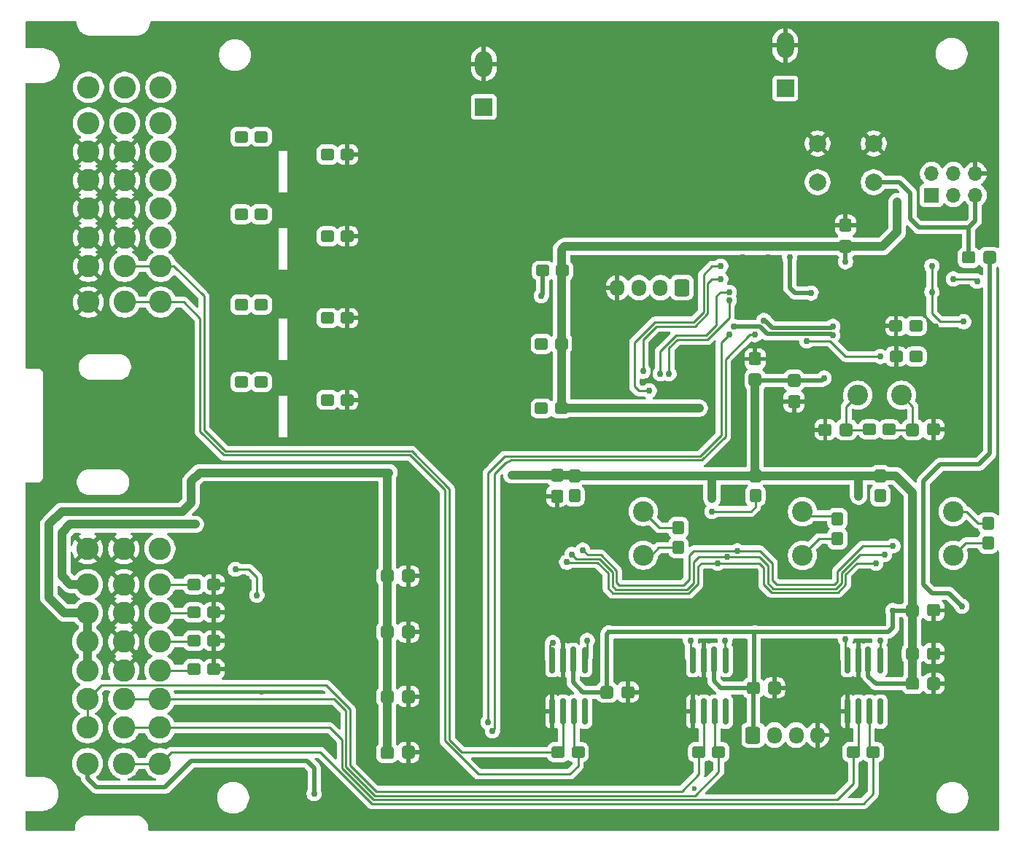
<source format=gbr>
G04 #@! TF.GenerationSoftware,KiCad,Pcbnew,9.0.2*
G04 #@! TF.CreationDate,2025-08-14T17:34:42+08:00*
G04 #@! TF.ProjectId,VCU_V3_1_PREFAB,5643555f-5633-45f3-915f-505245464142,rev?*
G04 #@! TF.SameCoordinates,Original*
G04 #@! TF.FileFunction,Copper,L2,Bot*
G04 #@! TF.FilePolarity,Positive*
%FSLAX46Y46*%
G04 Gerber Fmt 4.6, Leading zero omitted, Abs format (unit mm)*
G04 Created by KiCad (PCBNEW 9.0.2) date 2025-08-14 17:34:42*
%MOMM*%
%LPD*%
G01*
G04 APERTURE LIST*
G04 Aperture macros list*
%AMRoundRect*
0 Rectangle with rounded corners*
0 $1 Rounding radius*
0 $2 $3 $4 $5 $6 $7 $8 $9 X,Y pos of 4 corners*
0 Add a 4 corners polygon primitive as box body*
4,1,4,$2,$3,$4,$5,$6,$7,$8,$9,$2,$3,0*
0 Add four circle primitives for the rounded corners*
1,1,$1+$1,$2,$3*
1,1,$1+$1,$4,$5*
1,1,$1+$1,$6,$7*
1,1,$1+$1,$8,$9*
0 Add four rect primitives between the rounded corners*
20,1,$1+$1,$2,$3,$4,$5,0*
20,1,$1+$1,$4,$5,$6,$7,0*
20,1,$1+$1,$6,$7,$8,$9,0*
20,1,$1+$1,$8,$9,$2,$3,0*%
G04 Aperture macros list end*
G04 #@! TA.AperFunction,ComponentPad*
%ADD10R,1.700000X1.700000*%
G04 #@! TD*
G04 #@! TA.AperFunction,ComponentPad*
%ADD11O,1.700000X1.700000*%
G04 #@! TD*
G04 #@! TA.AperFunction,ComponentPad*
%ADD12RoundRect,0.250000X-0.600000X-0.725000X0.600000X-0.725000X0.600000X0.725000X-0.600000X0.725000X0*%
G04 #@! TD*
G04 #@! TA.AperFunction,ComponentPad*
%ADD13O,1.700000X1.950000*%
G04 #@! TD*
G04 #@! TA.AperFunction,SMDPad,CuDef*
%ADD14RoundRect,0.305575X0.412525X-0.460025X0.412525X0.460025X-0.412525X0.460025X-0.412525X-0.460025X0*%
G04 #@! TD*
G04 #@! TA.AperFunction,SMDPad,CuDef*
%ADD15RoundRect,0.308511X0.416489X-0.457089X0.416489X0.457089X-0.416489X0.457089X-0.416489X-0.457089X0*%
G04 #@! TD*
G04 #@! TA.AperFunction,ComponentPad*
%ADD16R,2.000000X2.000000*%
G04 #@! TD*
G04 #@! TA.AperFunction,ComponentPad*
%ADD17O,2.000000X3.000000*%
G04 #@! TD*
G04 #@! TA.AperFunction,ComponentPad*
%ADD18C,2.600000*%
G04 #@! TD*
G04 #@! TA.AperFunction,ComponentPad*
%ADD19C,2.000000*%
G04 #@! TD*
G04 #@! TA.AperFunction,ComponentPad*
%ADD20RoundRect,0.250000X0.600000X0.725000X-0.600000X0.725000X-0.600000X-0.725000X0.600000X-0.725000X0*%
G04 #@! TD*
G04 #@! TA.AperFunction,ComponentPad*
%ADD21C,2.400000*%
G04 #@! TD*
G04 #@! TA.AperFunction,SMDPad,CuDef*
%ADD22RoundRect,0.305575X-0.412525X0.460025X-0.412525X-0.460025X0.412525X-0.460025X0.412525X0.460025X0*%
G04 #@! TD*
G04 #@! TA.AperFunction,SMDPad,CuDef*
%ADD23RoundRect,0.308511X-0.416489X0.457089X-0.416489X-0.457089X0.416489X-0.457089X0.416489X0.457089X0*%
G04 #@! TD*
G04 #@! TA.AperFunction,SMDPad,CuDef*
%ADD24RoundRect,0.305575X0.460025X0.412525X-0.460025X0.412525X-0.460025X-0.412525X0.460025X-0.412525X0*%
G04 #@! TD*
G04 #@! TA.AperFunction,SMDPad,CuDef*
%ADD25RoundRect,0.308511X0.457089X0.416489X-0.457089X0.416489X-0.457089X-0.416489X0.457089X-0.416489X0*%
G04 #@! TD*
G04 #@! TA.AperFunction,SMDPad,CuDef*
%ADD26RoundRect,0.305575X-0.460025X-0.412525X0.460025X-0.412525X0.460025X0.412525X-0.460025X0.412525X0*%
G04 #@! TD*
G04 #@! TA.AperFunction,SMDPad,CuDef*
%ADD27RoundRect,0.308511X-0.457089X-0.416489X0.457089X-0.416489X0.457089X0.416489X-0.457089X0.416489X0*%
G04 #@! TD*
G04 #@! TA.AperFunction,SMDPad,CuDef*
%ADD28RoundRect,0.278125X0.474375X0.389375X-0.474375X0.389375X-0.474375X-0.389375X0.474375X-0.389375X0*%
G04 #@! TD*
G04 #@! TA.AperFunction,SMDPad,CuDef*
%ADD29RoundRect,0.278125X0.389375X-0.474375X0.389375X0.474375X-0.389375X0.474375X-0.389375X-0.474375X0*%
G04 #@! TD*
G04 #@! TA.AperFunction,SMDPad,CuDef*
%ADD30RoundRect,0.278125X-0.474375X-0.389375X0.474375X-0.389375X0.474375X0.389375X-0.474375X0.389375X0*%
G04 #@! TD*
G04 #@! TA.AperFunction,SMDPad,CuDef*
%ADD31RoundRect,0.150000X-0.150000X1.350000X-0.150000X-1.350000X0.150000X-1.350000X0.150000X1.350000X0*%
G04 #@! TD*
G04 #@! TA.AperFunction,SMDPad,CuDef*
%ADD32RoundRect,0.150000X-0.150000X1.337500X-0.150000X-1.337500X0.150000X-1.337500X0.150000X1.337500X0*%
G04 #@! TD*
G04 #@! TA.AperFunction,ViaPad*
%ADD33C,0.600000*%
G04 #@! TD*
G04 #@! TA.AperFunction,ViaPad*
%ADD34C,0.762000*%
G04 #@! TD*
G04 #@! TA.AperFunction,Conductor*
%ADD35C,0.254000*%
G04 #@! TD*
G04 #@! TA.AperFunction,Conductor*
%ADD36C,0.508000*%
G04 #@! TD*
G04 #@! TA.AperFunction,Conductor*
%ADD37C,1.016000*%
G04 #@! TD*
G04 APERTURE END LIST*
D10*
X191975000Y-62275000D03*
D11*
X191975000Y-59735000D03*
X194515000Y-62275000D03*
X194515000Y-59735000D03*
X197055000Y-62275000D03*
X197055000Y-59735000D03*
D12*
X171250000Y-124975000D03*
D13*
X173750000Y-124975000D03*
X176250000Y-124975000D03*
X178750000Y-124975000D03*
D14*
X148491300Y-97208700D03*
D15*
X148484400Y-94777500D03*
D16*
X175000000Y-49867677D03*
D17*
X175000000Y-44867677D03*
D18*
X102500000Y-49725000D03*
X102500000Y-53875000D03*
X102500000Y-57205000D03*
X102500000Y-60535000D03*
X102500000Y-63840000D03*
X102500000Y-67195000D03*
X102500000Y-70525000D03*
X102500000Y-74675000D03*
X98300000Y-49725000D03*
X98300000Y-53875000D03*
X98300000Y-57205000D03*
X98300000Y-60535000D03*
X98300000Y-63840000D03*
X98300000Y-67195000D03*
X98300000Y-70525000D03*
X98300000Y-74675000D03*
X94100000Y-49725000D03*
X94100000Y-53875000D03*
X94100000Y-57205000D03*
X94100000Y-60535000D03*
X94100000Y-63840000D03*
X94100000Y-67195000D03*
X94100000Y-70525000D03*
X94100000Y-74675000D03*
D19*
X178750000Y-56250000D03*
X185250000Y-56250000D03*
X178750000Y-60750000D03*
X185250000Y-60750000D03*
D20*
X163000000Y-73000000D03*
D13*
X160500000Y-73000000D03*
X158000000Y-73000000D03*
X155500000Y-73000000D03*
D21*
X177000000Y-99006719D03*
X177000000Y-104086719D03*
X188493282Y-85500000D03*
X183413282Y-85500000D03*
X194500000Y-99006720D03*
X194500000Y-104086720D03*
D16*
X140000000Y-52000000D03*
D17*
X140000000Y-47000000D03*
D21*
X158500000Y-99000000D03*
X158500000Y-104080000D03*
D18*
X102400000Y-103325000D03*
X102400000Y-107475000D03*
X102400000Y-110805000D03*
X102400000Y-114135000D03*
X102400000Y-117440000D03*
X102400000Y-120795000D03*
X102400000Y-124125000D03*
X102400000Y-128275000D03*
X98200000Y-103325000D03*
X98200000Y-107475000D03*
X98200000Y-110805000D03*
X98200000Y-114135000D03*
X98200000Y-117440000D03*
X98200000Y-120795000D03*
X98200000Y-124125000D03*
X98200000Y-128275000D03*
X94000000Y-103325000D03*
X94000000Y-107475000D03*
X94000000Y-110805000D03*
X94000000Y-114135000D03*
X94000000Y-117440000D03*
X94000000Y-120795000D03*
X94000000Y-124125000D03*
X94000000Y-128275000D03*
D22*
X171493100Y-81284400D03*
D23*
X171500000Y-83715600D03*
D24*
X192215600Y-115493100D03*
D25*
X189784400Y-115500000D03*
D26*
X128784400Y-127006900D03*
D27*
X131215600Y-127000000D03*
D28*
X108652500Y-107467500D03*
X106347500Y-107467500D03*
D29*
X198532500Y-102652502D03*
X198532500Y-100347502D03*
X162592500Y-103190182D03*
X162592500Y-100885182D03*
D28*
X114152500Y-74967500D03*
X111847500Y-74967500D03*
D26*
X128784400Y-106506900D03*
D27*
X131215600Y-106500000D03*
D26*
X128784400Y-120506900D03*
D27*
X131215600Y-120500000D03*
D28*
X190165000Y-81000000D03*
X187860000Y-81000000D03*
D30*
X146847500Y-71032500D03*
X149152500Y-71032500D03*
D28*
X167271480Y-126967500D03*
X164966480Y-126967500D03*
D24*
X156715600Y-119993100D03*
D25*
X154284400Y-120000000D03*
D30*
X146695000Y-87032500D03*
X149000000Y-87032500D03*
D24*
X192215600Y-110493100D03*
D25*
X189784400Y-110500000D03*
D28*
X190152500Y-77467500D03*
X187847500Y-77467500D03*
D26*
X179632400Y-89506900D03*
D27*
X182063600Y-89500000D03*
D30*
X146695000Y-79532500D03*
X149000000Y-79532500D03*
X121847500Y-76532500D03*
X124152500Y-76532500D03*
D31*
X164289721Y-116253000D03*
X165559721Y-116253000D03*
D32*
X166694721Y-116240500D03*
D31*
X168099721Y-116253000D03*
X168099721Y-122253000D03*
X166829721Y-122253000D03*
X165559721Y-122253000D03*
X164289721Y-122253000D03*
D14*
X176006900Y-86215600D03*
D15*
X176000000Y-83784400D03*
D28*
X108652500Y-110717500D03*
X106347500Y-110717500D03*
D26*
X128784400Y-113006900D03*
D27*
X131215600Y-113000000D03*
D28*
X187080500Y-89467500D03*
X184775500Y-89467500D03*
D31*
X147955000Y-116253000D03*
X149225000Y-116253000D03*
D32*
X150360000Y-116240500D03*
D31*
X151765000Y-116253000D03*
X151765000Y-122253000D03*
X150495000Y-122253000D03*
X149225000Y-122253000D03*
X147955000Y-122253000D03*
D24*
X192223600Y-89493100D03*
D25*
X189792400Y-89500000D03*
D29*
X186032500Y-97152500D03*
X186032500Y-94847500D03*
D28*
X150936759Y-126967500D03*
X148631759Y-126967500D03*
X114141759Y-55467500D03*
X111836759Y-55467500D03*
D26*
X196284400Y-69506900D03*
D27*
X198715600Y-69500000D03*
D28*
X108652500Y-114013500D03*
X106347500Y-114013500D03*
D22*
X181993100Y-65784400D03*
D23*
X182000000Y-68215600D03*
D30*
X121847500Y-67032500D03*
X124152500Y-67032500D03*
D28*
X108652500Y-117315500D03*
X106347500Y-117315500D03*
D30*
X121847500Y-57532500D03*
X124152500Y-57532500D03*
D29*
X181032500Y-102152501D03*
X181032500Y-99847501D03*
D26*
X189784400Y-119006900D03*
D27*
X192215600Y-119000000D03*
D31*
X182225000Y-116253000D03*
X183495000Y-116253000D03*
D32*
X184630000Y-116240500D03*
D31*
X186035000Y-116253000D03*
X186035000Y-122253000D03*
X184765000Y-122253000D03*
X183495000Y-122253000D03*
X182225000Y-122253000D03*
D28*
X114141759Y-83967500D03*
X111836759Y-83967500D03*
D30*
X121847500Y-86032500D03*
X124152500Y-86032500D03*
D28*
X185206759Y-126967500D03*
X182901759Y-126967500D03*
X114141759Y-64467500D03*
X111836759Y-64467500D03*
D29*
X150532500Y-97152500D03*
X150532500Y-94847500D03*
X171532500Y-97152500D03*
X171532500Y-94847500D03*
D26*
X171284400Y-119506900D03*
D27*
X173715600Y-119500000D03*
D33*
X153250000Y-114500000D03*
X149750000Y-113750000D03*
X152900000Y-97000000D03*
X91600000Y-109000000D03*
X194200000Y-73500000D03*
X186000000Y-78400000D03*
X181100000Y-83400000D03*
X184200000Y-81900000D03*
X164800000Y-64000000D03*
X182400000Y-62200000D03*
X105000000Y-64200000D03*
X126000000Y-57600000D03*
X130200000Y-72200000D03*
X125600000Y-77800000D03*
X128000000Y-90000000D03*
X171000000Y-102600000D03*
X188200000Y-104000000D03*
X193000000Y-101600000D03*
X169800000Y-114400000D03*
X183600000Y-131600000D03*
X164400000Y-131200000D03*
X166000000Y-128200000D03*
X188500000Y-73000000D03*
X176750000Y-75000000D03*
X171500000Y-72750000D03*
X171500000Y-71250000D03*
X169750000Y-96500000D03*
X187750000Y-114500000D03*
X169500000Y-117000000D03*
X169500000Y-117000000D03*
X166000000Y-114000000D03*
X145500000Y-130500000D03*
X142500000Y-128250000D03*
X142000000Y-125750000D03*
X100250000Y-130000000D03*
X114250000Y-120000000D03*
X112500000Y-106750000D03*
X108847500Y-105717500D03*
X121000000Y-106500000D03*
X114750000Y-112500000D03*
X108500000Y-115500000D03*
X108750000Y-112250000D03*
X108750000Y-109000000D03*
D34*
X106500000Y-100500000D03*
X128784400Y-120506900D03*
X182000000Y-70000000D03*
X171450000Y-83784400D03*
X179500000Y-83500000D03*
X154284400Y-120000000D03*
X149152500Y-68467500D03*
X183500000Y-97215600D03*
X166500000Y-97500000D03*
X165000000Y-87000000D03*
X143250000Y-94750000D03*
D33*
X171500000Y-113030000D03*
D34*
X128784400Y-113006900D03*
X128784400Y-106506900D03*
X148500000Y-94800000D03*
X189784400Y-115500000D03*
X188000000Y-63000000D03*
X187500000Y-110500000D03*
D33*
X154500000Y-113030000D03*
D34*
X128784400Y-127006900D03*
X128715600Y-94506900D03*
X167500000Y-70500000D03*
X159208000Y-85000000D03*
X120292000Y-131792000D03*
X146695000Y-87032500D03*
X111807500Y-84000000D03*
X111807500Y-64500000D03*
X111818241Y-75000000D03*
X177992772Y-73630107D03*
X175500000Y-69500000D03*
X169418000Y-103584000D03*
X151500000Y-103500000D03*
X187500000Y-103000000D03*
X194500000Y-72000000D03*
X197250000Y-72250000D03*
X168233000Y-104292000D03*
X150233000Y-103989364D03*
X186500000Y-104000000D03*
X167132000Y-105000000D03*
X149606000Y-104902000D03*
X192000000Y-73500000D03*
X185500000Y-105000000D03*
X192000000Y-70500000D03*
X195708000Y-76962000D03*
X111814259Y-55500000D03*
X146695000Y-79532500D03*
X169000000Y-77517000D03*
X180499742Y-78501117D03*
X146652500Y-73967500D03*
X180500000Y-77500000D03*
X172519000Y-76808000D03*
X111152500Y-105717500D03*
X113652500Y-108717500D03*
X186000000Y-114000000D03*
X182000000Y-113865000D03*
X164000000Y-114000000D03*
X168000000Y-114000000D03*
X152000000Y-114000000D03*
X148000000Y-114250000D03*
X170000000Y-69500000D03*
X145500000Y-111000000D03*
X129000000Y-44000000D03*
X192500000Y-77500000D03*
X155500000Y-84500000D03*
X164000000Y-52000000D03*
X142000000Y-84000000D03*
X131000000Y-68500000D03*
X142000000Y-68000000D03*
X187500000Y-109000000D03*
X188000000Y-124500000D03*
X95000000Y-92000000D03*
X161500000Y-116500000D03*
X164000000Y-49000000D03*
X107000000Y-125500000D03*
X137000000Y-99500000D03*
X181500000Y-74500000D03*
X127000000Y-123000000D03*
X198500000Y-51000000D03*
X119000000Y-117000000D03*
X187000000Y-45500000D03*
X150000000Y-44500000D03*
X164000000Y-43500000D03*
X129000000Y-46500000D03*
X192500000Y-80976716D03*
X103000000Y-133000000D03*
X156000000Y-44500000D03*
X155500000Y-83000000D03*
X106500000Y-104000000D03*
X131000000Y-100500000D03*
X99500000Y-97000000D03*
X176500000Y-66000000D03*
X133000000Y-109000000D03*
X133000000Y-124000000D03*
X151500000Y-44500000D03*
X158500000Y-135000000D03*
X179100000Y-74000000D03*
X132000000Y-55500000D03*
X161500000Y-123500000D03*
X154500000Y-43500000D03*
X116500000Y-103500000D03*
X148500000Y-46000000D03*
X98000000Y-85500000D03*
X155500000Y-81500000D03*
X190500000Y-71000000D03*
X108000000Y-96500000D03*
X153000000Y-81500000D03*
X113500000Y-72500000D03*
X174000000Y-92500000D03*
X148500000Y-50500000D03*
X160500000Y-111000000D03*
X140000000Y-68000000D03*
X162500000Y-52000000D03*
X115500000Y-109500000D03*
X137000000Y-115500000D03*
X186000000Y-92500000D03*
X147000000Y-62000000D03*
X179000000Y-117500000D03*
X151500000Y-43500000D03*
X188500000Y-71000000D03*
X176000000Y-55000000D03*
X121000000Y-102000000D03*
X186500000Y-71000000D03*
X115500000Y-108500000D03*
X162500000Y-50500000D03*
X153000000Y-83000000D03*
X148500000Y-44500000D03*
X114000000Y-117000000D03*
X162500000Y-44500000D03*
X159000000Y-43500000D03*
X153000000Y-44500000D03*
X139500000Y-92500000D03*
X197500000Y-113000000D03*
X117000000Y-63500000D03*
X121000000Y-97000000D03*
X158000000Y-66000000D03*
X133000000Y-111000000D03*
X162000000Y-135000000D03*
X179000000Y-121500000D03*
X144500000Y-84000000D03*
X133000000Y-76000000D03*
X161500000Y-119000000D03*
X95000000Y-85500000D03*
X176000000Y-60000000D03*
X137000000Y-92500000D03*
X162500000Y-43500000D03*
X158000000Y-111000000D03*
X108000000Y-98500000D03*
X150000000Y-43500000D03*
X192500000Y-87670356D03*
X128500000Y-83000000D03*
X192692523Y-82500000D03*
X98000000Y-89000000D03*
X148500000Y-52000000D03*
X175500000Y-115500000D03*
X157500000Y-43500000D03*
X137000000Y-123500000D03*
X198500000Y-66000000D03*
X88500000Y-127000000D03*
X145500000Y-107500000D03*
X138500000Y-99500000D03*
X198500000Y-127000000D03*
X140000000Y-76000000D03*
X161500000Y-121500000D03*
X145500000Y-125000000D03*
X185000000Y-44000000D03*
X164000000Y-90500000D03*
X159500000Y-116500000D03*
X190000000Y-67500000D03*
X98000000Y-92000000D03*
X133000000Y-68500000D03*
X132500000Y-46500000D03*
X164000000Y-44500000D03*
X173000000Y-69500000D03*
X173500000Y-98000000D03*
X174000000Y-135000000D03*
X162500000Y-49000000D03*
X110500000Y-125500000D03*
X125000000Y-103500000D03*
X193500000Y-68000000D03*
X133500000Y-112500000D03*
X145000000Y-63500000D03*
X192215600Y-110493100D03*
X107000000Y-122500000D03*
X125000000Y-46500000D03*
X117500000Y-72500000D03*
X178158858Y-69841142D03*
X197500000Y-111000000D03*
X106500000Y-105500000D03*
X164000000Y-46000000D03*
X169500000Y-109000000D03*
X114000000Y-98500000D03*
X159000000Y-44500000D03*
X132500000Y-44000000D03*
X119000000Y-135000000D03*
X164500000Y-97500000D03*
X88500000Y-124000000D03*
X164000000Y-47500000D03*
X88500000Y-121000000D03*
X176000000Y-62500000D03*
X180000000Y-74500000D03*
X175500000Y-117500000D03*
X145000000Y-62000000D03*
X159500000Y-119000000D03*
X161000000Y-44500000D03*
X119000000Y-103500000D03*
X125000000Y-44000000D03*
X183000000Y-44000000D03*
X131500000Y-76000000D03*
X192500000Y-113000000D03*
X197500000Y-117500000D03*
X160500000Y-66000000D03*
X154500000Y-101250000D03*
X132000000Y-60500000D03*
X153000000Y-43500000D03*
X176000000Y-110000000D03*
X142500000Y-76000000D03*
X178500000Y-92500000D03*
X148500000Y-49000000D03*
X183000000Y-45500000D03*
X133500000Y-100500000D03*
X188000000Y-122000000D03*
X179500000Y-131500000D03*
X164000000Y-50500000D03*
X148500000Y-43500000D03*
X133000000Y-117500000D03*
X187000000Y-44000000D03*
X174000000Y-88500000D03*
X157500000Y-44500000D03*
X164000000Y-84500000D03*
X161000000Y-43500000D03*
X131500000Y-84000000D03*
X154500000Y-44500000D03*
X165500000Y-135000000D03*
X123000000Y-103500000D03*
X127000000Y-124500000D03*
X194500000Y-51000000D03*
X98500000Y-133000000D03*
X176000000Y-57500000D03*
X173500000Y-102000000D03*
X162500000Y-128000000D03*
X121500000Y-135000000D03*
X179000000Y-115500000D03*
X197500000Y-115500000D03*
X95000000Y-89000000D03*
X153000000Y-84500000D03*
X162500000Y-47500000D03*
X156000000Y-43500000D03*
X185000000Y-45500000D03*
X138500000Y-97000000D03*
X131000000Y-103000000D03*
X121000000Y-103500000D03*
X137500000Y-58000000D03*
X124500000Y-117000000D03*
X162500000Y-46000000D03*
X139500000Y-84000000D03*
X148500000Y-47500000D03*
X160500000Y-83000000D03*
X168500000Y-73537997D03*
X168500000Y-74500000D03*
X161500000Y-83000000D03*
X186000000Y-81000000D03*
X177500000Y-79208000D03*
X190487500Y-77500000D03*
X190487500Y-81000000D03*
X121847500Y-57532500D03*
X186032500Y-97152500D03*
X166500648Y-99000000D03*
X150600000Y-97100000D03*
X140997000Y-124500000D03*
X171500000Y-78465000D03*
X168500000Y-78465000D03*
X140500000Y-123500000D03*
X195500000Y-110000000D03*
X121847500Y-67032500D03*
X167500000Y-72050000D03*
X158500000Y-82707020D03*
X121847500Y-86032500D03*
X114141759Y-55467500D03*
X114141759Y-64467500D03*
X114141759Y-83967500D03*
X114152500Y-74967500D03*
X121847500Y-76532500D03*
D35*
X148000000Y-114250000D02*
X147702000Y-114548000D01*
X147702000Y-116000000D02*
X147955000Y-116253000D01*
X147702000Y-114548000D02*
X147702000Y-116000000D01*
X150547500Y-97152500D02*
X150532500Y-97152500D01*
X150600000Y-97100000D02*
X150547500Y-97152500D01*
D36*
X197055000Y-65229400D02*
X197055000Y-62275000D01*
X196284400Y-66000000D02*
X197055000Y-65229400D01*
X196284400Y-66000000D02*
X196284400Y-69506900D01*
X195000000Y-66000000D02*
X196284400Y-66000000D01*
D35*
X192000000Y-76000000D02*
X192000000Y-73500000D01*
X192962000Y-76962000D02*
X192000000Y-76000000D01*
X195708000Y-76962000D02*
X192962000Y-76962000D01*
D37*
X91000000Y-106500000D02*
X91975000Y-107475000D01*
X91000000Y-101500000D02*
X91000000Y-106500000D01*
X92000000Y-100500000D02*
X91000000Y-101500000D01*
X106500000Y-100500000D02*
X92000000Y-100500000D01*
X91975000Y-107475000D02*
X94000000Y-107475000D01*
X105000000Y-99000000D02*
X106000000Y-98000000D01*
D36*
X186970000Y-113030000D02*
X187500000Y-112500000D01*
D37*
X183500000Y-97215600D02*
X183500000Y-94847500D01*
X189784400Y-96784400D02*
X189784400Y-110500000D01*
D36*
X182000000Y-70000000D02*
X182000000Y-68215600D01*
X154500000Y-113030000D02*
X186970000Y-113030000D01*
D37*
X189784400Y-119006900D02*
X189784400Y-115500000D01*
X89500000Y-100500000D02*
X91000000Y-99000000D01*
D36*
X184630000Y-118130000D02*
X184630000Y-116240500D01*
X171350400Y-113179600D02*
X171500000Y-113030000D01*
D37*
X149152500Y-68467500D02*
X149000000Y-68620000D01*
X189784400Y-110500000D02*
X189784400Y-115500000D01*
X150532500Y-94847500D02*
X166500000Y-94847500D01*
X188000000Y-63000000D02*
X188000000Y-66500000D01*
X106000000Y-98000000D02*
X106000000Y-95500000D01*
X186032500Y-94847500D02*
X187847500Y-94847500D01*
X94000000Y-110805000D02*
X94000000Y-117440000D01*
D36*
X166694721Y-116240500D02*
X166694721Y-118694721D01*
D37*
X149000000Y-79000000D02*
X149000000Y-87032500D01*
D36*
X187500000Y-110500000D02*
X189784400Y-110500000D01*
D37*
X171500000Y-83715600D02*
X171500000Y-94380000D01*
D36*
X171450000Y-83784400D02*
X176000000Y-83784400D01*
D37*
X186284400Y-68215600D02*
X182000000Y-68215600D01*
X150435000Y-94750000D02*
X150532500Y-94847500D01*
X89500000Y-109000000D02*
X89500000Y-100500000D01*
D36*
X171284400Y-119506900D02*
X171284400Y-124940600D01*
X151500000Y-120000000D02*
X150360000Y-118860000D01*
D37*
X106000000Y-95500000D02*
X107000000Y-94500000D01*
X149404400Y-68215600D02*
X149152500Y-68467500D01*
D36*
X190284400Y-119006900D02*
X185506900Y-119006900D01*
D37*
X143250000Y-94750000D02*
X150435000Y-94750000D01*
X149032500Y-87000000D02*
X165000000Y-87000000D01*
D36*
X179215600Y-83784400D02*
X179500000Y-83500000D01*
X171284400Y-124940600D02*
X171250000Y-124975000D01*
X154284400Y-120000000D02*
X151500000Y-120000000D01*
D37*
X183500000Y-94847500D02*
X186032500Y-94847500D01*
X166500000Y-94847500D02*
X169032500Y-94847500D01*
X107000000Y-94500000D02*
X129000000Y-94500000D01*
X187847500Y-94847500D02*
X189784400Y-96784400D01*
D36*
X176000000Y-83784400D02*
X179215600Y-83784400D01*
X154284400Y-120000000D02*
X154284400Y-113245600D01*
D37*
X128784400Y-126945000D02*
X128722500Y-127006900D01*
X188000000Y-66500000D02*
X186284400Y-68215600D01*
D36*
X167500000Y-119500000D02*
X168000000Y-119500000D01*
X185506900Y-119006900D02*
X184630000Y-118130000D01*
X171350400Y-119506900D02*
X171350400Y-113179600D01*
D37*
X169032500Y-94847500D02*
X183500000Y-94847500D01*
X149000000Y-87032500D02*
X149032500Y-87000000D01*
X91305000Y-110805000D02*
X89500000Y-109000000D01*
X128715600Y-94506900D02*
X128715600Y-94855500D01*
D36*
X168006900Y-119506900D02*
X171500000Y-119506900D01*
X166694721Y-118694721D02*
X167500000Y-119500000D01*
X150360000Y-118860000D02*
X150360000Y-116240500D01*
X154284400Y-113245600D02*
X154500000Y-113030000D01*
D37*
X91000000Y-99000000D02*
X105000000Y-99000000D01*
X128784400Y-94924300D02*
X128784400Y-126945000D01*
X149404400Y-68215600D02*
X182000000Y-68215600D01*
D36*
X187500000Y-112500000D02*
X187500000Y-110500000D01*
D37*
X94000000Y-110805000D02*
X91305000Y-110805000D01*
X128715600Y-94855500D02*
X128784400Y-94924300D01*
X171032500Y-94847500D02*
X169032500Y-94847500D01*
D36*
X168000000Y-119500000D02*
X168006900Y-119506900D01*
D37*
X166500000Y-97500000D02*
X166500000Y-94847500D01*
X149000000Y-68620000D02*
X149000000Y-79000000D01*
D35*
X165500000Y-75856532D02*
X165500000Y-71500000D01*
X158000000Y-85000000D02*
X157500000Y-84500000D01*
X166500000Y-70500000D02*
X167500000Y-70500000D01*
X157500000Y-84500000D02*
X157500000Y-79356533D01*
X159856533Y-77000000D02*
X164356532Y-77000000D01*
X157500000Y-79356533D02*
X159856533Y-77000000D01*
X165500000Y-71500000D02*
X166500000Y-70500000D01*
X164356532Y-77000000D02*
X165500000Y-75856532D01*
X159208000Y-85000000D02*
X158000000Y-85000000D01*
D36*
X120292000Y-128792000D02*
X119500000Y-128000000D01*
X94000000Y-130000000D02*
X94000000Y-128275000D01*
X103000000Y-131000000D02*
X95000000Y-131000000D01*
X119500000Y-128000000D02*
X106000000Y-128000000D01*
X120292000Y-131792000D02*
X120292000Y-128792000D01*
X95000000Y-131000000D02*
X94000000Y-130000000D01*
X106000000Y-128000000D02*
X103000000Y-131000000D01*
D35*
X102400000Y-128275000D02*
X103700000Y-126975000D01*
X121044596Y-126975000D02*
X127024597Y-132955000D01*
X185206759Y-131793241D02*
X185206759Y-126967500D01*
X184045000Y-132955000D02*
X185206759Y-131793241D01*
X102400000Y-128275000D02*
X98200000Y-128275000D01*
X127024597Y-132955000D02*
X184045000Y-132955000D01*
X184765000Y-122253000D02*
X184765000Y-126525741D01*
X184765000Y-126525741D02*
X185206759Y-126967500D01*
X103700000Y-126975000D02*
X121044596Y-126975000D01*
X127213064Y-132500000D02*
X181000000Y-132500000D01*
X122125000Y-124125000D02*
X123545000Y-125545000D01*
X181000000Y-132500000D02*
X182901759Y-130598241D01*
X102400000Y-124125000D02*
X98200000Y-124125000D01*
X182901759Y-130598241D02*
X182901759Y-126967500D01*
X123545000Y-125545000D02*
X123545000Y-128831936D01*
X183495000Y-122253000D02*
X183495000Y-126374259D01*
X102400000Y-124125000D02*
X122125000Y-124125000D01*
X123545000Y-128831936D02*
X127213064Y-132500000D01*
X183495000Y-126374259D02*
X182901759Y-126967500D01*
X198532500Y-100347502D02*
X197347502Y-100347502D01*
X197347502Y-100347502D02*
X196006720Y-99006720D01*
X196006720Y-99006720D02*
X194500000Y-99006720D01*
X195934218Y-102652502D02*
X194500000Y-104086720D01*
X198532500Y-102652502D02*
X195934218Y-102652502D01*
X180684999Y-99500000D02*
X177493281Y-99500000D01*
X181032500Y-99847501D02*
X180684999Y-99500000D01*
X177493281Y-99500000D02*
X177000000Y-99006719D01*
X178934218Y-102152501D02*
X177000000Y-104086719D01*
X181032500Y-102152501D02*
X178934218Y-102152501D01*
X102400000Y-110805000D02*
X106260000Y-110805000D01*
X102487500Y-110717500D02*
X102400000Y-110805000D01*
X106260000Y-110805000D02*
X106347500Y-110717500D01*
X102400000Y-114135000D02*
X106226000Y-114135000D01*
X106226000Y-114135000D02*
X106347500Y-114013500D01*
X102400000Y-117440000D02*
X106223000Y-117440000D01*
X106223000Y-117440000D02*
X106347500Y-117315500D01*
X102524500Y-117315500D02*
X102400000Y-117440000D01*
X124500000Y-128500000D02*
X127500000Y-131500000D01*
X127500000Y-131500000D02*
X163000000Y-131500000D01*
X165559721Y-126374259D02*
X164966480Y-126967500D01*
X95628000Y-119167000D02*
X121667000Y-119167000D01*
X164966480Y-129533520D02*
X164966480Y-126967500D01*
X124500000Y-122000000D02*
X124500000Y-128500000D01*
X94000000Y-120795000D02*
X94000000Y-124125000D01*
X94000000Y-120795000D02*
X95628000Y-119167000D01*
X165559721Y-122253000D02*
X165559721Y-126374259D01*
X163000000Y-131500000D02*
X164966480Y-129533520D01*
X121667000Y-119167000D02*
X124500000Y-122000000D01*
X102400000Y-120795000D02*
X98200000Y-120795000D01*
X167271480Y-129228520D02*
X164500000Y-132000000D01*
X124000000Y-122143468D02*
X122651532Y-120795000D01*
X122651532Y-120795000D02*
X102400000Y-120795000D01*
X124000000Y-128643468D02*
X124000000Y-122143468D01*
X166829721Y-126525741D02*
X167271480Y-126967500D01*
X166829721Y-122253000D02*
X166829721Y-126525741D01*
X164500000Y-132000000D02*
X127356532Y-132000000D01*
X127356532Y-132000000D02*
X124000000Y-128643468D01*
X167271480Y-126967500D02*
X167271480Y-129228520D01*
X139356532Y-129500000D02*
X150000000Y-129500000D01*
X131455000Y-92455000D02*
X135500000Y-96500000D01*
X150936759Y-128563241D02*
X150936759Y-126967500D01*
X135500000Y-125643468D02*
X139356532Y-129500000D01*
X98300000Y-74675000D02*
X102500000Y-74675000D01*
X135500000Y-96500000D02*
X135500000Y-125643468D01*
X109811533Y-92455000D02*
X131455000Y-92455000D01*
X150495000Y-126525741D02*
X150936759Y-126967500D01*
X150000000Y-129500000D02*
X150936759Y-128563241D01*
X102500000Y-74675000D02*
X105175000Y-74675000D01*
X150495000Y-122253000D02*
X150495000Y-126525741D01*
X107045000Y-76545000D02*
X107045000Y-89688467D01*
X105175000Y-74675000D02*
X107045000Y-76545000D01*
X107045000Y-89688467D02*
X109811533Y-92455000D01*
X149225000Y-126374259D02*
X148631759Y-126967500D01*
X136000000Y-125500000D02*
X137467500Y-126967500D01*
X137467500Y-126967500D02*
X148631759Y-126967500D01*
X149225000Y-122253000D02*
X149225000Y-126374259D01*
X104025000Y-70525000D02*
X107500000Y-74000000D01*
X107500000Y-89500000D02*
X110000000Y-92000000D01*
X107500000Y-74000000D02*
X107500000Y-89500000D01*
X136000000Y-96356532D02*
X131643468Y-92000000D01*
X98300000Y-70525000D02*
X102500000Y-70525000D01*
X136000000Y-125500000D02*
X136000000Y-96356532D01*
X110000000Y-92000000D02*
X131643468Y-92000000D01*
X102500000Y-70525000D02*
X104025000Y-70525000D01*
X102400000Y-107475000D02*
X106340000Y-107475000D01*
X106340000Y-107475000D02*
X106347500Y-107467500D01*
D36*
X175500000Y-73000000D02*
X176130107Y-73630107D01*
X188250000Y-60750000D02*
X189500000Y-62000000D01*
X190500000Y-66000000D02*
X195000000Y-66000000D01*
X176130107Y-73630107D02*
X177992772Y-73630107D01*
X185250000Y-60750000D02*
X188250000Y-60750000D01*
X189500000Y-65000000D02*
X190500000Y-66000000D01*
X175500000Y-69500000D02*
X175500000Y-73000000D01*
X189500000Y-62000000D02*
X189500000Y-65000000D01*
D35*
X182063600Y-86849682D02*
X183413282Y-85500000D01*
X184743000Y-89500000D02*
X184775500Y-89467500D01*
X182063600Y-89500000D02*
X182063600Y-86849682D01*
X182063600Y-89500000D02*
X184743000Y-89500000D01*
X187113000Y-89500000D02*
X187080500Y-89467500D01*
X189792400Y-89500000D02*
X187113000Y-89500000D01*
X189792400Y-86799118D02*
X188493282Y-85500000D01*
X189792400Y-89500000D02*
X189792400Y-86799118D01*
X167939322Y-103583000D02*
X168526678Y-103583000D01*
X173500000Y-105000000D02*
X173500000Y-107000000D01*
X167938322Y-103584000D02*
X167939322Y-103583000D01*
X155395000Y-107253532D02*
X155731468Y-107590000D01*
X163830000Y-106934000D02*
X163830000Y-104140000D01*
X197000000Y-72000000D02*
X197250000Y-72250000D01*
X152045000Y-104045000D02*
X153591935Y-104045000D01*
X174000000Y-107500000D02*
X180713064Y-107500000D01*
X169418000Y-103584000D02*
X172084000Y-103584000D01*
X181045000Y-107168064D02*
X181045000Y-105955000D01*
X168526678Y-103583000D02*
X168527678Y-103584000D01*
X153591935Y-104045000D02*
X155395000Y-105848066D01*
X194500000Y-72000000D02*
X197000000Y-72000000D01*
X163830000Y-104140000D02*
X164386000Y-103584000D01*
X155395000Y-105848066D02*
X155395000Y-107253532D01*
X168527678Y-103584000D02*
X169418000Y-103584000D01*
X181045000Y-105955000D02*
X184000000Y-103000000D01*
X163174000Y-107590000D02*
X163830000Y-106934000D01*
X184000000Y-103000000D02*
X187500000Y-103000000D01*
X180713064Y-107500000D02*
X181045000Y-107168064D01*
X151500000Y-103500000D02*
X152045000Y-104045000D01*
X173500000Y-107000000D02*
X174000000Y-107500000D01*
X164386000Y-103584000D02*
X167938322Y-103584000D01*
X155731468Y-107590000D02*
X163174000Y-107590000D01*
X172084000Y-103584000D02*
X173500000Y-105000000D01*
X164338000Y-107306532D02*
X164338000Y-104902000D01*
X164338000Y-104902000D02*
X164948000Y-104292000D01*
X186500000Y-104000000D02*
X183643468Y-104000000D01*
X181500000Y-107356532D02*
X180901532Y-107955000D01*
X150743636Y-104500000D02*
X153403467Y-104500000D01*
X171935468Y-104292000D02*
X168233000Y-104292000D01*
X153403467Y-104500000D02*
X154940000Y-106036533D01*
X173598468Y-107955000D02*
X172955000Y-107311532D01*
X172955000Y-105311532D02*
X171935468Y-104292000D01*
X164948000Y-104292000D02*
X168233000Y-104292000D01*
X163599532Y-108045000D02*
X164338000Y-107306532D01*
X183643468Y-104000000D02*
X181500000Y-106143468D01*
X181500000Y-106143468D02*
X181500000Y-107356532D01*
X180901532Y-107955000D02*
X173598468Y-107955000D01*
X150233000Y-103989364D02*
X150743636Y-104500000D01*
X154940000Y-107696000D02*
X155289000Y-108045000D01*
X172955000Y-107311532D02*
X172955000Y-105311532D01*
X154940000Y-106036533D02*
X154940000Y-107696000D01*
X155289000Y-108045000D02*
X163599532Y-108045000D01*
X172500000Y-107500000D02*
X173410000Y-108410000D01*
X164846000Y-107442000D02*
X164846000Y-105410000D01*
X181090000Y-108410000D02*
X182000000Y-107500000D01*
X192000000Y-73500000D02*
X192000000Y-70500000D01*
X172500000Y-105500000D02*
X172500000Y-107500000D01*
X154432000Y-106172000D02*
X154432000Y-107950000D01*
X164846000Y-105410000D02*
X165256000Y-105000000D01*
X153215000Y-104955000D02*
X154432000Y-106172000D01*
X149606000Y-104902000D02*
X149659000Y-104955000D01*
X163788000Y-108500000D02*
X164846000Y-107442000D01*
X182000000Y-106286936D02*
X183286936Y-105000000D01*
X183286936Y-105000000D02*
X185500000Y-105000000D01*
X165256000Y-105000000D02*
X167132000Y-105000000D01*
X182000000Y-107500000D02*
X182000000Y-106286936D01*
X173410000Y-108410000D02*
X181090000Y-108410000D01*
X172000000Y-105000000D02*
X172500000Y-105500000D01*
X154432000Y-107950000D02*
X154982000Y-108500000D01*
X154982000Y-108500000D02*
X163788000Y-108500000D01*
X149659000Y-104955000D02*
X153215000Y-104955000D01*
X167132000Y-105000000D02*
X172000000Y-105000000D01*
D36*
X146847500Y-71032500D02*
X146847500Y-73772500D01*
X180370625Y-78372000D02*
X180499742Y-78501117D01*
X172872000Y-78372000D02*
X180370625Y-78372000D01*
X146847500Y-73772500D02*
X146652500Y-73967500D01*
X169000000Y-77517000D02*
X172017000Y-77517000D01*
X172017000Y-77517000D02*
X172872000Y-78372000D01*
X172519000Y-76808000D02*
X172645000Y-76808000D01*
X180337000Y-77663000D02*
X180500000Y-77500000D01*
X172645000Y-76808000D02*
X173500000Y-77663000D01*
X173500000Y-77663000D02*
X180337000Y-77663000D01*
D35*
X111152500Y-105717500D02*
X111311000Y-105717500D01*
X111311000Y-105717500D02*
X111405500Y-105812000D01*
X111152500Y-105717500D02*
X112717500Y-105717500D01*
X113652500Y-106652500D02*
X113652500Y-108717500D01*
X112717500Y-105717500D02*
X113652500Y-106652500D01*
X186000000Y-116218000D02*
X186035000Y-116253000D01*
X186000000Y-114000000D02*
X186000000Y-116218000D01*
X182000000Y-113865000D02*
X182000000Y-116028000D01*
X182000000Y-116028000D02*
X182225000Y-116253000D01*
X164000000Y-115963279D02*
X164289721Y-116253000D01*
X164000000Y-114000000D02*
X164000000Y-115963279D01*
X168000000Y-114000000D02*
X168000000Y-116153279D01*
X168000000Y-116153279D02*
X168099721Y-116253000D01*
X152000000Y-116018000D02*
X151765000Y-116253000D01*
X152000000Y-114000000D02*
X152000000Y-116018000D01*
X148000000Y-116208000D02*
X147955000Y-116253000D01*
X160500000Y-80356533D02*
X160500000Y-83000000D01*
X167000000Y-74000000D02*
X167000000Y-77356532D01*
X167000000Y-77356532D02*
X165811532Y-78545000D01*
X168500000Y-73537997D02*
X168462003Y-73500000D01*
X167500000Y-73500000D02*
X167000000Y-74000000D01*
X160500000Y-80356533D02*
X162311532Y-78545000D01*
X162311532Y-78545000D02*
X165811532Y-78545000D01*
X168462003Y-73500000D02*
X167500000Y-73500000D01*
X166000000Y-79000000D02*
X168500000Y-76500000D01*
X161500000Y-80000000D02*
X162500000Y-79000000D01*
X161500000Y-83000000D02*
X161500000Y-80000000D01*
X162500000Y-79000000D02*
X166000000Y-79000000D01*
X168500000Y-76500000D02*
X168500000Y-74500000D01*
X180208000Y-79208000D02*
X182000000Y-81000000D01*
X182000000Y-81000000D02*
X186000000Y-81000000D01*
X177500000Y-79208000D02*
X180208000Y-79208000D01*
X190455000Y-77467500D02*
X190487500Y-77500000D01*
X190152500Y-77467500D02*
X190455000Y-77467500D01*
X162592500Y-100885182D02*
X160385182Y-100885182D01*
X160385182Y-100885182D02*
X158500000Y-99000000D01*
X162592500Y-103190182D02*
X160309818Y-103190182D01*
X159420000Y-104080000D02*
X158500000Y-104080000D01*
X160309818Y-103190182D02*
X159420000Y-104080000D01*
X190165000Y-81000000D02*
X190487500Y-81000000D01*
X171532500Y-98467500D02*
X171532500Y-97152500D01*
X166500648Y-99000000D02*
X171000000Y-99000000D01*
X171000000Y-99000000D02*
X171532500Y-98467500D01*
X140997000Y-124500000D02*
X141250000Y-124247000D01*
X142545000Y-93311533D02*
X143188468Y-93045000D01*
X141250000Y-124247000D02*
X141250000Y-94606533D01*
X170891533Y-78465000D02*
X171500000Y-78465000D01*
X168045000Y-90311532D02*
X168045000Y-81311532D01*
X165311532Y-93045000D02*
X168045000Y-90311532D01*
X143188468Y-93045000D02*
X165311532Y-93045000D01*
X141250000Y-94606533D02*
X142545000Y-93311533D01*
X168045000Y-81311532D02*
X170891533Y-78465000D01*
X140500000Y-94500000D02*
X142410000Y-92590000D01*
X142410000Y-92590000D02*
X165123064Y-92590000D01*
X140500000Y-123500000D02*
X140500000Y-94500000D01*
X165123064Y-92590000D02*
X167545000Y-90168064D01*
X167545000Y-90168064D02*
X167545000Y-79420000D01*
X167545000Y-79420000D02*
X168500000Y-78465000D01*
D36*
X191000000Y-107500000D02*
X191000000Y-95500000D01*
X197500000Y-93500000D02*
X198715600Y-92284400D01*
X195500000Y-110000000D02*
X194000000Y-108500000D01*
X198715600Y-92284400D02*
X198715600Y-69500000D01*
X194000000Y-108500000D02*
X192000000Y-108500000D01*
X192000000Y-108500000D02*
X191000000Y-107500000D01*
X193000000Y-93500000D02*
X197500000Y-93500000D01*
X191000000Y-95500000D02*
X193000000Y-93500000D01*
D35*
X166000000Y-76000000D02*
X166000000Y-72500000D01*
X164500000Y-77500000D02*
X166000000Y-76000000D01*
X167450000Y-72000000D02*
X167500000Y-72050000D01*
X160000000Y-77500000D02*
X164500000Y-77500000D01*
X158500000Y-79000000D02*
X160000000Y-77500000D01*
X166000000Y-72500000D02*
X166500000Y-72000000D01*
X166500000Y-72000000D02*
X167450000Y-72000000D01*
X158500000Y-82707020D02*
X158500000Y-79000000D01*
G04 #@! TA.AperFunction,Conductor*
G36*
X92692539Y-42102385D02*
G01*
X92738294Y-42155189D01*
X92749500Y-42206700D01*
X92749500Y-42318097D01*
X92786446Y-42551368D01*
X92859433Y-42775996D01*
X92962143Y-42977574D01*
X92966657Y-42986433D01*
X93105483Y-43177510D01*
X93272490Y-43344517D01*
X93463567Y-43483343D01*
X93562991Y-43534002D01*
X93674003Y-43590566D01*
X93674005Y-43590566D01*
X93674008Y-43590568D01*
X93794412Y-43629689D01*
X93898631Y-43663553D01*
X94131903Y-43700500D01*
X94131908Y-43700500D01*
X99868097Y-43700500D01*
X100101368Y-43663553D01*
X100325992Y-43590568D01*
X100536433Y-43483343D01*
X100727510Y-43344517D01*
X100894517Y-43177510D01*
X101033343Y-42986433D01*
X101140568Y-42775992D01*
X101213553Y-42551368D01*
X101250500Y-42318097D01*
X101250500Y-42206700D01*
X101270185Y-42139661D01*
X101322989Y-42093906D01*
X101374500Y-42082700D01*
X199664100Y-42082700D01*
X199731139Y-42102385D01*
X199776894Y-42155189D01*
X199788100Y-42206700D01*
X199788100Y-68290377D01*
X199768415Y-68357416D01*
X199715611Y-68403171D01*
X199646453Y-68413115D01*
X199598129Y-68395371D01*
X199525932Y-68350007D01*
X199525931Y-68350006D01*
X199353849Y-68289792D01*
X199353844Y-68289791D01*
X199218125Y-68274500D01*
X198213077Y-68274500D01*
X198213073Y-68274501D01*
X198077352Y-68289792D01*
X197905271Y-68350005D01*
X197750909Y-68446998D01*
X197621997Y-68575910D01*
X197621996Y-68575912D01*
X197601314Y-68608827D01*
X197548979Y-68655118D01*
X197479926Y-68665765D01*
X197416077Y-68637390D01*
X197391327Y-68608826D01*
X197378627Y-68588614D01*
X197250185Y-68460172D01*
X197096928Y-68363874D01*
X197050637Y-68311539D01*
X197038900Y-68258880D01*
X197038900Y-66363887D01*
X197058585Y-66296848D01*
X197075219Y-66276206D01*
X197641057Y-65710368D01*
X197641059Y-65710366D01*
X197723630Y-65586789D01*
X197763100Y-65491500D01*
X197780505Y-65449480D01*
X197798823Y-65357390D01*
X197809501Y-65303712D01*
X197809501Y-65155088D01*
X197809500Y-65155082D01*
X197809500Y-63459314D01*
X197829185Y-63392275D01*
X197860614Y-63358996D01*
X197934792Y-63305104D01*
X198085104Y-63154792D01*
X198085106Y-63154788D01*
X198085109Y-63154786D01*
X198210048Y-62982820D01*
X198210047Y-62982820D01*
X198210051Y-62982816D01*
X198306557Y-62793412D01*
X198372246Y-62591243D01*
X198405500Y-62381287D01*
X198405500Y-62168713D01*
X198372246Y-61958757D01*
X198306557Y-61756588D01*
X198210051Y-61567184D01*
X198210049Y-61567181D01*
X198210048Y-61567179D01*
X198085109Y-61395213D01*
X197934786Y-61244890D01*
X197762817Y-61119949D01*
X197753504Y-61115204D01*
X197702707Y-61067230D01*
X197685912Y-60999409D01*
X197708449Y-60933274D01*
X197753507Y-60894232D01*
X197762558Y-60889620D01*
X197934459Y-60764727D01*
X197934464Y-60764723D01*
X198084723Y-60614464D01*
X198084727Y-60614459D01*
X198209620Y-60442557D01*
X198306095Y-60253217D01*
X198371757Y-60051129D01*
X198371757Y-60051126D01*
X198382231Y-59985000D01*
X197488012Y-59985000D01*
X197520925Y-59927993D01*
X197555000Y-59800826D01*
X197555000Y-59669174D01*
X197520925Y-59542007D01*
X197488012Y-59485000D01*
X198382231Y-59485000D01*
X198371757Y-59418873D01*
X198371757Y-59418870D01*
X198306095Y-59216782D01*
X198209620Y-59027442D01*
X198084727Y-58855540D01*
X198084723Y-58855535D01*
X197934464Y-58705276D01*
X197934459Y-58705272D01*
X197762557Y-58580379D01*
X197573215Y-58483903D01*
X197371124Y-58418241D01*
X197305000Y-58407768D01*
X197305000Y-59301988D01*
X197247993Y-59269075D01*
X197120826Y-59235000D01*
X196989174Y-59235000D01*
X196862007Y-59269075D01*
X196805000Y-59301988D01*
X196805000Y-58407768D01*
X196804999Y-58407768D01*
X196738875Y-58418241D01*
X196536784Y-58483903D01*
X196347442Y-58580379D01*
X196175540Y-58705272D01*
X196175535Y-58705276D01*
X196025276Y-58855535D01*
X196025272Y-58855540D01*
X195900378Y-59027443D01*
X195895762Y-59036502D01*
X195847784Y-59087295D01*
X195779963Y-59104087D01*
X195713829Y-59081546D01*
X195674794Y-59036493D01*
X195670051Y-59027184D01*
X195670049Y-59027181D01*
X195670048Y-59027179D01*
X195545109Y-58855213D01*
X195394786Y-58704890D01*
X195222820Y-58579951D01*
X195033414Y-58483444D01*
X195033413Y-58483443D01*
X195033412Y-58483443D01*
X194831243Y-58417754D01*
X194831241Y-58417753D01*
X194831240Y-58417753D01*
X194669957Y-58392208D01*
X194621287Y-58384500D01*
X194408713Y-58384500D01*
X194360042Y-58392208D01*
X194198760Y-58417753D01*
X193996585Y-58483444D01*
X193807179Y-58579951D01*
X193635213Y-58704890D01*
X193484890Y-58855213D01*
X193359949Y-59027182D01*
X193355484Y-59035946D01*
X193307509Y-59086742D01*
X193239688Y-59103536D01*
X193173553Y-59080998D01*
X193134516Y-59035946D01*
X193130050Y-59027182D01*
X193005109Y-58855213D01*
X192854786Y-58704890D01*
X192682820Y-58579951D01*
X192493414Y-58483444D01*
X192493413Y-58483443D01*
X192493412Y-58483443D01*
X192291243Y-58417754D01*
X192291241Y-58417753D01*
X192291240Y-58417753D01*
X192129957Y-58392208D01*
X192081287Y-58384500D01*
X191868713Y-58384500D01*
X191820042Y-58392208D01*
X191658760Y-58417753D01*
X191456585Y-58483444D01*
X191267179Y-58579951D01*
X191095213Y-58704890D01*
X190944890Y-58855213D01*
X190819951Y-59027179D01*
X190723444Y-59216585D01*
X190657753Y-59418760D01*
X190624500Y-59628713D01*
X190624500Y-59841286D01*
X190657248Y-60048053D01*
X190657754Y-60051243D01*
X190700592Y-60183085D01*
X190723444Y-60253414D01*
X190819951Y-60442820D01*
X190944890Y-60614786D01*
X191058430Y-60728326D01*
X191091915Y-60789649D01*
X191086931Y-60859341D01*
X191045059Y-60915274D01*
X191014083Y-60932189D01*
X190882669Y-60981203D01*
X190882664Y-60981206D01*
X190767455Y-61067452D01*
X190767452Y-61067455D01*
X190681206Y-61182664D01*
X190681202Y-61182671D01*
X190630908Y-61317517D01*
X190624501Y-61377116D01*
X190624500Y-61377135D01*
X190624500Y-63172870D01*
X190624501Y-63172876D01*
X190630908Y-63232483D01*
X190681202Y-63367328D01*
X190681206Y-63367335D01*
X190767452Y-63482544D01*
X190767455Y-63482547D01*
X190882664Y-63568793D01*
X190882671Y-63568797D01*
X191017517Y-63619091D01*
X191017516Y-63619091D01*
X191024444Y-63619835D01*
X191077127Y-63625500D01*
X192872872Y-63625499D01*
X192932483Y-63619091D01*
X193067331Y-63568796D01*
X193182546Y-63482546D01*
X193268796Y-63367331D01*
X193317810Y-63235916D01*
X193359681Y-63179984D01*
X193425145Y-63155566D01*
X193493418Y-63170417D01*
X193521673Y-63191569D01*
X193635213Y-63305109D01*
X193807179Y-63430048D01*
X193807181Y-63430049D01*
X193807184Y-63430051D01*
X193996588Y-63526557D01*
X194198757Y-63592246D01*
X194408713Y-63625500D01*
X194408714Y-63625500D01*
X194621286Y-63625500D01*
X194621287Y-63625500D01*
X194831243Y-63592246D01*
X195033412Y-63526557D01*
X195222816Y-63430051D01*
X195244789Y-63414086D01*
X195394786Y-63305109D01*
X195394788Y-63305106D01*
X195394792Y-63305104D01*
X195545104Y-63154792D01*
X195545106Y-63154788D01*
X195545109Y-63154786D01*
X195670048Y-62982820D01*
X195670047Y-62982820D01*
X195670051Y-62982816D01*
X195674514Y-62974054D01*
X195722488Y-62923259D01*
X195790308Y-62906463D01*
X195856444Y-62928999D01*
X195895486Y-62974056D01*
X195899951Y-62982820D01*
X196024890Y-63154786D01*
X196175211Y-63305107D01*
X196187752Y-63314218D01*
X196249384Y-63358996D01*
X196292050Y-63414324D01*
X196300500Y-63459314D01*
X196300500Y-64865513D01*
X196280815Y-64932552D01*
X196264181Y-64953194D01*
X196008194Y-65209181D01*
X195946871Y-65242666D01*
X195920513Y-65245500D01*
X190863886Y-65245500D01*
X190796847Y-65225815D01*
X190776205Y-65209181D01*
X190290819Y-64723794D01*
X190257334Y-64662471D01*
X190254500Y-64636113D01*
X190254500Y-62080446D01*
X190254501Y-62080425D01*
X190254501Y-61925685D01*
X190225506Y-61779925D01*
X190225504Y-61779918D01*
X190217308Y-61760133D01*
X190217306Y-61760128D01*
X190215838Y-61756585D01*
X190187820Y-61688941D01*
X190168630Y-61642611D01*
X190086059Y-61519034D01*
X190086057Y-61519031D01*
X188730968Y-60163942D01*
X188687801Y-60135099D01*
X188607389Y-60081370D01*
X188607386Y-60081368D01*
X188607385Y-60081368D01*
X188526955Y-60048053D01*
X188470080Y-60024495D01*
X188445894Y-60019684D01*
X188324314Y-59995499D01*
X188324312Y-59995499D01*
X188175688Y-59995499D01*
X188169574Y-59995499D01*
X188169554Y-59995500D01*
X186619725Y-59995500D01*
X186552686Y-59975815D01*
X186519407Y-59944386D01*
X186497039Y-59913599D01*
X186394517Y-59772490D01*
X186227510Y-59605483D01*
X186036433Y-59466657D01*
X185942652Y-59418873D01*
X185825996Y-59359433D01*
X185601368Y-59286446D01*
X185368097Y-59249500D01*
X185368092Y-59249500D01*
X185131908Y-59249500D01*
X185131903Y-59249500D01*
X184898631Y-59286446D01*
X184674003Y-59359433D01*
X184463566Y-59466657D01*
X184372880Y-59532545D01*
X184272490Y-59605483D01*
X184272488Y-59605485D01*
X184272487Y-59605485D01*
X184105485Y-59772487D01*
X184105485Y-59772488D01*
X184105483Y-59772490D01*
X184084896Y-59800826D01*
X183966657Y-59963566D01*
X183859433Y-60174003D01*
X183786446Y-60398631D01*
X183749500Y-60631902D01*
X183749500Y-60868097D01*
X183786446Y-61101368D01*
X183859433Y-61325996D01*
X183950386Y-61504500D01*
X183966657Y-61536433D01*
X184105483Y-61727510D01*
X184272490Y-61894517D01*
X184463567Y-62033343D01*
X184543973Y-62074312D01*
X184674003Y-62140566D01*
X184674005Y-62140566D01*
X184674008Y-62140568D01*
X184713144Y-62153284D01*
X184898631Y-62213553D01*
X185131903Y-62250500D01*
X185131908Y-62250500D01*
X185368097Y-62250500D01*
X185601368Y-62213553D01*
X185645271Y-62199288D01*
X185825992Y-62140568D01*
X186036433Y-62033343D01*
X186227510Y-61894517D01*
X186394517Y-61727510D01*
X186519407Y-61555613D01*
X186574737Y-61512949D01*
X186619725Y-61504500D01*
X187886113Y-61504500D01*
X187953152Y-61524185D01*
X187973794Y-61540819D01*
X188216163Y-61783188D01*
X188249648Y-61844511D01*
X188244664Y-61914203D01*
X188202792Y-61970136D01*
X188137328Y-61994553D01*
X188104296Y-61992487D01*
X188099335Y-61991500D01*
X188099329Y-61991500D01*
X187900671Y-61991500D01*
X187900666Y-61991500D01*
X187705838Y-62030254D01*
X187705830Y-62030256D01*
X187522298Y-62106277D01*
X187522289Y-62106282D01*
X187357119Y-62216646D01*
X187357115Y-62216649D01*
X187216649Y-62357115D01*
X187216646Y-62357119D01*
X187106282Y-62522289D01*
X187106277Y-62522298D01*
X187030256Y-62705830D01*
X187030254Y-62705838D01*
X186991500Y-62900666D01*
X186991500Y-66030903D01*
X186971815Y-66097942D01*
X186955181Y-66118584D01*
X185902985Y-67170781D01*
X185841662Y-67204266D01*
X185815304Y-67207100D01*
X183060554Y-67207100D01*
X183036139Y-67199931D01*
X183010897Y-67196723D01*
X183000079Y-67189342D01*
X182993515Y-67187415D01*
X182980897Y-67178130D01*
X182976724Y-67174632D01*
X182924091Y-67121999D01*
X182883521Y-67096507D01*
X182877017Y-67091055D01*
X182862163Y-67068754D01*
X182844411Y-67048684D01*
X182843090Y-67040118D01*
X182838285Y-67032904D01*
X182837846Y-67006111D01*
X182833763Y-66979631D01*
X182837282Y-66971710D01*
X182837141Y-66963043D01*
X182851257Y-66940266D01*
X182862138Y-66915782D01*
X182871410Y-66907747D01*
X182873947Y-66903655D01*
X182878808Y-66901338D01*
X182890706Y-66891029D01*
X182911070Y-66878234D01*
X183039433Y-66749871D01*
X183136015Y-66596160D01*
X183136016Y-66596158D01*
X183195973Y-66424810D01*
X183211199Y-66289669D01*
X183211200Y-66289665D01*
X183211200Y-66034400D01*
X180775001Y-66034400D01*
X180775001Y-66289670D01*
X180790226Y-66424810D01*
X180790229Y-66424823D01*
X180850180Y-66596153D01*
X180850184Y-66596160D01*
X180946766Y-66749871D01*
X181075131Y-66878236D01*
X181102396Y-66895367D01*
X181148688Y-66947701D01*
X181159337Y-67016754D01*
X181130962Y-67080603D01*
X181116907Y-67094694D01*
X181110038Y-67100553D01*
X181075909Y-67121999D01*
X181023653Y-67174254D01*
X181019928Y-67177433D01*
X180992329Y-67189781D01*
X180965804Y-67204266D01*
X180958110Y-67205093D01*
X180956151Y-67205970D01*
X180953580Y-67205580D01*
X180939446Y-67207100D01*
X149305066Y-67207100D01*
X149110238Y-67245854D01*
X149110230Y-67245856D01*
X148926698Y-67321877D01*
X148926689Y-67321882D01*
X148761519Y-67432246D01*
X148761515Y-67432249D01*
X148216649Y-67977115D01*
X148216646Y-67977119D01*
X148106282Y-68142289D01*
X148106277Y-68142298D01*
X148030256Y-68325830D01*
X148030254Y-68325838D01*
X147991500Y-68520666D01*
X147991500Y-69919943D01*
X147971815Y-69986982D01*
X147919011Y-70032737D01*
X147849853Y-70042681D01*
X147801529Y-70024937D01*
X147661848Y-69937170D01*
X147661841Y-69937167D01*
X147548478Y-69897500D01*
X147496232Y-69879218D01*
X147496230Y-69879217D01*
X147496228Y-69879217D01*
X147496223Y-69879216D01*
X147365610Y-69864500D01*
X147365604Y-69864500D01*
X146329396Y-69864500D01*
X146329389Y-69864500D01*
X146198776Y-69879216D01*
X146198771Y-69879217D01*
X146033158Y-69937167D01*
X146033156Y-69937168D01*
X145884587Y-70030519D01*
X145760519Y-70154587D01*
X145667168Y-70303156D01*
X145667167Y-70303158D01*
X145609217Y-70468771D01*
X145609216Y-70468776D01*
X145594500Y-70599389D01*
X145594500Y-71465610D01*
X145609216Y-71596223D01*
X145609217Y-71596228D01*
X145609217Y-71596230D01*
X145609218Y-71596232D01*
X145632378Y-71662419D01*
X145667167Y-71761841D01*
X145667168Y-71761843D01*
X145667169Y-71761845D01*
X145719349Y-71844890D01*
X145760519Y-71910412D01*
X145884590Y-72034483D01*
X146034971Y-72128972D01*
X146081263Y-72181306D01*
X146093000Y-72233966D01*
X146093000Y-73229008D01*
X146073315Y-73296047D01*
X146056681Y-73316689D01*
X145967796Y-73405573D01*
X145967793Y-73405577D01*
X145871328Y-73549946D01*
X145871321Y-73549959D01*
X145804877Y-73710371D01*
X145804874Y-73710381D01*
X145771000Y-73880677D01*
X145771000Y-73880680D01*
X145771000Y-74054320D01*
X145771000Y-74054322D01*
X145770999Y-74054322D01*
X145804874Y-74224618D01*
X145804877Y-74224628D01*
X145871321Y-74385040D01*
X145871328Y-74385053D01*
X145967793Y-74529422D01*
X145967796Y-74529426D01*
X146090573Y-74652203D01*
X146090577Y-74652206D01*
X146234946Y-74748671D01*
X146234959Y-74748678D01*
X146395371Y-74815122D01*
X146395376Y-74815124D01*
X146395380Y-74815124D01*
X146395381Y-74815125D01*
X146565677Y-74849000D01*
X146565680Y-74849000D01*
X146739322Y-74849000D01*
X146853894Y-74826209D01*
X146909624Y-74815124D01*
X147070047Y-74748675D01*
X147214423Y-74652206D01*
X147337206Y-74529423D01*
X147433675Y-74385047D01*
X147437193Y-74376555D01*
X147455626Y-74332053D01*
X147500124Y-74224624D01*
X147519209Y-74128674D01*
X147523457Y-74112865D01*
X147524740Y-74109099D01*
X147564717Y-74012589D01*
X147573005Y-73992580D01*
X147583367Y-73940487D01*
X147602001Y-73846812D01*
X147602001Y-73698188D01*
X147602001Y-73693078D01*
X147602000Y-73693052D01*
X147602000Y-72233966D01*
X147604729Y-72224669D01*
X147603449Y-72215068D01*
X147614412Y-72191694D01*
X147621685Y-72166927D01*
X147629795Y-72158898D01*
X147633120Y-72151811D01*
X147660028Y-72128972D01*
X147661842Y-72127831D01*
X147661845Y-72127831D01*
X147801531Y-72040061D01*
X147868765Y-72021062D01*
X147935600Y-72041430D01*
X147980814Y-72094698D01*
X147991500Y-72145056D01*
X147991500Y-78524745D01*
X147971815Y-78591784D01*
X147955181Y-78612426D01*
X147935181Y-78632426D01*
X147873858Y-78665911D01*
X147804166Y-78660927D01*
X147759819Y-78632426D01*
X147657912Y-78530519D01*
X147582573Y-78483181D01*
X147509345Y-78437169D01*
X147509344Y-78437168D01*
X147509343Y-78437168D01*
X147509341Y-78437167D01*
X147390263Y-78395500D01*
X147343732Y-78379218D01*
X147343730Y-78379217D01*
X147343728Y-78379217D01*
X147343723Y-78379216D01*
X147213110Y-78364500D01*
X147213104Y-78364500D01*
X146176896Y-78364500D01*
X146176889Y-78364500D01*
X146046276Y-78379216D01*
X146046271Y-78379217D01*
X145880658Y-78437167D01*
X145880656Y-78437168D01*
X145732087Y-78530519D01*
X145608019Y-78654587D01*
X145514668Y-78803156D01*
X145514667Y-78803158D01*
X145456717Y-78968771D01*
X145456716Y-78968776D01*
X145442000Y-79099389D01*
X145442000Y-79965610D01*
X145456716Y-80096223D01*
X145456717Y-80096228D01*
X145456717Y-80096230D01*
X145456718Y-80096232D01*
X145476363Y-80152374D01*
X145514667Y-80261841D01*
X145514668Y-80261843D01*
X145514669Y-80261845D01*
X145608019Y-80410412D01*
X145732088Y-80534481D01*
X145880655Y-80627831D01*
X146046268Y-80685782D01*
X146046274Y-80685782D01*
X146046276Y-80685783D01*
X146065749Y-80687977D01*
X146176890Y-80700499D01*
X146176893Y-80700500D01*
X146176896Y-80700500D01*
X147213107Y-80700500D01*
X147213108Y-80700499D01*
X147343732Y-80685782D01*
X147509345Y-80627831D01*
X147657912Y-80534481D01*
X147759819Y-80432574D01*
X147767764Y-80428235D01*
X147773190Y-80420988D01*
X147797949Y-80411753D01*
X147821142Y-80399089D01*
X147830171Y-80399734D01*
X147838654Y-80396571D01*
X147864474Y-80402187D01*
X147890834Y-80404073D01*
X147899887Y-80409891D01*
X147906927Y-80411423D01*
X147935181Y-80432574D01*
X147955181Y-80452574D01*
X147988666Y-80513897D01*
X147991500Y-80540255D01*
X147991500Y-86024745D01*
X147971815Y-86091784D01*
X147955181Y-86112426D01*
X147935181Y-86132426D01*
X147873858Y-86165911D01*
X147804166Y-86160927D01*
X147759819Y-86132426D01*
X147657912Y-86030519D01*
X147564484Y-85971815D01*
X147509345Y-85937169D01*
X147509344Y-85937168D01*
X147509343Y-85937168D01*
X147509341Y-85937167D01*
X147409919Y-85902378D01*
X147343732Y-85879218D01*
X147343730Y-85879217D01*
X147343728Y-85879217D01*
X147343723Y-85879216D01*
X147213110Y-85864500D01*
X147213104Y-85864500D01*
X146176896Y-85864500D01*
X146176889Y-85864500D01*
X146046276Y-85879216D01*
X146046271Y-85879217D01*
X146046268Y-85879217D01*
X146046268Y-85879218D01*
X146038031Y-85882100D01*
X145880658Y-85937167D01*
X145880656Y-85937168D01*
X145732087Y-86030519D01*
X145608019Y-86154587D01*
X145514668Y-86303156D01*
X145514667Y-86303158D01*
X145456717Y-86468771D01*
X145456716Y-86468776D01*
X145442000Y-86599389D01*
X145442000Y-87465610D01*
X145456716Y-87596223D01*
X145456717Y-87596228D01*
X145456717Y-87596230D01*
X145456718Y-87596232D01*
X145479878Y-87662419D01*
X145514667Y-87761841D01*
X145514668Y-87761843D01*
X145514669Y-87761845D01*
X145608019Y-87910412D01*
X145732088Y-88034481D01*
X145880655Y-88127831D01*
X146046268Y-88185782D01*
X146046274Y-88185782D01*
X146046276Y-88185783D01*
X146087841Y-88190466D01*
X146176890Y-88200499D01*
X146176893Y-88200500D01*
X146176896Y-88200500D01*
X147213107Y-88200500D01*
X147213108Y-88200499D01*
X147343732Y-88185782D01*
X147509345Y-88127831D01*
X147657912Y-88034481D01*
X147759819Y-87932574D01*
X147821142Y-87899089D01*
X147890834Y-87904073D01*
X147935181Y-87932574D01*
X148037088Y-88034481D01*
X148185655Y-88127831D01*
X148351268Y-88185782D01*
X148351274Y-88185782D01*
X148351276Y-88185783D01*
X148392841Y-88190466D01*
X148481890Y-88200499D01*
X148481893Y-88200500D01*
X148481896Y-88200500D01*
X149518107Y-88200500D01*
X149518108Y-88200499D01*
X149648732Y-88185782D01*
X149814345Y-88127831D01*
X149962912Y-88034481D01*
X149962912Y-88034480D01*
X149968808Y-88030776D01*
X149969719Y-88032226D01*
X150026247Y-88009145D01*
X150038880Y-88008500D01*
X165099330Y-88008500D01*
X165099331Y-88008499D01*
X165294169Y-87969744D01*
X165477704Y-87893721D01*
X165642881Y-87783353D01*
X165783353Y-87642881D01*
X165893721Y-87477704D01*
X165969744Y-87294169D01*
X166008500Y-87099329D01*
X166008500Y-86900671D01*
X165969744Y-86705831D01*
X165893721Y-86522296D01*
X165893720Y-86522295D01*
X165893717Y-86522289D01*
X165783353Y-86357119D01*
X165783350Y-86357115D01*
X165642884Y-86216649D01*
X165642880Y-86216646D01*
X165477710Y-86106282D01*
X165477701Y-86106277D01*
X165294169Y-86030256D01*
X165294161Y-86030254D01*
X165099333Y-85991500D01*
X165099329Y-85991500D01*
X159719547Y-85991500D01*
X159652508Y-85971815D01*
X159606753Y-85919011D01*
X159596809Y-85849853D01*
X159625834Y-85786297D01*
X159650656Y-85764398D01*
X159687996Y-85739447D01*
X159769923Y-85684706D01*
X159892706Y-85561923D01*
X159989175Y-85417547D01*
X160055624Y-85257124D01*
X160074689Y-85161281D01*
X160089500Y-85086822D01*
X160089500Y-84913177D01*
X160055625Y-84742881D01*
X160055624Y-84742880D01*
X160055624Y-84742876D01*
X160054904Y-84741138D01*
X159989178Y-84582459D01*
X159989171Y-84582446D01*
X159892706Y-84438077D01*
X159892703Y-84438073D01*
X159769926Y-84315296D01*
X159769922Y-84315293D01*
X159625553Y-84218828D01*
X159625540Y-84218821D01*
X159465128Y-84152377D01*
X159465118Y-84152374D01*
X159294822Y-84118500D01*
X159294820Y-84118500D01*
X159121180Y-84118500D01*
X159121178Y-84118500D01*
X158950881Y-84152374D01*
X158950871Y-84152377D01*
X158790459Y-84218821D01*
X158790446Y-84218828D01*
X158646077Y-84315293D01*
X158646073Y-84315296D01*
X158625189Y-84336181D01*
X158598261Y-84350884D01*
X158572443Y-84367477D01*
X158566242Y-84368368D01*
X158563866Y-84369666D01*
X158537508Y-84372500D01*
X158311281Y-84372500D01*
X158244242Y-84352815D01*
X158223600Y-84336181D01*
X158163819Y-84276400D01*
X158130334Y-84215077D01*
X158127500Y-84188719D01*
X158127500Y-83682788D01*
X158147185Y-83615749D01*
X158199989Y-83569994D01*
X158269147Y-83560050D01*
X158275670Y-83561167D01*
X158357850Y-83577514D01*
X158413178Y-83588520D01*
X158413180Y-83588520D01*
X158586822Y-83588520D01*
X158724311Y-83561171D01*
X158757124Y-83554644D01*
X158917547Y-83488195D01*
X159061923Y-83391726D01*
X159184706Y-83268943D01*
X159281175Y-83124567D01*
X159347624Y-82964144D01*
X159365919Y-82872169D01*
X159381500Y-82793842D01*
X159381500Y-82620197D01*
X159347625Y-82449901D01*
X159347624Y-82449900D01*
X159347624Y-82449896D01*
X159344191Y-82441608D01*
X159281178Y-82289479D01*
X159281171Y-82289466D01*
X159184706Y-82145097D01*
X159184703Y-82145093D01*
X159163819Y-82124209D01*
X159130334Y-82062886D01*
X159127500Y-82036528D01*
X159127500Y-79311281D01*
X159147185Y-79244242D01*
X159163819Y-79223600D01*
X160223600Y-78163819D01*
X160284923Y-78130334D01*
X160311281Y-78127500D01*
X161542251Y-78127500D01*
X161609290Y-78147185D01*
X161655045Y-78199989D01*
X161664989Y-78269147D01*
X161635964Y-78332703D01*
X161629932Y-78339181D01*
X160846347Y-79122767D01*
X160099992Y-79869122D01*
X160076411Y-79892703D01*
X160012586Y-79956527D01*
X160012585Y-79956529D01*
X159943923Y-80059289D01*
X159943915Y-80059303D01*
X159938838Y-80071561D01*
X159931408Y-80089500D01*
X159896614Y-80173499D01*
X159879041Y-80261845D01*
X159877848Y-80267839D01*
X159877847Y-80267845D01*
X159872500Y-80294728D01*
X159872500Y-82329508D01*
X159852815Y-82396547D01*
X159836181Y-82417189D01*
X159815296Y-82438073D01*
X159815293Y-82438077D01*
X159718828Y-82582446D01*
X159718821Y-82582459D01*
X159652377Y-82742871D01*
X159652374Y-82742881D01*
X159618500Y-82913177D01*
X159618500Y-82913180D01*
X159618500Y-83086820D01*
X159618500Y-83086822D01*
X159618499Y-83086822D01*
X159652374Y-83257118D01*
X159652377Y-83257128D01*
X159718821Y-83417540D01*
X159718828Y-83417553D01*
X159815293Y-83561922D01*
X159815296Y-83561926D01*
X159938073Y-83684703D01*
X159938077Y-83684706D01*
X160082446Y-83781171D01*
X160082459Y-83781178D01*
X160196933Y-83828594D01*
X160242876Y-83847624D01*
X160242880Y-83847624D01*
X160242881Y-83847625D01*
X160413177Y-83881500D01*
X160413180Y-83881500D01*
X160586822Y-83881500D01*
X160701394Y-83858709D01*
X160757124Y-83847624D01*
X160917547Y-83781175D01*
X160931108Y-83772113D01*
X160997783Y-83751234D01*
X161065164Y-83769717D01*
X161068852Y-83772087D01*
X161082453Y-83781175D01*
X161082455Y-83781176D01*
X161082457Y-83781177D01*
X161196933Y-83828594D01*
X161242876Y-83847624D01*
X161242880Y-83847624D01*
X161242881Y-83847625D01*
X161413177Y-83881500D01*
X161413180Y-83881500D01*
X161586822Y-83881500D01*
X161701394Y-83858709D01*
X161757124Y-83847624D01*
X161917547Y-83781175D01*
X162061923Y-83684706D01*
X162184706Y-83561923D01*
X162281175Y-83417547D01*
X162347624Y-83257124D01*
X162363460Y-83177510D01*
X162381500Y-83086822D01*
X162381500Y-82913177D01*
X162347625Y-82742881D01*
X162347624Y-82742880D01*
X162347624Y-82742876D01*
X162337660Y-82718821D01*
X162281178Y-82582459D01*
X162281171Y-82582446D01*
X162184706Y-82438077D01*
X162184703Y-82438073D01*
X162163819Y-82417189D01*
X162130334Y-82355866D01*
X162127500Y-82329508D01*
X162127500Y-80311281D01*
X162147185Y-80244242D01*
X162163819Y-80223600D01*
X162723600Y-79663819D01*
X162784923Y-79630334D01*
X162811281Y-79627500D01*
X166061804Y-79627500D01*
X166061805Y-79627499D01*
X166183035Y-79603386D01*
X166263784Y-79569937D01*
X166297233Y-79556083D01*
X166400008Y-79487411D01*
X166487411Y-79400008D01*
X166724865Y-79162553D01*
X166754581Y-79146327D01*
X166784028Y-79129559D01*
X166785176Y-79129620D01*
X166786187Y-79129069D01*
X166819978Y-79131485D01*
X166853797Y-79133298D01*
X166854730Y-79133970D01*
X166855878Y-79134053D01*
X166883008Y-79154362D01*
X166910469Y-79174164D01*
X166910889Y-79175233D01*
X166911812Y-79175924D01*
X166923657Y-79207683D01*
X166936051Y-79239182D01*
X166935969Y-79240694D01*
X166936229Y-79241389D01*
X166934163Y-79274425D01*
X166926565Y-79312624D01*
X166917500Y-79358198D01*
X166917500Y-89856783D01*
X166897815Y-89923822D01*
X166881181Y-89944464D01*
X164899464Y-91926181D01*
X164838141Y-91959666D01*
X164811783Y-91962500D01*
X142348192Y-91962500D01*
X142226972Y-91986612D01*
X142226964Y-91986614D01*
X142146215Y-92020062D01*
X142112767Y-92033917D01*
X142086987Y-92051142D01*
X142009989Y-92102590D01*
X142009988Y-92102591D01*
X140550836Y-93561745D01*
X140099992Y-94012589D01*
X140048435Y-94064146D01*
X140012589Y-94099992D01*
X139943917Y-94202767D01*
X139939834Y-94212624D01*
X139896615Y-94316962D01*
X139896612Y-94316972D01*
X139878591Y-94407572D01*
X139872500Y-94438192D01*
X139872500Y-122829508D01*
X139852815Y-122896547D01*
X139836181Y-122917189D01*
X139815296Y-122938073D01*
X139815293Y-122938077D01*
X139718828Y-123082446D01*
X139718821Y-123082459D01*
X139652377Y-123242871D01*
X139652374Y-123242881D01*
X139618500Y-123413177D01*
X139618500Y-123413180D01*
X139618500Y-123586820D01*
X139618500Y-123586822D01*
X139618499Y-123586822D01*
X139652374Y-123757118D01*
X139652377Y-123757128D01*
X139718821Y-123917540D01*
X139718828Y-123917553D01*
X139815293Y-124061922D01*
X139815296Y-124061926D01*
X139938073Y-124184703D01*
X139938077Y-124184706D01*
X140065909Y-124270121D01*
X140110714Y-124323733D01*
X140119421Y-124393058D01*
X140118636Y-124397411D01*
X140115500Y-124413178D01*
X140115500Y-124413180D01*
X140115500Y-124586820D01*
X140115500Y-124586822D01*
X140115499Y-124586822D01*
X140149374Y-124757118D01*
X140149377Y-124757128D01*
X140215821Y-124917540D01*
X140215828Y-124917553D01*
X140312293Y-125061922D01*
X140312296Y-125061926D01*
X140435073Y-125184703D01*
X140435077Y-125184706D01*
X140579446Y-125281171D01*
X140579459Y-125281178D01*
X140739871Y-125347622D01*
X140739876Y-125347624D01*
X140739880Y-125347624D01*
X140739881Y-125347625D01*
X140910177Y-125381500D01*
X140910180Y-125381500D01*
X141083822Y-125381500D01*
X141216565Y-125355095D01*
X141254124Y-125347624D01*
X141414547Y-125281175D01*
X141558923Y-125184706D01*
X141681706Y-125061923D01*
X141778175Y-124917547D01*
X141844624Y-124757124D01*
X141878500Y-124586820D01*
X141878500Y-124413180D01*
X141872431Y-124382669D01*
X141872431Y-124334286D01*
X141877500Y-124308803D01*
X141877500Y-124185197D01*
X141877500Y-123668649D01*
X147155000Y-123668649D01*
X147157899Y-123705489D01*
X147157900Y-123705495D01*
X147203716Y-123863193D01*
X147203717Y-123863196D01*
X147287314Y-124004552D01*
X147287321Y-124004561D01*
X147403438Y-124120678D01*
X147403447Y-124120685D01*
X147544801Y-124204281D01*
X147702514Y-124250100D01*
X147702511Y-124250100D01*
X147704998Y-124250295D01*
X147705000Y-124250295D01*
X147705000Y-122503000D01*
X147155000Y-122503000D01*
X147155000Y-123668649D01*
X141877500Y-123668649D01*
X141877500Y-120837350D01*
X147155000Y-120837350D01*
X147155000Y-122003000D01*
X147705000Y-122003000D01*
X147705000Y-120255703D01*
X147702503Y-120255900D01*
X147544806Y-120301716D01*
X147544803Y-120301717D01*
X147403447Y-120385314D01*
X147403438Y-120385321D01*
X147287321Y-120501438D01*
X147287314Y-120501447D01*
X147203717Y-120642803D01*
X147203716Y-120642806D01*
X147157900Y-120800504D01*
X147157899Y-120800510D01*
X147155000Y-120837350D01*
X141877500Y-120837350D01*
X141877500Y-114486197D01*
X147074500Y-114486197D01*
X147074500Y-114491032D01*
X147074500Y-116061807D01*
X147098612Y-116183028D01*
X147098613Y-116183032D01*
X147098614Y-116183035D01*
X147111889Y-116215082D01*
X147138097Y-116278355D01*
X147145061Y-116295166D01*
X147154500Y-116342619D01*
X147154500Y-117668701D01*
X147157401Y-117705567D01*
X147157402Y-117705573D01*
X147203254Y-117863393D01*
X147203255Y-117863396D01*
X147286917Y-118004862D01*
X147286923Y-118004870D01*
X147403129Y-118121076D01*
X147403133Y-118121079D01*
X147403135Y-118121081D01*
X147544602Y-118204744D01*
X147560136Y-118209257D01*
X147702426Y-118250597D01*
X147702429Y-118250597D01*
X147702431Y-118250598D01*
X147739306Y-118253500D01*
X147739314Y-118253500D01*
X148170686Y-118253500D01*
X148170694Y-118253500D01*
X148207569Y-118250598D01*
X148207571Y-118250597D01*
X148207573Y-118250597D01*
X148276777Y-118230491D01*
X148365398Y-118204744D01*
X148506865Y-118121081D01*
X148506870Y-118121076D01*
X148513026Y-118116301D01*
X148514839Y-118118638D01*
X148563949Y-118091798D01*
X148633643Y-118096756D01*
X148665996Y-118117551D01*
X148667278Y-118115900D01*
X148673447Y-118120685D01*
X148814801Y-118204281D01*
X148972514Y-118250100D01*
X148972511Y-118250100D01*
X148974998Y-118250295D01*
X148975000Y-118250295D01*
X148975000Y-114255703D01*
X148960464Y-114242272D01*
X148942568Y-114238519D01*
X148892794Y-114189484D01*
X148879562Y-114153436D01*
X148860221Y-114056207D01*
X148847624Y-113992876D01*
X148847622Y-113992871D01*
X148781178Y-113832459D01*
X148781171Y-113832446D01*
X148684706Y-113688077D01*
X148684703Y-113688073D01*
X148561926Y-113565296D01*
X148561922Y-113565293D01*
X148417553Y-113468828D01*
X148417540Y-113468821D01*
X148257128Y-113402377D01*
X148257118Y-113402374D01*
X148086822Y-113368500D01*
X148086820Y-113368500D01*
X147913180Y-113368500D01*
X147913178Y-113368500D01*
X147742881Y-113402374D01*
X147742871Y-113402377D01*
X147582459Y-113468821D01*
X147582446Y-113468828D01*
X147438077Y-113565293D01*
X147438073Y-113565296D01*
X147315296Y-113688073D01*
X147315293Y-113688077D01*
X147218828Y-113832446D01*
X147218821Y-113832459D01*
X147152377Y-113992871D01*
X147152374Y-113992881D01*
X147118500Y-114163177D01*
X147118500Y-114292290D01*
X147109062Y-114339741D01*
X147098614Y-114364965D01*
X147098612Y-114364972D01*
X147082545Y-114445744D01*
X147082531Y-114445820D01*
X147082297Y-114446999D01*
X147074500Y-114486197D01*
X141877500Y-114486197D01*
X141877500Y-104988822D01*
X148724499Y-104988822D01*
X148758374Y-105159118D01*
X148758377Y-105159128D01*
X148824821Y-105319540D01*
X148824828Y-105319553D01*
X148921293Y-105463922D01*
X148921296Y-105463926D01*
X149044073Y-105586703D01*
X149044077Y-105586706D01*
X149188446Y-105683171D01*
X149188459Y-105683178D01*
X149338118Y-105745168D01*
X149348876Y-105749624D01*
X149348880Y-105749624D01*
X149348881Y-105749625D01*
X149519177Y-105783500D01*
X149519180Y-105783500D01*
X149692822Y-105783500D01*
X149820407Y-105758121D01*
X149863124Y-105749624D01*
X150019858Y-105684703D01*
X150023540Y-105683178D01*
X150023540Y-105683177D01*
X150023547Y-105683175D01*
X150043386Y-105669919D01*
X150142942Y-105603398D01*
X150209619Y-105582520D01*
X150211833Y-105582500D01*
X152903719Y-105582500D01*
X152970758Y-105602185D01*
X152991400Y-105618819D01*
X153768181Y-106395600D01*
X153801666Y-106456923D01*
X153804500Y-106483281D01*
X153804500Y-108011807D01*
X153828612Y-108133028D01*
X153828613Y-108133032D01*
X153828614Y-108133035D01*
X153853613Y-108193386D01*
X153875917Y-108247233D01*
X153926021Y-108322219D01*
X153933716Y-108333735D01*
X153944590Y-108350010D01*
X153944591Y-108350011D01*
X154581985Y-108987406D01*
X154581992Y-108987412D01*
X154684756Y-109056076D01*
X154684759Y-109056077D01*
X154684767Y-109056083D01*
X154684773Y-109056085D01*
X154684774Y-109056086D01*
X154798960Y-109103383D01*
X154798965Y-109103385D01*
X154798969Y-109103385D01*
X154798970Y-109103386D01*
X154920193Y-109127500D01*
X154920196Y-109127500D01*
X163849804Y-109127500D01*
X163849805Y-109127499D01*
X163971035Y-109103386D01*
X164051784Y-109069937D01*
X164085233Y-109056083D01*
X164188008Y-108987411D01*
X164275411Y-108900008D01*
X165333411Y-107842008D01*
X165362186Y-107798943D01*
X165402083Y-107739233D01*
X165425358Y-107683043D01*
X165425361Y-107683036D01*
X165432397Y-107666047D01*
X165449386Y-107625035D01*
X165473500Y-107503803D01*
X165473500Y-107380197D01*
X165473500Y-105751500D01*
X165493185Y-105684461D01*
X165545989Y-105638706D01*
X165597500Y-105627500D01*
X166461508Y-105627500D01*
X166528547Y-105647185D01*
X166549189Y-105663819D01*
X166570073Y-105684703D01*
X166570077Y-105684706D01*
X166714446Y-105781171D01*
X166714459Y-105781178D01*
X166874871Y-105847622D01*
X166874876Y-105847624D01*
X166874880Y-105847624D01*
X166874881Y-105847625D01*
X167045177Y-105881500D01*
X167045180Y-105881500D01*
X167218822Y-105881500D01*
X167343426Y-105856714D01*
X167389124Y-105847624D01*
X167534953Y-105787220D01*
X167549540Y-105781178D01*
X167549540Y-105781177D01*
X167549547Y-105781175D01*
X167693923Y-105684706D01*
X167704129Y-105674500D01*
X167714811Y-105663819D01*
X167776134Y-105630334D01*
X167802492Y-105627500D01*
X171688719Y-105627500D01*
X171718159Y-105636144D01*
X171748146Y-105642668D01*
X171753161Y-105646422D01*
X171755758Y-105647185D01*
X171776400Y-105663819D01*
X171836181Y-105723600D01*
X171869666Y-105784923D01*
X171872500Y-105811281D01*
X171872500Y-107561807D01*
X171896612Y-107683028D01*
X171896616Y-107683043D01*
X171924538Y-107750449D01*
X171924540Y-107750453D01*
X171927585Y-107757803D01*
X171943917Y-107797233D01*
X171994209Y-107872500D01*
X172012589Y-107900008D01*
X172012590Y-107900009D01*
X172012593Y-107900013D01*
X172922589Y-108810008D01*
X173009992Y-108897411D01*
X173009993Y-108897412D01*
X173112760Y-108966079D01*
X173112773Y-108966086D01*
X173226960Y-109013383D01*
X173226965Y-109013385D01*
X173226969Y-109013385D01*
X173226970Y-109013386D01*
X173348194Y-109037500D01*
X173348197Y-109037500D01*
X181151804Y-109037500D01*
X181151805Y-109037499D01*
X181273035Y-109013386D01*
X181366613Y-108974624D01*
X181387233Y-108966083D01*
X181490008Y-108897411D01*
X181577411Y-108810008D01*
X182487411Y-107900008D01*
X182556083Y-107797233D01*
X182556702Y-107795740D01*
X182589109Y-107717500D01*
X182603385Y-107683035D01*
X182617643Y-107611358D01*
X182627500Y-107561805D01*
X182627500Y-106598217D01*
X182647185Y-106531178D01*
X182663819Y-106510536D01*
X183510536Y-105663819D01*
X183571859Y-105630334D01*
X183598217Y-105627500D01*
X184829508Y-105627500D01*
X184896547Y-105647185D01*
X184917189Y-105663819D01*
X184938073Y-105684703D01*
X184938077Y-105684706D01*
X185082446Y-105781171D01*
X185082459Y-105781178D01*
X185242871Y-105847622D01*
X185242876Y-105847624D01*
X185242880Y-105847624D01*
X185242881Y-105847625D01*
X185413177Y-105881500D01*
X185413180Y-105881500D01*
X185586822Y-105881500D01*
X185711426Y-105856714D01*
X185757124Y-105847624D01*
X185902953Y-105787220D01*
X185917540Y-105781178D01*
X185917540Y-105781177D01*
X185917547Y-105781175D01*
X186061923Y-105684706D01*
X186184706Y-105561923D01*
X186281175Y-105417547D01*
X186347624Y-105257124D01*
X186367824Y-105155573D01*
X186381500Y-105086822D01*
X186381500Y-105005500D01*
X186401185Y-104938461D01*
X186453989Y-104892706D01*
X186505500Y-104881500D01*
X186586822Y-104881500D01*
X186701394Y-104858709D01*
X186757124Y-104847624D01*
X186917547Y-104781175D01*
X187061923Y-104684706D01*
X187184706Y-104561923D01*
X187281175Y-104417547D01*
X187347624Y-104257124D01*
X187366135Y-104164065D01*
X187381500Y-104086822D01*
X187381500Y-104005500D01*
X187401185Y-103938461D01*
X187453989Y-103892706D01*
X187505500Y-103881500D01*
X187586822Y-103881500D01*
X187725065Y-103854001D01*
X187757124Y-103847624D01*
X187917547Y-103781175D01*
X188061923Y-103684706D01*
X188184706Y-103561923D01*
X188281175Y-103417547D01*
X188281195Y-103417500D01*
X188296231Y-103381196D01*
X188347624Y-103257124D01*
X188370149Y-103143884D01*
X188381500Y-103086822D01*
X188381500Y-102913177D01*
X188347625Y-102742881D01*
X188347624Y-102742880D01*
X188347624Y-102742876D01*
X188318299Y-102672078D01*
X188281178Y-102582459D01*
X188281171Y-102582446D01*
X188184706Y-102438077D01*
X188184703Y-102438073D01*
X188061926Y-102315296D01*
X188061922Y-102315293D01*
X187917553Y-102218828D01*
X187917540Y-102218821D01*
X187757128Y-102152377D01*
X187757118Y-102152374D01*
X187586822Y-102118500D01*
X187586820Y-102118500D01*
X187413180Y-102118500D01*
X187413178Y-102118500D01*
X187242881Y-102152374D01*
X187242871Y-102152377D01*
X187082459Y-102218821D01*
X187082446Y-102218828D01*
X186938077Y-102315293D01*
X186938073Y-102315296D01*
X186917189Y-102336181D01*
X186855866Y-102369666D01*
X186829508Y-102372500D01*
X183938195Y-102372500D01*
X183816970Y-102396613D01*
X183816960Y-102396616D01*
X183702773Y-102443913D01*
X183702766Y-102443917D01*
X183677426Y-102460849D01*
X183652086Y-102477781D01*
X183639149Y-102486425D01*
X183599989Y-102512590D01*
X183599988Y-102512591D01*
X181350305Y-104762276D01*
X180644992Y-105467589D01*
X180615640Y-105496941D01*
X180557586Y-105554994D01*
X180557585Y-105554996D01*
X180488856Y-105657857D01*
X180488784Y-105658087D01*
X180441614Y-105771965D01*
X180421358Y-105873803D01*
X180420103Y-105880112D01*
X180417500Y-105893197D01*
X180417500Y-106748500D01*
X180397815Y-106815539D01*
X180345011Y-106861294D01*
X180293500Y-106872500D01*
X174311281Y-106872500D01*
X174281840Y-106863855D01*
X174251854Y-106857332D01*
X174246838Y-106853577D01*
X174244242Y-106852815D01*
X174223600Y-106836181D01*
X174163819Y-106776400D01*
X174130334Y-106715077D01*
X174127500Y-106688719D01*
X174127500Y-104938196D01*
X174120768Y-104904357D01*
X174120768Y-104904354D01*
X174103387Y-104816972D01*
X174103384Y-104816963D01*
X174102645Y-104815180D01*
X174088562Y-104781178D01*
X174056086Y-104702772D01*
X174056079Y-104702760D01*
X173987411Y-104599992D01*
X173987408Y-104599988D01*
X172484010Y-103096590D01*
X172436164Y-103064621D01*
X172431947Y-103061803D01*
X172381233Y-103027917D01*
X172344228Y-103012589D01*
X172337651Y-103009864D01*
X172337650Y-103009864D01*
X172267035Y-102980614D01*
X172267027Y-102980612D01*
X172145807Y-102956500D01*
X172145803Y-102956500D01*
X170088492Y-102956500D01*
X170021453Y-102936815D01*
X170000811Y-102920181D01*
X169979926Y-102899296D01*
X169979922Y-102899293D01*
X169835553Y-102802828D01*
X169835540Y-102802821D01*
X169675128Y-102736377D01*
X169675118Y-102736374D01*
X169504822Y-102702500D01*
X169504820Y-102702500D01*
X169331180Y-102702500D01*
X169331178Y-102702500D01*
X169160881Y-102736374D01*
X169160871Y-102736377D01*
X169000459Y-102802821D01*
X169000446Y-102802828D01*
X168856077Y-102899293D01*
X168856073Y-102899296D01*
X168835189Y-102920181D01*
X168808261Y-102934884D01*
X168782443Y-102951477D01*
X168776242Y-102952368D01*
X168773866Y-102953666D01*
X168747508Y-102956500D01*
X168604729Y-102956500D01*
X168592578Y-102955903D01*
X168588485Y-102955500D01*
X168588481Y-102955500D01*
X167877519Y-102955500D01*
X167877515Y-102955500D01*
X167873422Y-102955903D01*
X167861271Y-102956500D01*
X164324192Y-102956500D01*
X164202973Y-102980612D01*
X164202965Y-102980614D01*
X164138910Y-103007147D01*
X164088771Y-103027915D01*
X164088761Y-103027920D01*
X164041062Y-103059791D01*
X164041045Y-103059803D01*
X164038053Y-103061803D01*
X163985992Y-103096589D01*
X163966125Y-103116455D01*
X163959289Y-103121625D01*
X163934302Y-103131082D01*
X163910858Y-103143884D01*
X163902128Y-103143259D01*
X163893943Y-103146358D01*
X163867811Y-103140805D01*
X163841166Y-103138900D01*
X163834159Y-103133655D01*
X163825599Y-103131836D01*
X163806618Y-103113037D01*
X163785233Y-103097028D01*
X163782174Y-103088827D01*
X163775956Y-103082669D01*
X163770151Y-103056594D01*
X163760816Y-103031564D01*
X163760500Y-103022718D01*
X163760500Y-102672075D01*
X163760499Y-102672071D01*
X163745783Y-102541458D01*
X163745782Y-102541453D01*
X163745782Y-102541450D01*
X163687831Y-102375837D01*
X163594481Y-102227270D01*
X163492574Y-102125363D01*
X163459089Y-102064040D01*
X163464073Y-101994348D01*
X163492574Y-101950001D01*
X163540518Y-101902057D01*
X163594481Y-101848094D01*
X163687831Y-101699527D01*
X163745782Y-101533914D01*
X163760500Y-101403286D01*
X163760500Y-100367078D01*
X163745782Y-100236450D01*
X163687831Y-100070837D01*
X163594481Y-99922270D01*
X163470412Y-99798201D01*
X163321845Y-99704851D01*
X163321844Y-99704850D01*
X163321843Y-99704850D01*
X163321841Y-99704849D01*
X163204583Y-99663819D01*
X163156232Y-99646900D01*
X163156230Y-99646899D01*
X163156228Y-99646899D01*
X163156223Y-99646898D01*
X163025610Y-99632182D01*
X163025604Y-99632182D01*
X162159396Y-99632182D01*
X162159389Y-99632182D01*
X162028776Y-99646898D01*
X162028771Y-99646899D01*
X161863158Y-99704849D01*
X161863156Y-99704850D01*
X161714587Y-99798201D01*
X161590519Y-99922269D01*
X161497168Y-100070838D01*
X161497164Y-100070846D01*
X161460846Y-100174637D01*
X161420124Y-100231413D01*
X161355171Y-100257160D01*
X161343805Y-100257682D01*
X160696463Y-100257682D01*
X160629424Y-100237997D01*
X160608782Y-100221363D01*
X160120012Y-99732593D01*
X160086527Y-99671270D01*
X160091511Y-99601578D01*
X160093132Y-99597459D01*
X160113710Y-99547781D01*
X160171404Y-99332463D01*
X160200500Y-99111457D01*
X160200500Y-98888543D01*
X160171404Y-98667537D01*
X160113710Y-98452219D01*
X160107853Y-98438080D01*
X160051708Y-98302533D01*
X160028405Y-98246274D01*
X159916948Y-98053226D01*
X159786404Y-97883097D01*
X159781248Y-97876377D01*
X159781242Y-97876370D01*
X159623629Y-97718757D01*
X159623622Y-97718751D01*
X159446782Y-97583058D01*
X159446780Y-97583057D01*
X159446774Y-97583052D01*
X159253726Y-97471595D01*
X159253722Y-97471593D01*
X159047790Y-97386293D01*
X159047783Y-97386291D01*
X159047781Y-97386290D01*
X158832463Y-97328596D01*
X158832457Y-97328595D01*
X158832452Y-97328594D01*
X158611466Y-97299501D01*
X158611463Y-97299500D01*
X158611457Y-97299500D01*
X158388543Y-97299500D01*
X158388537Y-97299500D01*
X158388533Y-97299501D01*
X158167547Y-97328594D01*
X158167540Y-97328595D01*
X158167537Y-97328596D01*
X158142454Y-97335317D01*
X157952219Y-97386290D01*
X157952209Y-97386293D01*
X157746277Y-97471593D01*
X157746273Y-97471595D01*
X157553226Y-97583052D01*
X157553217Y-97583058D01*
X157376377Y-97718751D01*
X157376370Y-97718757D01*
X157218757Y-97876370D01*
X157218751Y-97876377D01*
X157083058Y-98053217D01*
X157083052Y-98053226D01*
X156971595Y-98246273D01*
X156971593Y-98246277D01*
X156886293Y-98452209D01*
X156886290Y-98452219D01*
X156828695Y-98667170D01*
X156828597Y-98667534D01*
X156828594Y-98667547D01*
X156799501Y-98888533D01*
X156799500Y-98888549D01*
X156799500Y-99111450D01*
X156799501Y-99111466D01*
X156828594Y-99332452D01*
X156828595Y-99332457D01*
X156828596Y-99332463D01*
X156886290Y-99547780D01*
X156886293Y-99547790D01*
X156962841Y-99732593D01*
X156971595Y-99753726D01*
X157083052Y-99946774D01*
X157083057Y-99946780D01*
X157083058Y-99946782D01*
X157218751Y-100123622D01*
X157218757Y-100123629D01*
X157376370Y-100281242D01*
X157376377Y-100281248D01*
X157385135Y-100287968D01*
X157553226Y-100416948D01*
X157746274Y-100528405D01*
X157762498Y-100535125D01*
X157917502Y-100599330D01*
X157952219Y-100613710D01*
X158167537Y-100671404D01*
X158388543Y-100700500D01*
X158388550Y-100700500D01*
X158611450Y-100700500D01*
X158611457Y-100700500D01*
X158832463Y-100671404D01*
X159047781Y-100613710D01*
X159097460Y-100593131D01*
X159166928Y-100585663D01*
X159229407Y-100616938D01*
X159232593Y-100620012D01*
X159897771Y-101285190D01*
X159949775Y-101337194D01*
X159985176Y-101372595D01*
X159985178Y-101372596D01*
X160031109Y-101403286D01*
X160087949Y-101441265D01*
X160121397Y-101455119D01*
X160202147Y-101488568D01*
X160278610Y-101503777D01*
X160323374Y-101512681D01*
X160323378Y-101512682D01*
X160323379Y-101512682D01*
X160446985Y-101512682D01*
X161343805Y-101512682D01*
X161410844Y-101532367D01*
X161456599Y-101585171D01*
X161460846Y-101595727D01*
X161497164Y-101699517D01*
X161497168Y-101699525D01*
X161497169Y-101699527D01*
X161575837Y-101824727D01*
X161590519Y-101848094D01*
X161692426Y-101950001D01*
X161725911Y-102011324D01*
X161720927Y-102081016D01*
X161692426Y-102125363D01*
X161590519Y-102227269D01*
X161497168Y-102375838D01*
X161497164Y-102375846D01*
X161460846Y-102479637D01*
X161420124Y-102536413D01*
X161355171Y-102562160D01*
X161343805Y-102562682D01*
X160248010Y-102562682D01*
X160126791Y-102586793D01*
X160126791Y-102586794D01*
X160126788Y-102586795D01*
X160126784Y-102586796D01*
X160059888Y-102614505D01*
X160059886Y-102614505D01*
X160012586Y-102634098D01*
X160012582Y-102634100D01*
X159961984Y-102667908D01*
X159961977Y-102667914D01*
X159954831Y-102672689D01*
X159909810Y-102702771D01*
X159803876Y-102808704D01*
X159801191Y-102811096D01*
X159772719Y-102824568D01*
X159745084Y-102839658D01*
X159741386Y-102839393D01*
X159738034Y-102840980D01*
X159706799Y-102836920D01*
X159675392Y-102834674D01*
X159671810Y-102832372D01*
X159668747Y-102831974D01*
X159660909Y-102825366D01*
X159631045Y-102806173D01*
X159623629Y-102798757D01*
X159623622Y-102798751D01*
X159446782Y-102663058D01*
X159446780Y-102663057D01*
X159446774Y-102663052D01*
X159253726Y-102551595D01*
X159253722Y-102551593D01*
X159047790Y-102466293D01*
X159047783Y-102466291D01*
X159047781Y-102466290D01*
X158832463Y-102408596D01*
X158832457Y-102408595D01*
X158832452Y-102408594D01*
X158611466Y-102379501D01*
X158611463Y-102379500D01*
X158611457Y-102379500D01*
X158388543Y-102379500D01*
X158388537Y-102379500D01*
X158388533Y-102379501D01*
X158167547Y-102408594D01*
X158167540Y-102408595D01*
X158167537Y-102408596D01*
X158142454Y-102415317D01*
X157952219Y-102466290D01*
X157952209Y-102466293D01*
X157746277Y-102551593D01*
X157746273Y-102551595D01*
X157553226Y-102663052D01*
X157553217Y-102663058D01*
X157376377Y-102798751D01*
X157376370Y-102798757D01*
X157218757Y-102956370D01*
X157218751Y-102956377D01*
X157083058Y-103133217D01*
X157083052Y-103133226D01*
X156971595Y-103326273D01*
X156971593Y-103326277D01*
X156886293Y-103532209D01*
X156886290Y-103532219D01*
X156830755Y-103739482D01*
X156828597Y-103747534D01*
X156828594Y-103747547D01*
X156799501Y-103968533D01*
X156799500Y-103968549D01*
X156799500Y-104191450D01*
X156799501Y-104191466D01*
X156828594Y-104412452D01*
X156828595Y-104412457D01*
X156828596Y-104412463D01*
X156868666Y-104562006D01*
X156886290Y-104627780D01*
X156886293Y-104627790D01*
X156971593Y-104833722D01*
X156971595Y-104833726D01*
X157083052Y-105026774D01*
X157083057Y-105026780D01*
X157083058Y-105026782D01*
X157218751Y-105203622D01*
X157218757Y-105203629D01*
X157376370Y-105361242D01*
X157376377Y-105361248D01*
X157385135Y-105367968D01*
X157553226Y-105496948D01*
X157746274Y-105608405D01*
X157860184Y-105655588D01*
X157926775Y-105683171D01*
X157952219Y-105693710D01*
X158167537Y-105751404D01*
X158388543Y-105780500D01*
X158388550Y-105780500D01*
X158611450Y-105780500D01*
X158611457Y-105780500D01*
X158832463Y-105751404D01*
X159047781Y-105693710D01*
X159253726Y-105608405D01*
X159446774Y-105496948D01*
X159623624Y-105361247D01*
X159781247Y-105203624D01*
X159916948Y-105026774D01*
X160028405Y-104833726D01*
X160113710Y-104627781D01*
X160171404Y-104412463D01*
X160195694Y-104227961D01*
X160223960Y-104164065D01*
X160230940Y-104156478D01*
X160533418Y-103854001D01*
X160594741Y-103820516D01*
X160621099Y-103817682D01*
X161343805Y-103817682D01*
X161410844Y-103837367D01*
X161456599Y-103890171D01*
X161460846Y-103900727D01*
X161497164Y-104004517D01*
X161497168Y-104004525D01*
X161497169Y-104004527D01*
X161590519Y-104153094D01*
X161714588Y-104277163D01*
X161863155Y-104370513D01*
X162028768Y-104428464D01*
X162028774Y-104428464D01*
X162028776Y-104428465D01*
X162070341Y-104433148D01*
X162159390Y-104443181D01*
X162159393Y-104443182D01*
X162159396Y-104443182D01*
X163025605Y-104443182D01*
X163031009Y-104442572D01*
X163064616Y-104438786D01*
X163133436Y-104450839D01*
X163184817Y-104498188D01*
X163202500Y-104562006D01*
X163202500Y-106622719D01*
X163182815Y-106689758D01*
X163166181Y-106710400D01*
X162950400Y-106926181D01*
X162889077Y-106959666D01*
X162862719Y-106962500D01*
X156146500Y-106962500D01*
X156079461Y-106942815D01*
X156033706Y-106890011D01*
X156022500Y-106838500D01*
X156022500Y-105786262D01*
X156022499Y-105786261D01*
X156013159Y-105739301D01*
X155998386Y-105665032D01*
X155970676Y-105598136D01*
X155951083Y-105550833D01*
X155939052Y-105532828D01*
X155882414Y-105448062D01*
X155882413Y-105448060D01*
X155851893Y-105417540D01*
X155795008Y-105360655D01*
X153991943Y-103557589D01*
X153989689Y-103556083D01*
X153964033Y-103538940D01*
X153889174Y-103488920D01*
X153889161Y-103488913D01*
X153774974Y-103441616D01*
X153774964Y-103441613D01*
X153653740Y-103417500D01*
X153653738Y-103417500D01*
X152484123Y-103417500D01*
X152417084Y-103397815D01*
X152371329Y-103345011D01*
X152362506Y-103317691D01*
X152350457Y-103257118D01*
X152347624Y-103242876D01*
X152336767Y-103216665D01*
X152281178Y-103082459D01*
X152281171Y-103082446D01*
X152184706Y-102938077D01*
X152184703Y-102938073D01*
X152061926Y-102815296D01*
X152061922Y-102815293D01*
X151917553Y-102718828D01*
X151917540Y-102718821D01*
X151757128Y-102652377D01*
X151757118Y-102652374D01*
X151586822Y-102618500D01*
X151586820Y-102618500D01*
X151413180Y-102618500D01*
X151413178Y-102618500D01*
X151242881Y-102652374D01*
X151242871Y-102652377D01*
X151082459Y-102718821D01*
X151082446Y-102718828D01*
X150938077Y-102815293D01*
X150938073Y-102815296D01*
X150815296Y-102938073D01*
X150815293Y-102938077D01*
X150718828Y-103082446D01*
X150718822Y-103082457D01*
X150711821Y-103099359D01*
X150667977Y-103153760D01*
X150601682Y-103175822D01*
X150549810Y-103166462D01*
X150490128Y-103141741D01*
X150490118Y-103141738D01*
X150319822Y-103107864D01*
X150319820Y-103107864D01*
X150146180Y-103107864D01*
X150146178Y-103107864D01*
X149975881Y-103141738D01*
X149975871Y-103141741D01*
X149815459Y-103208185D01*
X149815446Y-103208192D01*
X149671077Y-103304657D01*
X149671073Y-103304660D01*
X149548296Y-103427437D01*
X149548293Y-103427441D01*
X149451828Y-103571810D01*
X149451821Y-103571823D01*
X149385377Y-103732235D01*
X149385374Y-103732245D01*
X149351500Y-103902541D01*
X149351500Y-103970434D01*
X149331815Y-104037473D01*
X149279011Y-104083228D01*
X149274953Y-104084995D01*
X149188456Y-104120823D01*
X149188446Y-104120828D01*
X149044077Y-104217293D01*
X149044073Y-104217296D01*
X148921296Y-104340073D01*
X148921293Y-104340077D01*
X148824828Y-104484446D01*
X148824821Y-104484459D01*
X148758377Y-104644871D01*
X148758374Y-104644881D01*
X148724500Y-104815177D01*
X148724500Y-104815180D01*
X148724500Y-104988820D01*
X148724500Y-104988822D01*
X148724499Y-104988822D01*
X141877500Y-104988822D01*
X141877500Y-97713970D01*
X147273201Y-97713970D01*
X147288426Y-97849110D01*
X147288429Y-97849123D01*
X147348380Y-98020453D01*
X147348384Y-98020460D01*
X147444966Y-98174171D01*
X147573328Y-98302533D01*
X147727039Y-98399115D01*
X147727041Y-98399116D01*
X147898389Y-98459073D01*
X148033532Y-98474299D01*
X148241299Y-98474299D01*
X148241300Y-98474298D01*
X148241300Y-97458700D01*
X147273201Y-97458700D01*
X147273201Y-97713970D01*
X141877500Y-97713970D01*
X141877500Y-94917813D01*
X141886144Y-94888372D01*
X141892668Y-94858386D01*
X141896422Y-94853370D01*
X141897185Y-94850774D01*
X141913815Y-94830136D01*
X142029820Y-94714131D01*
X142091142Y-94680647D01*
X142160834Y-94685631D01*
X142216767Y-94727503D01*
X142241184Y-94792967D01*
X142241500Y-94801813D01*
X142241500Y-94849333D01*
X142280254Y-95044161D01*
X142280256Y-95044169D01*
X142356277Y-95227701D01*
X142356282Y-95227710D01*
X142466646Y-95392880D01*
X142466649Y-95392884D01*
X142607115Y-95533350D01*
X142607119Y-95533353D01*
X142772289Y-95643717D01*
X142772295Y-95643720D01*
X142772296Y-95643721D01*
X142955831Y-95719744D01*
X143150666Y-95758499D01*
X143150670Y-95758500D01*
X143150671Y-95758500D01*
X147396346Y-95758500D01*
X147421882Y-95765998D01*
X147448216Y-95769870D01*
X147457795Y-95776543D01*
X147463385Y-95778185D01*
X147477847Y-95789046D01*
X147481029Y-95791821D01*
X147560309Y-95871101D01*
X147601910Y-95897241D01*
X147609225Y-95903620D01*
X147623011Y-95925222D01*
X147639987Y-95944415D01*
X147641493Y-95954183D01*
X147646812Y-95962518D01*
X147646730Y-95988145D01*
X147650635Y-96013469D01*
X147646620Y-96022502D01*
X147646589Y-96032387D01*
X147632667Y-96053899D01*
X147622260Y-96077317D01*
X147611450Y-96086683D01*
X147608628Y-96091045D01*
X147603996Y-96093142D01*
X147593698Y-96102066D01*
X147573333Y-96114862D01*
X147573328Y-96114866D01*
X147444966Y-96243228D01*
X147348384Y-96396939D01*
X147348383Y-96396941D01*
X147288426Y-96568289D01*
X147273200Y-96703430D01*
X147273200Y-96958700D01*
X148367300Y-96958700D01*
X148434339Y-96978385D01*
X148480094Y-97031189D01*
X148491300Y-97082700D01*
X148491300Y-97208700D01*
X148617300Y-97208700D01*
X148684339Y-97228385D01*
X148730094Y-97281189D01*
X148741300Y-97332700D01*
X148741300Y-98474299D01*
X148949065Y-98474299D01*
X148949070Y-98474298D01*
X149084210Y-98459073D01*
X149084223Y-98459070D01*
X149255553Y-98399119D01*
X149255560Y-98399115D01*
X149409271Y-98302533D01*
X149475775Y-98236030D01*
X149537098Y-98202545D01*
X149606790Y-98207529D01*
X149651137Y-98236030D01*
X149654588Y-98239481D01*
X149803155Y-98332831D01*
X149968768Y-98390782D01*
X149968774Y-98390782D01*
X149968776Y-98390783D01*
X150010341Y-98395466D01*
X150099390Y-98405499D01*
X150099393Y-98405500D01*
X150099396Y-98405500D01*
X150965607Y-98405500D01*
X150965608Y-98405499D01*
X151096232Y-98390782D01*
X151261845Y-98332831D01*
X151410412Y-98239481D01*
X151534481Y-98115412D01*
X151627831Y-97966845D01*
X151685782Y-97801232D01*
X151700500Y-97670604D01*
X151700500Y-96634396D01*
X151685782Y-96503768D01*
X151627831Y-96338155D01*
X151534481Y-96189588D01*
X151432574Y-96087681D01*
X151428235Y-96079735D01*
X151420988Y-96074310D01*
X151411753Y-96049550D01*
X151399089Y-96026358D01*
X151399734Y-96017328D01*
X151396571Y-96008846D01*
X151402187Y-95983025D01*
X151404073Y-95956666D01*
X151409891Y-95947612D01*
X151411423Y-95940573D01*
X151432574Y-95912319D01*
X151452574Y-95892319D01*
X151513897Y-95858834D01*
X151540255Y-95856000D01*
X165367500Y-95856000D01*
X165434539Y-95875685D01*
X165480294Y-95928489D01*
X165491500Y-95980000D01*
X165491500Y-97599333D01*
X165530254Y-97794161D01*
X165530256Y-97794169D01*
X165606277Y-97977701D01*
X165606282Y-97977710D01*
X165716646Y-98142880D01*
X165716649Y-98142884D01*
X165826210Y-98252445D01*
X165859695Y-98313768D01*
X165854711Y-98383460D01*
X165826216Y-98427801D01*
X165815945Y-98438072D01*
X165815939Y-98438080D01*
X165719476Y-98582446D01*
X165719469Y-98582459D01*
X165653025Y-98742871D01*
X165653022Y-98742881D01*
X165619148Y-98913177D01*
X165619148Y-98913180D01*
X165619148Y-99086820D01*
X165619148Y-99086822D01*
X165619147Y-99086822D01*
X165653022Y-99257118D01*
X165653025Y-99257128D01*
X165719469Y-99417540D01*
X165719476Y-99417553D01*
X165815941Y-99561922D01*
X165815944Y-99561926D01*
X165938721Y-99684703D01*
X165938725Y-99684706D01*
X166083094Y-99781171D01*
X166083107Y-99781178D01*
X166199522Y-99829398D01*
X166243524Y-99847624D01*
X166243528Y-99847624D01*
X166243529Y-99847625D01*
X166413825Y-99881500D01*
X166413828Y-99881500D01*
X166587470Y-99881500D01*
X166710058Y-99857115D01*
X166757772Y-99847624D01*
X166918195Y-99781175D01*
X167062571Y-99684706D01*
X167062574Y-99684703D01*
X167083459Y-99663819D01*
X167144782Y-99630334D01*
X167171140Y-99627500D01*
X171061804Y-99627500D01*
X171061805Y-99627499D01*
X171183035Y-99603386D01*
X171244817Y-99577794D01*
X171281008Y-99562804D01*
X171287404Y-99560153D01*
X171297233Y-99556083D01*
X171400008Y-99487411D01*
X171487411Y-99400008D01*
X171992157Y-98895262D01*
X175299500Y-98895262D01*
X175299500Y-99118176D01*
X175299500Y-99118182D01*
X175299501Y-99118185D01*
X175328594Y-99339171D01*
X175328595Y-99339176D01*
X175328596Y-99339182D01*
X175386290Y-99554500D01*
X175386291Y-99554502D01*
X175386293Y-99554509D01*
X175471593Y-99760441D01*
X175471595Y-99760445D01*
X175583052Y-99953493D01*
X175583053Y-99953494D01*
X175583058Y-99953501D01*
X175718751Y-100130341D01*
X175718757Y-100130348D01*
X175876370Y-100287961D01*
X175876377Y-100287967D01*
X175979468Y-100367071D01*
X176053226Y-100423667D01*
X176246274Y-100535124D01*
X176452219Y-100620429D01*
X176667537Y-100678123D01*
X176888543Y-100707219D01*
X176888550Y-100707219D01*
X177111450Y-100707219D01*
X177111457Y-100707219D01*
X177332463Y-100678123D01*
X177547781Y-100620429D01*
X177753726Y-100535124D01*
X177946774Y-100423667D01*
X178123624Y-100287966D01*
X178247772Y-100163817D01*
X178309093Y-100130334D01*
X178335452Y-100127500D01*
X179740500Y-100127500D01*
X179807539Y-100147185D01*
X179853294Y-100199989D01*
X179864500Y-100251500D01*
X179864500Y-100365611D01*
X179879216Y-100496224D01*
X179879217Y-100496229D01*
X179879217Y-100496231D01*
X179879218Y-100496233D01*
X179902030Y-100561425D01*
X179937167Y-100661842D01*
X179937168Y-100661844D01*
X179937169Y-100661846D01*
X179965679Y-100707220D01*
X180030519Y-100810413D01*
X180132426Y-100912320D01*
X180165911Y-100973643D01*
X180160927Y-101043335D01*
X180132426Y-101087682D01*
X180030519Y-101189588D01*
X179937168Y-101338157D01*
X179937164Y-101338165D01*
X179900846Y-101441956D01*
X179860124Y-101498732D01*
X179795171Y-101524479D01*
X179783805Y-101525001D01*
X178872413Y-101525001D01*
X178751188Y-101549114D01*
X178751178Y-101549117D01*
X178636991Y-101596414D01*
X178636978Y-101596421D01*
X178534210Y-101665089D01*
X178534206Y-101665092D01*
X177732592Y-102466706D01*
X177671269Y-102500191D01*
X177601577Y-102495207D01*
X177597458Y-102493586D01*
X177547790Y-102473012D01*
X177547783Y-102473010D01*
X177547781Y-102473009D01*
X177332463Y-102415315D01*
X177332457Y-102415314D01*
X177332452Y-102415313D01*
X177111466Y-102386220D01*
X177111463Y-102386219D01*
X177111457Y-102386219D01*
X176888543Y-102386219D01*
X176888537Y-102386219D01*
X176888533Y-102386220D01*
X176667547Y-102415313D01*
X176667540Y-102415314D01*
X176667537Y-102415315D01*
X176477295Y-102466290D01*
X176452219Y-102473009D01*
X176452209Y-102473012D01*
X176246277Y-102558312D01*
X176246273Y-102558314D01*
X176053226Y-102669771D01*
X176053217Y-102669777D01*
X175876377Y-102805470D01*
X175876370Y-102805476D01*
X175718757Y-102963089D01*
X175718751Y-102963096D01*
X175583058Y-103139936D01*
X175583052Y-103139945D01*
X175471595Y-103332992D01*
X175471593Y-103332996D01*
X175386293Y-103538928D01*
X175386290Y-103538938D01*
X175330397Y-103747537D01*
X175328597Y-103754253D01*
X175328594Y-103754266D01*
X175299501Y-103975252D01*
X175299500Y-103975262D01*
X175299500Y-104198176D01*
X175299500Y-104198182D01*
X175299501Y-104198185D01*
X175328594Y-104419171D01*
X175328595Y-104419176D01*
X175328596Y-104419182D01*
X175386290Y-104634500D01*
X175386291Y-104634502D01*
X175386293Y-104634509D01*
X175471593Y-104840441D01*
X175471595Y-104840445D01*
X175583052Y-105033493D01*
X175583053Y-105033494D01*
X175583058Y-105033501D01*
X175718751Y-105210341D01*
X175718757Y-105210348D01*
X175876370Y-105367961D01*
X175876377Y-105367967D01*
X175980757Y-105448060D01*
X176053226Y-105503667D01*
X176246274Y-105615124D01*
X176452219Y-105700429D01*
X176667537Y-105758123D01*
X176888543Y-105787219D01*
X176888550Y-105787219D01*
X177111450Y-105787219D01*
X177111457Y-105787219D01*
X177332463Y-105758123D01*
X177547781Y-105700429D01*
X177753726Y-105615124D01*
X177946774Y-105503667D01*
X178123624Y-105367966D01*
X178281247Y-105210343D01*
X178416948Y-105033493D01*
X178528405Y-104840445D01*
X178613710Y-104634500D01*
X178671404Y-104419182D01*
X178700500Y-104198176D01*
X178700500Y-103975262D01*
X178671404Y-103754256D01*
X178613710Y-103538938D01*
X178593131Y-103489257D01*
X178585662Y-103419791D01*
X178616936Y-103357312D01*
X178619981Y-103354156D01*
X179157818Y-102816320D01*
X179219141Y-102782835D01*
X179245499Y-102780001D01*
X179783805Y-102780001D01*
X179850844Y-102799686D01*
X179896599Y-102852490D01*
X179900846Y-102863046D01*
X179937164Y-102966836D01*
X179937168Y-102966844D01*
X179937169Y-102966846D01*
X180030519Y-103115413D01*
X180154588Y-103239482D01*
X180303155Y-103332832D01*
X180468768Y-103390783D01*
X180468774Y-103390783D01*
X180468776Y-103390784D01*
X180510341Y-103395467D01*
X180599390Y-103405500D01*
X180599393Y-103405501D01*
X180599396Y-103405501D01*
X181465607Y-103405501D01*
X181465608Y-103405500D01*
X181596232Y-103390783D01*
X181761845Y-103332832D01*
X181910412Y-103239482D01*
X182034481Y-103115413D01*
X182127831Y-102966846D01*
X182185782Y-102801233D01*
X182200500Y-102670605D01*
X182200500Y-101634397D01*
X182188115Y-101524479D01*
X182185783Y-101503777D01*
X182185782Y-101503772D01*
X182185782Y-101503769D01*
X182127831Y-101338156D01*
X182034481Y-101189589D01*
X181932574Y-101087682D01*
X181899089Y-101026359D01*
X181904073Y-100956667D01*
X181932574Y-100912320D01*
X181979288Y-100865606D01*
X182034481Y-100810413D01*
X182127831Y-100661846D01*
X182185782Y-100496233D01*
X182200500Y-100365605D01*
X182200500Y-99329397D01*
X182185782Y-99198769D01*
X182127831Y-99033156D01*
X182034481Y-98884589D01*
X181910412Y-98760520D01*
X181761845Y-98667170D01*
X181761844Y-98667169D01*
X181761843Y-98667169D01*
X181761841Y-98667168D01*
X181662419Y-98632379D01*
X181596232Y-98609219D01*
X181596230Y-98609218D01*
X181596228Y-98609218D01*
X181596223Y-98609217D01*
X181465610Y-98594501D01*
X181465604Y-98594501D01*
X180599396Y-98594501D01*
X180599389Y-98594501D01*
X180468776Y-98609217D01*
X180468771Y-98609218D01*
X180303158Y-98667168D01*
X180303156Y-98667169D01*
X180154587Y-98760520D01*
X180078927Y-98836181D01*
X180017604Y-98869666D01*
X179991246Y-98872500D01*
X178806248Y-98872500D01*
X178739209Y-98852815D01*
X178693454Y-98800011D01*
X178683309Y-98764685D01*
X178682761Y-98760520D01*
X178671404Y-98674256D01*
X178613710Y-98458938D01*
X178585483Y-98390793D01*
X178570423Y-98354433D01*
X178528405Y-98252993D01*
X178416948Y-98059945D01*
X178281247Y-97883095D01*
X178281242Y-97883089D01*
X178123629Y-97725476D01*
X178123622Y-97725470D01*
X177946782Y-97589777D01*
X177946780Y-97589776D01*
X177946774Y-97589771D01*
X177753726Y-97478314D01*
X177753724Y-97478313D01*
X177753722Y-97478312D01*
X177547790Y-97393012D01*
X177547783Y-97393010D01*
X177547781Y-97393009D01*
X177332463Y-97335315D01*
X177332457Y-97335314D01*
X177332452Y-97335313D01*
X177111466Y-97306220D01*
X177111463Y-97306219D01*
X177111457Y-97306219D01*
X176888543Y-97306219D01*
X176888537Y-97306219D01*
X176888533Y-97306220D01*
X176667547Y-97335313D01*
X176667540Y-97335314D01*
X176667537Y-97335315D01*
X176667530Y-97335317D01*
X176452219Y-97393009D01*
X176452209Y-97393012D01*
X176246277Y-97478312D01*
X176246273Y-97478314D01*
X176053226Y-97589771D01*
X176053217Y-97589777D01*
X175876377Y-97725470D01*
X175876370Y-97725476D01*
X175718757Y-97883089D01*
X175718751Y-97883096D01*
X175583058Y-98059936D01*
X175583052Y-98059945D01*
X175471595Y-98252992D01*
X175471593Y-98252996D01*
X175386293Y-98458928D01*
X175386290Y-98458938D01*
X175330397Y-98667537D01*
X175328597Y-98674253D01*
X175328594Y-98674266D01*
X175299501Y-98895252D01*
X175299500Y-98895262D01*
X171992157Y-98895262D01*
X172019911Y-98867508D01*
X172088583Y-98764733D01*
X172111466Y-98709488D01*
X172135886Y-98650534D01*
X172160000Y-98529303D01*
X172160000Y-98456451D01*
X172179685Y-98389412D01*
X172232489Y-98343657D01*
X172243046Y-98339409D01*
X172261845Y-98332831D01*
X172410412Y-98239481D01*
X172534481Y-98115412D01*
X172627831Y-97966845D01*
X172685782Y-97801232D01*
X172700500Y-97670604D01*
X172700500Y-96634396D01*
X172685782Y-96503768D01*
X172627831Y-96338155D01*
X172534481Y-96189588D01*
X172432574Y-96087681D01*
X172428235Y-96079735D01*
X172420988Y-96074310D01*
X172411753Y-96049550D01*
X172399089Y-96026358D01*
X172399734Y-96017328D01*
X172396571Y-96008846D01*
X172402187Y-95983025D01*
X172404073Y-95956666D01*
X172409891Y-95947612D01*
X172411423Y-95940573D01*
X172432574Y-95912319D01*
X172452574Y-95892319D01*
X172513897Y-95858834D01*
X172540255Y-95856000D01*
X182367500Y-95856000D01*
X182434539Y-95875685D01*
X182480294Y-95928489D01*
X182491500Y-95980000D01*
X182491500Y-97314933D01*
X182530254Y-97509761D01*
X182530256Y-97509769D01*
X182606277Y-97693301D01*
X182606282Y-97693310D01*
X182716646Y-97858480D01*
X182716649Y-97858484D01*
X182857115Y-97998950D01*
X182857119Y-97998953D01*
X183022289Y-98109317D01*
X183022295Y-98109320D01*
X183022296Y-98109321D01*
X183205831Y-98185344D01*
X183400666Y-98224099D01*
X183400670Y-98224100D01*
X183400671Y-98224100D01*
X183599330Y-98224100D01*
X183599331Y-98224099D01*
X183794169Y-98185344D01*
X183977704Y-98109321D01*
X184142881Y-97998953D01*
X184283353Y-97858481D01*
X184393721Y-97693304D01*
X184469744Y-97509769D01*
X184508500Y-97314929D01*
X184508500Y-95980000D01*
X184528185Y-95912961D01*
X184580989Y-95867206D01*
X184632500Y-95856000D01*
X185024745Y-95856000D01*
X185054185Y-95864644D01*
X185084172Y-95871168D01*
X185089187Y-95874922D01*
X185091784Y-95875685D01*
X185112426Y-95892319D01*
X185132426Y-95912319D01*
X185165911Y-95973642D01*
X185160927Y-96043334D01*
X185132426Y-96087681D01*
X185030519Y-96189587D01*
X184937168Y-96338156D01*
X184937167Y-96338158D01*
X184879217Y-96503771D01*
X184879216Y-96503776D01*
X184864500Y-96634389D01*
X184864500Y-97670610D01*
X184879216Y-97801223D01*
X184879217Y-97801228D01*
X184879217Y-97801230D01*
X184879218Y-97801232D01*
X184899252Y-97858484D01*
X184937167Y-97966841D01*
X184937168Y-97966843D01*
X184937169Y-97966845D01*
X185030519Y-98115412D01*
X185154588Y-98239481D01*
X185303155Y-98332831D01*
X185468768Y-98390782D01*
X185468774Y-98390782D01*
X185468776Y-98390783D01*
X185510341Y-98395466D01*
X185599390Y-98405499D01*
X185599393Y-98405500D01*
X185599396Y-98405500D01*
X186465607Y-98405500D01*
X186465608Y-98405499D01*
X186596232Y-98390782D01*
X186761845Y-98332831D01*
X186910412Y-98239481D01*
X187034481Y-98115412D01*
X187127831Y-97966845D01*
X187185782Y-97801232D01*
X187200500Y-97670604D01*
X187200500Y-96634396D01*
X187185782Y-96503768D01*
X187127831Y-96338155D01*
X187034481Y-96189588D01*
X186932574Y-96087681D01*
X186928235Y-96079735D01*
X186920988Y-96074310D01*
X186911753Y-96049550D01*
X186899089Y-96026358D01*
X186899734Y-96017328D01*
X186896571Y-96008846D01*
X186902187Y-95983025D01*
X186904073Y-95956666D01*
X186909891Y-95947612D01*
X186911423Y-95940573D01*
X186932574Y-95912319D01*
X186952574Y-95892319D01*
X187013897Y-95858834D01*
X187040255Y-95856000D01*
X187378404Y-95856000D01*
X187445443Y-95875685D01*
X187466085Y-95892319D01*
X188739581Y-97165815D01*
X188773066Y-97227138D01*
X188775900Y-97253496D01*
X188775900Y-109439446D01*
X188756215Y-109506485D01*
X188751190Y-109513725D01*
X188745865Y-109520842D01*
X188690799Y-109575909D01*
X188618019Y-109691736D01*
X188614995Y-109695779D01*
X188590909Y-109713820D01*
X188568364Y-109733763D01*
X188562561Y-109735056D01*
X188559075Y-109737668D01*
X188546929Y-109738540D01*
X188515705Y-109745500D01*
X187995085Y-109745500D01*
X187928046Y-109725815D01*
X187926195Y-109724602D01*
X187917558Y-109718831D01*
X187917540Y-109718821D01*
X187757128Y-109652377D01*
X187757118Y-109652374D01*
X187586822Y-109618500D01*
X187586820Y-109618500D01*
X187413180Y-109618500D01*
X187413178Y-109618500D01*
X187242881Y-109652374D01*
X187242871Y-109652377D01*
X187082459Y-109718821D01*
X187082446Y-109718828D01*
X186938077Y-109815293D01*
X186938073Y-109815296D01*
X186815296Y-109938073D01*
X186815293Y-109938077D01*
X186718828Y-110082446D01*
X186718821Y-110082459D01*
X186652377Y-110242871D01*
X186652374Y-110242881D01*
X186618500Y-110413177D01*
X186618500Y-110413180D01*
X186618500Y-110586820D01*
X186618500Y-110586822D01*
X186618499Y-110586822D01*
X186652374Y-110757118D01*
X186652377Y-110757128D01*
X186718822Y-110917542D01*
X186718824Y-110917545D01*
X186718825Y-110917547D01*
X186722476Y-110923011D01*
X186724601Y-110926191D01*
X186745480Y-110992868D01*
X186745500Y-110995083D01*
X186745500Y-112136113D01*
X186736855Y-112165553D01*
X186730332Y-112195540D01*
X186726577Y-112200555D01*
X186725815Y-112203152D01*
X186709181Y-112223794D01*
X186693794Y-112239181D01*
X186632471Y-112272666D01*
X186606113Y-112275500D01*
X171794947Y-112275500D01*
X171747498Y-112266062D01*
X171733497Y-112260263D01*
X171733493Y-112260262D01*
X171733488Y-112260260D01*
X171578845Y-112229500D01*
X171578842Y-112229500D01*
X171421158Y-112229500D01*
X171421155Y-112229500D01*
X171266511Y-112260260D01*
X171266506Y-112260262D01*
X171266504Y-112260262D01*
X171266503Y-112260263D01*
X171252501Y-112266062D01*
X171205053Y-112275500D01*
X154794947Y-112275500D01*
X154747498Y-112266062D01*
X154733497Y-112260263D01*
X154733493Y-112260262D01*
X154733488Y-112260260D01*
X154578845Y-112229500D01*
X154578842Y-112229500D01*
X154421158Y-112229500D01*
X154421155Y-112229500D01*
X154266510Y-112260261D01*
X154266498Y-112260264D01*
X154120827Y-112320602D01*
X154120814Y-112320609D01*
X153989711Y-112408210D01*
X153989707Y-112408213D01*
X153878213Y-112519707D01*
X153878207Y-112519715D01*
X153790607Y-112650818D01*
X153790606Y-112650820D01*
X153784808Y-112664818D01*
X153757931Y-112705043D01*
X153698340Y-112764635D01*
X153615768Y-112888213D01*
X153592122Y-112945302D01*
X153586233Y-112959520D01*
X153577350Y-112980966D01*
X153562270Y-113017373D01*
X153558895Y-113025519D01*
X153558893Y-113025527D01*
X153529899Y-113171285D01*
X153529899Y-113326025D01*
X153529900Y-113326046D01*
X153529900Y-118746394D01*
X153510215Y-118813433D01*
X153471872Y-118851388D01*
X153319709Y-118946998D01*
X153190798Y-119075909D01*
X153120699Y-119187472D01*
X153068364Y-119233763D01*
X153015705Y-119245500D01*
X151863886Y-119245500D01*
X151796847Y-119225815D01*
X151776205Y-119209181D01*
X151150819Y-118583794D01*
X151136115Y-118556866D01*
X151119523Y-118531048D01*
X151118631Y-118524847D01*
X151117334Y-118522471D01*
X151114500Y-118496113D01*
X151114500Y-118280143D01*
X151134185Y-118213104D01*
X151186989Y-118167349D01*
X151256147Y-118157405D01*
X151301619Y-118173410D01*
X151354602Y-118204744D01*
X151370136Y-118209257D01*
X151512426Y-118250597D01*
X151512429Y-118250597D01*
X151512431Y-118250598D01*
X151549306Y-118253500D01*
X151549314Y-118253500D01*
X151980686Y-118253500D01*
X151980694Y-118253500D01*
X152017569Y-118250598D01*
X152017571Y-118250597D01*
X152017573Y-118250597D01*
X152086777Y-118230491D01*
X152175398Y-118204744D01*
X152316865Y-118121081D01*
X152433081Y-118004865D01*
X152516744Y-117863398D01*
X152562598Y-117705569D01*
X152565500Y-117668694D01*
X152565500Y-116317163D01*
X152574939Y-116269711D01*
X152592604Y-116227063D01*
X152603385Y-116201035D01*
X152614270Y-116146314D01*
X152627500Y-116079805D01*
X152627500Y-114670491D01*
X152647185Y-114603452D01*
X152663815Y-114582813D01*
X152684706Y-114561923D01*
X152781175Y-114417547D01*
X152794277Y-114385917D01*
X152801394Y-114368734D01*
X152847624Y-114257124D01*
X152866311Y-114163180D01*
X152881500Y-114086822D01*
X152881500Y-113913177D01*
X152847625Y-113742881D01*
X152847624Y-113742880D01*
X152847624Y-113742876D01*
X152847622Y-113742871D01*
X152781178Y-113582459D01*
X152781171Y-113582446D01*
X152684706Y-113438077D01*
X152684703Y-113438073D01*
X152561926Y-113315296D01*
X152561922Y-113315293D01*
X152417553Y-113218828D01*
X152417540Y-113218821D01*
X152257128Y-113152377D01*
X152257118Y-113152374D01*
X152086822Y-113118500D01*
X152086820Y-113118500D01*
X151913180Y-113118500D01*
X151913178Y-113118500D01*
X151742881Y-113152374D01*
X151742871Y-113152377D01*
X151582459Y-113218821D01*
X151582446Y-113218828D01*
X151438077Y-113315293D01*
X151438073Y-113315296D01*
X151315296Y-113438073D01*
X151315293Y-113438077D01*
X151218828Y-113582446D01*
X151218821Y-113582459D01*
X151152377Y-113742871D01*
X151152374Y-113742881D01*
X151118500Y-113913177D01*
X151118500Y-113913180D01*
X151118500Y-114086820D01*
X151118500Y-114086822D01*
X151118499Y-114086822D01*
X151152374Y-114257117D01*
X151152375Y-114257119D01*
X151152376Y-114257124D01*
X151174247Y-114309927D01*
X151181715Y-114379394D01*
X151150439Y-114441873D01*
X151090350Y-114477525D01*
X151020525Y-114475030D01*
X150972004Y-114445057D01*
X150911870Y-114384923D01*
X150911862Y-114384917D01*
X150771181Y-114301719D01*
X150770398Y-114301256D01*
X150770397Y-114301255D01*
X150770396Y-114301255D01*
X150770393Y-114301254D01*
X150612573Y-114255402D01*
X150612567Y-114255401D01*
X150575701Y-114252500D01*
X150575694Y-114252500D01*
X150144306Y-114252500D01*
X150144298Y-114252500D01*
X150107432Y-114255401D01*
X150107426Y-114255402D01*
X149949606Y-114301254D01*
X149949599Y-114301257D01*
X149855129Y-114357126D01*
X149787405Y-114374309D01*
X149728888Y-114357126D01*
X149635196Y-114301717D01*
X149635193Y-114301716D01*
X149477494Y-114255900D01*
X149477497Y-114255900D01*
X149475000Y-114255703D01*
X149475000Y-118250295D01*
X149476304Y-118251501D01*
X149540149Y-118264914D01*
X149589906Y-118313966D01*
X149605500Y-118374167D01*
X149605500Y-118780552D01*
X149605499Y-118780578D01*
X149605499Y-118785688D01*
X149605499Y-118934312D01*
X149605499Y-118934314D01*
X149605498Y-118934314D01*
X149628931Y-119052110D01*
X149628931Y-119052111D01*
X149634492Y-119080073D01*
X149634495Y-119080082D01*
X149650409Y-119118501D01*
X149691367Y-119217385D01*
X149773942Y-119340968D01*
X149773943Y-119340969D01*
X150473795Y-120040819D01*
X150507280Y-120102142D01*
X150502296Y-120171833D01*
X150460425Y-120227767D01*
X150394960Y-120252184D01*
X150386114Y-120252500D01*
X150279298Y-120252500D01*
X150242432Y-120255401D01*
X150242426Y-120255402D01*
X150084606Y-120301254D01*
X150084603Y-120301255D01*
X149943137Y-120384917D01*
X149936969Y-120389702D01*
X149935072Y-120387256D01*
X149886358Y-120413857D01*
X149816666Y-120408873D01*
X149784296Y-120388069D01*
X149783031Y-120389702D01*
X149776862Y-120384917D01*
X149666125Y-120319428D01*
X149635398Y-120301256D01*
X149635397Y-120301255D01*
X149635396Y-120301255D01*
X149635393Y-120301254D01*
X149477573Y-120255402D01*
X149477567Y-120255401D01*
X149440701Y-120252500D01*
X149440694Y-120252500D01*
X149009306Y-120252500D01*
X149009298Y-120252500D01*
X148972432Y-120255401D01*
X148972426Y-120255402D01*
X148814606Y-120301254D01*
X148814603Y-120301255D01*
X148673140Y-120384915D01*
X148666974Y-120389699D01*
X148665174Y-120387379D01*
X148615913Y-120414230D01*
X148546225Y-120409193D01*
X148513992Y-120388461D01*
X148512722Y-120390100D01*
X148506552Y-120385314D01*
X148365196Y-120301717D01*
X148365193Y-120301716D01*
X148207494Y-120255900D01*
X148207497Y-120255900D01*
X148205000Y-120255703D01*
X148205000Y-124250295D01*
X148205001Y-124250295D01*
X148207486Y-124250100D01*
X148365199Y-124204281D01*
X148410378Y-124177562D01*
X148478101Y-124160378D01*
X148544364Y-124182537D01*
X148588128Y-124237003D01*
X148597500Y-124284293D01*
X148597500Y-125675500D01*
X148577815Y-125742539D01*
X148525011Y-125788294D01*
X148473500Y-125799500D01*
X148113648Y-125799500D01*
X147983035Y-125814216D01*
X147983030Y-125814217D01*
X147983027Y-125814217D01*
X147983027Y-125814218D01*
X147974790Y-125817100D01*
X147817417Y-125872167D01*
X147817415Y-125872168D01*
X147668846Y-125965519D01*
X147544778Y-126089587D01*
X147451427Y-126238156D01*
X147444850Y-126256954D01*
X147404128Y-126313731D01*
X147339175Y-126339478D01*
X147327808Y-126340000D01*
X137778781Y-126340000D01*
X137711742Y-126320315D01*
X137691100Y-126303681D01*
X136663819Y-125276400D01*
X136630334Y-125215077D01*
X136627500Y-125188719D01*
X136627500Y-96294729D01*
X136619498Y-96254501D01*
X136603386Y-96173498D01*
X136567167Y-96086059D01*
X136558659Y-96065519D01*
X136556086Y-96059306D01*
X136556085Y-96059305D01*
X136556083Y-96059299D01*
X136545593Y-96043600D01*
X136487414Y-95956528D01*
X136487413Y-95956526D01*
X136443848Y-95912961D01*
X136400008Y-95869121D01*
X134228240Y-93697353D01*
X132043479Y-91512591D01*
X132043475Y-91512588D01*
X131940707Y-91443920D01*
X131940694Y-91443913D01*
X131907253Y-91430062D01*
X131826503Y-91396614D01*
X131826495Y-91396612D01*
X131705275Y-91372500D01*
X131705271Y-91372500D01*
X110311281Y-91372500D01*
X110244242Y-91352815D01*
X110223600Y-91336181D01*
X109287419Y-90400000D01*
X116200000Y-90400000D01*
X117200000Y-90400000D01*
X117200000Y-85600000D01*
X116200000Y-85600000D01*
X116200000Y-90400000D01*
X109287419Y-90400000D01*
X108163819Y-89276400D01*
X108130334Y-89215077D01*
X108127500Y-89188719D01*
X108127500Y-85599389D01*
X120594500Y-85599389D01*
X120594500Y-86465610D01*
X120609216Y-86596223D01*
X120609217Y-86596228D01*
X120609217Y-86596230D01*
X120609218Y-86596232D01*
X120616166Y-86616088D01*
X120667167Y-86761841D01*
X120667168Y-86761843D01*
X120667169Y-86761845D01*
X120760519Y-86910412D01*
X120884588Y-87034481D01*
X121033155Y-87127831D01*
X121198768Y-87185782D01*
X121198774Y-87185782D01*
X121198776Y-87185783D01*
X121240341Y-87190466D01*
X121329390Y-87200499D01*
X121329393Y-87200500D01*
X121329396Y-87200500D01*
X122365607Y-87200500D01*
X122365608Y-87200499D01*
X122496232Y-87185782D01*
X122661845Y-87127831D01*
X122810412Y-87034481D01*
X122912673Y-86932220D01*
X122973996Y-86898735D01*
X123043688Y-86903719D01*
X123088035Y-86932220D01*
X123189901Y-87034086D01*
X123189907Y-87034091D01*
X123338365Y-87127374D01*
X123338368Y-87127376D01*
X123503882Y-87185292D01*
X123634419Y-87199999D01*
X123634420Y-87200000D01*
X123902500Y-87200000D01*
X124402500Y-87200000D01*
X124670580Y-87200000D01*
X124670580Y-87199999D01*
X124801117Y-87185292D01*
X124966631Y-87127376D01*
X124966634Y-87127374D01*
X125115092Y-87034091D01*
X125115098Y-87034086D01*
X125239086Y-86910098D01*
X125239091Y-86910092D01*
X125332374Y-86761634D01*
X125332376Y-86761631D01*
X125390292Y-86596117D01*
X125404999Y-86465580D01*
X125405000Y-86465580D01*
X125405000Y-86282500D01*
X124402500Y-86282500D01*
X124402500Y-87200000D01*
X123902500Y-87200000D01*
X123902500Y-85782500D01*
X124402500Y-85782500D01*
X125405000Y-85782500D01*
X125405000Y-85599420D01*
X125404999Y-85599419D01*
X125390292Y-85468882D01*
X125332376Y-85303368D01*
X125332374Y-85303365D01*
X125239091Y-85154907D01*
X125239086Y-85154901D01*
X125115098Y-85030913D01*
X125115092Y-85030908D01*
X124966634Y-84937625D01*
X124966631Y-84937623D01*
X124801117Y-84879707D01*
X124670580Y-84865000D01*
X124402500Y-84865000D01*
X124402500Y-85782500D01*
X123902500Y-85782500D01*
X123902500Y-84865000D01*
X123634420Y-84865000D01*
X123503882Y-84879707D01*
X123338368Y-84937623D01*
X123338365Y-84937625D01*
X123189907Y-85030908D01*
X123189901Y-85030913D01*
X123088035Y-85132780D01*
X123026712Y-85166265D01*
X122957020Y-85161281D01*
X122912673Y-85132780D01*
X122810412Y-85030519D01*
X122722045Y-84974995D01*
X122661845Y-84937169D01*
X122661844Y-84937168D01*
X122661843Y-84937168D01*
X122661841Y-84937167D01*
X122552708Y-84898980D01*
X122496232Y-84879218D01*
X122496230Y-84879217D01*
X122496228Y-84879217D01*
X122496223Y-84879216D01*
X122365610Y-84864500D01*
X122365604Y-84864500D01*
X121329396Y-84864500D01*
X121329389Y-84864500D01*
X121198776Y-84879216D01*
X121198771Y-84879217D01*
X121033158Y-84937167D01*
X121033156Y-84937168D01*
X120884587Y-85030519D01*
X120760519Y-85154587D01*
X120667168Y-85303156D01*
X120667167Y-85303158D01*
X120609217Y-85468771D01*
X120609216Y-85468776D01*
X120594500Y-85599389D01*
X108127500Y-85599389D01*
X108127500Y-83534389D01*
X110583759Y-83534389D01*
X110583759Y-84400610D01*
X110598475Y-84531223D01*
X110598476Y-84531228D01*
X110598476Y-84531230D01*
X110598477Y-84531232D01*
X110609176Y-84561807D01*
X110656426Y-84696841D01*
X110656427Y-84696843D01*
X110656428Y-84696845D01*
X110749778Y-84845412D01*
X110873847Y-84969481D01*
X111022414Y-85062831D01*
X111188027Y-85120782D01*
X111188033Y-85120782D01*
X111188035Y-85120783D01*
X111196760Y-85121766D01*
X111318649Y-85135499D01*
X111318652Y-85135500D01*
X111318655Y-85135500D01*
X112354866Y-85135500D01*
X112354867Y-85135499D01*
X112485491Y-85120782D01*
X112651104Y-85062831D01*
X112799671Y-84969481D01*
X112901578Y-84867574D01*
X112962901Y-84834089D01*
X113032593Y-84839073D01*
X113076940Y-84867574D01*
X113178847Y-84969481D01*
X113327414Y-85062831D01*
X113493027Y-85120782D01*
X113493033Y-85120782D01*
X113493035Y-85120783D01*
X113501760Y-85121766D01*
X113623649Y-85135499D01*
X113623652Y-85135500D01*
X113623655Y-85135500D01*
X114659866Y-85135500D01*
X114659867Y-85135499D01*
X114790491Y-85120782D01*
X114956104Y-85062831D01*
X115104671Y-84969481D01*
X115228740Y-84845412D01*
X115322090Y-84696845D01*
X115380041Y-84531232D01*
X115394759Y-84400604D01*
X115394759Y-83534396D01*
X115381594Y-83417553D01*
X115380042Y-83403776D01*
X115380041Y-83403771D01*
X115380041Y-83403768D01*
X115322090Y-83238155D01*
X115228740Y-83089588D01*
X115104671Y-82965519D01*
X114956104Y-82872169D01*
X114956103Y-82872168D01*
X114956102Y-82872168D01*
X114956100Y-82872167D01*
X114856678Y-82837378D01*
X114790491Y-82814218D01*
X114790489Y-82814217D01*
X114790487Y-82814217D01*
X114790482Y-82814216D01*
X114659869Y-82799500D01*
X114659863Y-82799500D01*
X113623655Y-82799500D01*
X113623648Y-82799500D01*
X113493035Y-82814216D01*
X113493030Y-82814217D01*
X113327417Y-82872167D01*
X113327415Y-82872168D01*
X113178846Y-82965519D01*
X113076940Y-83067426D01*
X113015617Y-83100911D01*
X112945925Y-83095927D01*
X112901578Y-83067426D01*
X112799671Y-82965519D01*
X112786767Y-82957411D01*
X112651104Y-82872169D01*
X112651103Y-82872168D01*
X112651102Y-82872168D01*
X112651100Y-82872167D01*
X112551678Y-82837378D01*
X112485491Y-82814218D01*
X112485489Y-82814217D01*
X112485487Y-82814217D01*
X112485482Y-82814216D01*
X112354869Y-82799500D01*
X112354863Y-82799500D01*
X111318655Y-82799500D01*
X111318648Y-82799500D01*
X111188035Y-82814216D01*
X111188030Y-82814217D01*
X111022417Y-82872167D01*
X111022415Y-82872168D01*
X110873846Y-82965519D01*
X110749778Y-83089587D01*
X110656427Y-83238156D01*
X110656426Y-83238158D01*
X110598476Y-83403771D01*
X110598475Y-83403776D01*
X110583759Y-83534389D01*
X108127500Y-83534389D01*
X108127500Y-81400000D01*
X116200000Y-81400000D01*
X117200000Y-81400000D01*
X117200000Y-76600000D01*
X116200000Y-76600000D01*
X116200000Y-81400000D01*
X108127500Y-81400000D01*
X108127500Y-74534389D01*
X110594500Y-74534389D01*
X110594500Y-75400610D01*
X110609216Y-75531223D01*
X110609217Y-75531228D01*
X110667167Y-75696841D01*
X110667168Y-75696843D01*
X110667169Y-75696845D01*
X110760519Y-75845412D01*
X110884588Y-75969481D01*
X111033155Y-76062831D01*
X111198768Y-76120782D01*
X111198774Y-76120782D01*
X111198776Y-76120783D01*
X111240341Y-76125466D01*
X111329390Y-76135499D01*
X111329393Y-76135500D01*
X111329396Y-76135500D01*
X112365607Y-76135500D01*
X112365608Y-76135499D01*
X112496232Y-76120782D01*
X112661845Y-76062831D01*
X112810412Y-75969481D01*
X112912319Y-75867574D01*
X112973642Y-75834089D01*
X113043334Y-75839073D01*
X113087681Y-75867574D01*
X113189588Y-75969481D01*
X113338155Y-76062831D01*
X113503768Y-76120782D01*
X113503774Y-76120782D01*
X113503776Y-76120783D01*
X113545341Y-76125466D01*
X113634390Y-76135499D01*
X113634393Y-76135500D01*
X113634396Y-76135500D01*
X114670607Y-76135500D01*
X114670608Y-76135499D01*
X114801232Y-76120782D01*
X114862369Y-76099389D01*
X120594500Y-76099389D01*
X120594500Y-76965610D01*
X120609216Y-77096223D01*
X120609217Y-77096228D01*
X120609217Y-77096230D01*
X120609218Y-77096232D01*
X120614837Y-77112290D01*
X120667167Y-77261841D01*
X120667168Y-77261843D01*
X120667169Y-77261845D01*
X120760519Y-77410412D01*
X120884588Y-77534481D01*
X121033155Y-77627831D01*
X121198768Y-77685782D01*
X121198774Y-77685782D01*
X121198776Y-77685783D01*
X121240341Y-77690466D01*
X121329390Y-77700499D01*
X121329393Y-77700500D01*
X121329396Y-77700500D01*
X122365607Y-77700500D01*
X122365608Y-77700499D01*
X122496232Y-77685782D01*
X122661845Y-77627831D01*
X122810412Y-77534481D01*
X122912673Y-77432220D01*
X122973996Y-77398735D01*
X123043688Y-77403719D01*
X123088035Y-77432220D01*
X123189901Y-77534086D01*
X123189907Y-77534091D01*
X123338365Y-77627374D01*
X123338368Y-77627376D01*
X123503882Y-77685292D01*
X123634419Y-77699999D01*
X123634420Y-77700000D01*
X123902500Y-77700000D01*
X124402500Y-77700000D01*
X124670580Y-77700000D01*
X124670580Y-77699999D01*
X124801117Y-77685292D01*
X124966631Y-77627376D01*
X124966634Y-77627374D01*
X125115092Y-77534091D01*
X125115098Y-77534086D01*
X125239086Y-77410098D01*
X125239091Y-77410092D01*
X125332374Y-77261634D01*
X125332376Y-77261631D01*
X125390292Y-77096117D01*
X125404999Y-76965580D01*
X125405000Y-76965580D01*
X125405000Y-76782500D01*
X124402500Y-76782500D01*
X124402500Y-77700000D01*
X123902500Y-77700000D01*
X123902500Y-76282500D01*
X124402500Y-76282500D01*
X125405000Y-76282500D01*
X125405000Y-76099420D01*
X125404999Y-76099419D01*
X125390292Y-75968882D01*
X125332376Y-75803368D01*
X125332374Y-75803365D01*
X125239091Y-75654907D01*
X125239086Y-75654901D01*
X125115098Y-75530913D01*
X125115092Y-75530908D01*
X124966634Y-75437625D01*
X124966631Y-75437623D01*
X124801117Y-75379707D01*
X124670580Y-75365000D01*
X124402500Y-75365000D01*
X124402500Y-76282500D01*
X123902500Y-76282500D01*
X123902500Y-75365000D01*
X123634420Y-75365000D01*
X123503882Y-75379707D01*
X123338368Y-75437623D01*
X123338365Y-75437625D01*
X123189907Y-75530908D01*
X123189901Y-75530913D01*
X123088035Y-75632780D01*
X123026712Y-75666265D01*
X122957020Y-75661281D01*
X122912673Y-75632780D01*
X122810412Y-75530519D01*
X122718582Y-75472819D01*
X122661845Y-75437169D01*
X122661844Y-75437168D01*
X122661843Y-75437168D01*
X122661841Y-75437167D01*
X122557349Y-75400604D01*
X122496232Y-75379218D01*
X122496230Y-75379217D01*
X122496228Y-75379217D01*
X122496223Y-75379216D01*
X122365610Y-75364500D01*
X122365604Y-75364500D01*
X121329396Y-75364500D01*
X121329389Y-75364500D01*
X121198776Y-75379216D01*
X121198771Y-75379217D01*
X121033158Y-75437167D01*
X121033156Y-75437168D01*
X120884587Y-75530519D01*
X120760519Y-75654587D01*
X120667168Y-75803156D01*
X120667167Y-75803158D01*
X120609217Y-75968771D01*
X120609216Y-75968776D01*
X120594500Y-76099389D01*
X114862369Y-76099389D01*
X114966845Y-76062831D01*
X115115412Y-75969481D01*
X115239481Y-75845412D01*
X115332831Y-75696845D01*
X115390782Y-75531232D01*
X115405500Y-75400604D01*
X115405500Y-74534396D01*
X115395050Y-74441649D01*
X115390783Y-74403776D01*
X115390782Y-74403771D01*
X115390782Y-74403768D01*
X115332831Y-74238155D01*
X115239481Y-74089588D01*
X115115412Y-73965519D01*
X114966845Y-73872169D01*
X114966844Y-73872168D01*
X114966843Y-73872168D01*
X114966841Y-73872167D01*
X114867419Y-73837378D01*
X114801232Y-73814218D01*
X114801230Y-73814217D01*
X114801228Y-73814217D01*
X114801223Y-73814216D01*
X114670610Y-73799500D01*
X114670604Y-73799500D01*
X113634396Y-73799500D01*
X113634389Y-73799500D01*
X113503776Y-73814216D01*
X113503771Y-73814217D01*
X113338158Y-73872167D01*
X113338156Y-73872168D01*
X113189587Y-73965519D01*
X113087681Y-74067426D01*
X113026358Y-74100911D01*
X112956666Y-74095927D01*
X112912319Y-74067426D01*
X112810412Y-73965519D01*
X112715278Y-73905743D01*
X112661845Y-73872169D01*
X112661844Y-73872168D01*
X112661843Y-73872168D01*
X112661841Y-73872167D01*
X112562419Y-73837378D01*
X112496232Y-73814218D01*
X112496230Y-73814217D01*
X112496228Y-73814217D01*
X112496223Y-73814216D01*
X112365610Y-73799500D01*
X112365604Y-73799500D01*
X111329396Y-73799500D01*
X111329389Y-73799500D01*
X111198776Y-73814216D01*
X111198771Y-73814217D01*
X111033158Y-73872167D01*
X111033156Y-73872168D01*
X110884587Y-73965519D01*
X110760519Y-74089587D01*
X110667168Y-74238156D01*
X110667167Y-74238158D01*
X110609217Y-74403771D01*
X110609216Y-74403776D01*
X110594500Y-74534389D01*
X108127500Y-74534389D01*
X108127500Y-73938194D01*
X108103386Y-73816970D01*
X108103385Y-73816969D01*
X108103385Y-73816965D01*
X108094335Y-73795115D01*
X108056086Y-73702773D01*
X108056079Y-73702760D01*
X107987412Y-73599993D01*
X107974239Y-73586820D01*
X107900008Y-73512589D01*
X106180290Y-71792871D01*
X105287420Y-70900000D01*
X116200000Y-70900000D01*
X117200000Y-70900000D01*
X117200000Y-66599389D01*
X120594500Y-66599389D01*
X120594500Y-67465610D01*
X120609216Y-67596223D01*
X120609217Y-67596228D01*
X120667167Y-67761841D01*
X120667168Y-67761843D01*
X120667169Y-67761845D01*
X120760519Y-67910412D01*
X120884588Y-68034481D01*
X121033155Y-68127831D01*
X121198768Y-68185782D01*
X121198774Y-68185782D01*
X121198776Y-68185783D01*
X121240341Y-68190466D01*
X121329390Y-68200499D01*
X121329393Y-68200500D01*
X121329396Y-68200500D01*
X122365607Y-68200500D01*
X122365608Y-68200499D01*
X122496232Y-68185782D01*
X122661845Y-68127831D01*
X122810412Y-68034481D01*
X122912673Y-67932220D01*
X122973996Y-67898735D01*
X123043688Y-67903719D01*
X123088035Y-67932220D01*
X123189901Y-68034086D01*
X123189907Y-68034091D01*
X123338365Y-68127374D01*
X123338368Y-68127376D01*
X123503882Y-68185292D01*
X123634419Y-68199999D01*
X123634420Y-68200000D01*
X123902500Y-68200000D01*
X124402500Y-68200000D01*
X124670580Y-68200000D01*
X124670580Y-68199999D01*
X124801117Y-68185292D01*
X124966631Y-68127376D01*
X124966634Y-68127374D01*
X125115092Y-68034091D01*
X125115098Y-68034086D01*
X125239086Y-67910098D01*
X125239091Y-67910092D01*
X125332374Y-67761634D01*
X125332376Y-67761631D01*
X125390292Y-67596117D01*
X125404999Y-67465580D01*
X125405000Y-67465580D01*
X125405000Y-67282500D01*
X124402500Y-67282500D01*
X124402500Y-68200000D01*
X123902500Y-68200000D01*
X123902500Y-66782500D01*
X124402500Y-66782500D01*
X125405000Y-66782500D01*
X125405000Y-66599420D01*
X125404999Y-66599419D01*
X125390292Y-66468882D01*
X125332376Y-66303368D01*
X125332374Y-66303365D01*
X125239091Y-66154907D01*
X125239086Y-66154901D01*
X125115098Y-66030913D01*
X125115092Y-66030908D01*
X124966634Y-65937625D01*
X124966631Y-65937623D01*
X124801117Y-65879707D01*
X124670580Y-65865000D01*
X124402500Y-65865000D01*
X124402500Y-66782500D01*
X123902500Y-66782500D01*
X123902500Y-65865000D01*
X123634420Y-65865000D01*
X123503882Y-65879707D01*
X123338368Y-65937623D01*
X123338365Y-65937625D01*
X123189907Y-66030908D01*
X123189901Y-66030913D01*
X123088035Y-66132780D01*
X123026712Y-66166265D01*
X122957020Y-66161281D01*
X122912673Y-66132780D01*
X122810412Y-66030519D01*
X122770268Y-66005295D01*
X122661845Y-65937169D01*
X122661844Y-65937168D01*
X122661843Y-65937168D01*
X122661841Y-65937167D01*
X122562419Y-65902378D01*
X122496232Y-65879218D01*
X122496230Y-65879217D01*
X122496228Y-65879217D01*
X122496223Y-65879216D01*
X122365610Y-65864500D01*
X122365604Y-65864500D01*
X121329396Y-65864500D01*
X121329389Y-65864500D01*
X121198776Y-65879216D01*
X121198771Y-65879217D01*
X121033158Y-65937167D01*
X121033156Y-65937168D01*
X120884587Y-66030519D01*
X120760519Y-66154587D01*
X120667168Y-66303156D01*
X120667167Y-66303158D01*
X120609217Y-66468771D01*
X120609216Y-66468776D01*
X120594500Y-66599389D01*
X117200000Y-66599389D01*
X117200000Y-66100000D01*
X116200000Y-66100000D01*
X116200000Y-70900000D01*
X105287420Y-70900000D01*
X104425011Y-70037591D01*
X104425005Y-70037586D01*
X104411340Y-70028456D01*
X104411336Y-70028454D01*
X104407336Y-70025781D01*
X104322233Y-69968917D01*
X104264509Y-69945007D01*
X104257685Y-69942180D01*
X104257681Y-69942178D01*
X104244480Y-69936710D01*
X104190076Y-69892869D01*
X104177371Y-69869601D01*
X104175258Y-69864500D01*
X104130210Y-69755743D01*
X104118289Y-69726962D01*
X104118285Y-69726954D01*
X104118284Y-69726951D01*
X104000273Y-69522550D01*
X103856592Y-69335301D01*
X103856587Y-69335295D01*
X103689704Y-69168412D01*
X103689697Y-69168406D01*
X103502454Y-69024730D01*
X103502453Y-69024729D01*
X103502450Y-69024727D01*
X103403131Y-68967385D01*
X103354917Y-68916820D01*
X103341694Y-68848213D01*
X103367662Y-68783348D01*
X103403130Y-68752615D01*
X103502450Y-68695273D01*
X103689699Y-68551592D01*
X103856592Y-68384699D01*
X104000273Y-68197450D01*
X104118284Y-67993049D01*
X104208606Y-67774993D01*
X104269693Y-67547014D01*
X104300500Y-67313011D01*
X104300500Y-67076989D01*
X104269693Y-66842986D01*
X104208606Y-66615007D01*
X104118284Y-66396951D01*
X104118282Y-66396948D01*
X104118280Y-66396943D01*
X104064252Y-66303365D01*
X104000273Y-66192550D01*
X103927678Y-66097942D01*
X103856593Y-66005302D01*
X103856587Y-66005295D01*
X103689704Y-65838412D01*
X103689697Y-65838406D01*
X103502454Y-65694730D01*
X103502453Y-65694729D01*
X103502450Y-65694727D01*
X103381482Y-65624886D01*
X103333267Y-65574320D01*
X103320045Y-65505713D01*
X103346013Y-65440848D01*
X103381481Y-65410114D01*
X103502450Y-65340273D01*
X103689699Y-65196592D01*
X103856592Y-65029699D01*
X104000273Y-64842450D01*
X104118284Y-64638049D01*
X104208606Y-64419993D01*
X104269693Y-64192014D01*
X104290445Y-64034389D01*
X110583759Y-64034389D01*
X110583759Y-64900610D01*
X110598475Y-65031223D01*
X110598476Y-65031228D01*
X110656426Y-65196841D01*
X110656427Y-65196843D01*
X110656428Y-65196845D01*
X110749778Y-65345412D01*
X110873847Y-65469481D01*
X111022414Y-65562831D01*
X111188027Y-65620782D01*
X111188033Y-65620782D01*
X111188035Y-65620783D01*
X111224460Y-65624887D01*
X111318649Y-65635499D01*
X111318652Y-65635500D01*
X111318655Y-65635500D01*
X112354866Y-65635500D01*
X112354867Y-65635499D01*
X112485491Y-65620782D01*
X112651104Y-65562831D01*
X112799671Y-65469481D01*
X112901578Y-65367574D01*
X112962901Y-65334089D01*
X113032593Y-65339073D01*
X113076940Y-65367574D01*
X113178847Y-65469481D01*
X113327414Y-65562831D01*
X113493027Y-65620782D01*
X113493033Y-65620782D01*
X113493035Y-65620783D01*
X113529460Y-65624887D01*
X113623649Y-65635499D01*
X113623652Y-65635500D01*
X113623655Y-65635500D01*
X114659866Y-65635500D01*
X114659867Y-65635499D01*
X114790491Y-65620782D01*
X114956104Y-65562831D01*
X115104671Y-65469481D01*
X115228740Y-65345412D01*
X115270388Y-65279130D01*
X180775000Y-65279130D01*
X180775000Y-65534400D01*
X181743100Y-65534400D01*
X182243100Y-65534400D01*
X183211199Y-65534400D01*
X183211199Y-65279135D01*
X183211198Y-65279129D01*
X183195973Y-65143989D01*
X183195970Y-65143976D01*
X183136019Y-64972646D01*
X183136015Y-64972639D01*
X183039433Y-64818928D01*
X182911071Y-64690566D01*
X182757360Y-64593984D01*
X182757358Y-64593983D01*
X182586010Y-64534026D01*
X182450869Y-64518800D01*
X182243100Y-64518800D01*
X182243100Y-65534400D01*
X181743100Y-65534400D01*
X181743100Y-64518800D01*
X181535335Y-64518800D01*
X181535329Y-64518801D01*
X181400189Y-64534026D01*
X181400176Y-64534029D01*
X181228846Y-64593980D01*
X181228839Y-64593984D01*
X181075128Y-64690566D01*
X180946766Y-64818928D01*
X180850184Y-64972639D01*
X180850183Y-64972641D01*
X180790226Y-65143989D01*
X180775000Y-65279130D01*
X115270388Y-65279130D01*
X115271551Y-65277279D01*
X115314021Y-65209687D01*
X115314021Y-65209686D01*
X115322090Y-65196845D01*
X115380041Y-65031232D01*
X115394759Y-64900604D01*
X115394759Y-64034396D01*
X115380041Y-63903768D01*
X115322090Y-63738155D01*
X115228740Y-63589588D01*
X115104671Y-63465519D01*
X114956104Y-63372169D01*
X114956103Y-63372168D01*
X114956102Y-63372168D01*
X114956100Y-63372167D01*
X114856678Y-63337378D01*
X114790491Y-63314218D01*
X114790489Y-63314217D01*
X114790487Y-63314217D01*
X114790482Y-63314216D01*
X114659869Y-63299500D01*
X114659863Y-63299500D01*
X113623655Y-63299500D01*
X113623648Y-63299500D01*
X113493035Y-63314216D01*
X113493030Y-63314217D01*
X113327417Y-63372167D01*
X113327415Y-63372168D01*
X113178846Y-63465519D01*
X113076940Y-63567426D01*
X113015617Y-63600911D01*
X112945925Y-63595927D01*
X112901578Y-63567426D01*
X112799671Y-63465519D01*
X112689243Y-63396133D01*
X112651104Y-63372169D01*
X112651103Y-63372168D01*
X112651102Y-63372168D01*
X112651100Y-63372167D01*
X112551678Y-63337378D01*
X112485491Y-63314218D01*
X112485489Y-63314217D01*
X112485487Y-63314217D01*
X112485482Y-63314216D01*
X112354869Y-63299500D01*
X112354863Y-63299500D01*
X111318655Y-63299500D01*
X111318648Y-63299500D01*
X111188035Y-63314216D01*
X111188030Y-63314217D01*
X111022417Y-63372167D01*
X111022415Y-63372168D01*
X110873846Y-63465519D01*
X110749778Y-63589587D01*
X110656427Y-63738156D01*
X110656426Y-63738158D01*
X110598476Y-63903771D01*
X110598475Y-63903776D01*
X110583759Y-64034389D01*
X104290445Y-64034389D01*
X104300500Y-63958011D01*
X104300500Y-63721989D01*
X104269693Y-63487986D01*
X104208606Y-63260007D01*
X104118284Y-63041951D01*
X104118282Y-63041948D01*
X104118280Y-63041943D01*
X104045107Y-62915205D01*
X104000273Y-62837550D01*
X103856592Y-62650301D01*
X103856587Y-62650295D01*
X103689704Y-62483412D01*
X103689697Y-62483406D01*
X103502454Y-62339730D01*
X103502453Y-62339729D01*
X103502450Y-62339727D01*
X103424782Y-62294885D01*
X103376568Y-62244320D01*
X103363345Y-62175713D01*
X103389314Y-62110848D01*
X103424782Y-62080114D01*
X103502450Y-62035273D01*
X103678741Y-61900000D01*
X116200000Y-61900000D01*
X117200000Y-61900000D01*
X117200000Y-60631902D01*
X177249500Y-60631902D01*
X177249500Y-60868097D01*
X177286446Y-61101368D01*
X177359433Y-61325996D01*
X177450386Y-61504500D01*
X177466657Y-61536433D01*
X177605483Y-61727510D01*
X177772490Y-61894517D01*
X177963567Y-62033343D01*
X178043973Y-62074312D01*
X178174003Y-62140566D01*
X178174005Y-62140566D01*
X178174008Y-62140568D01*
X178213144Y-62153284D01*
X178398631Y-62213553D01*
X178631903Y-62250500D01*
X178631908Y-62250500D01*
X178868097Y-62250500D01*
X179101368Y-62213553D01*
X179145271Y-62199288D01*
X179325992Y-62140568D01*
X179536433Y-62033343D01*
X179727510Y-61894517D01*
X179894517Y-61727510D01*
X180033343Y-61536433D01*
X180140568Y-61325992D01*
X180213553Y-61101368D01*
X180218924Y-61067455D01*
X180250500Y-60868097D01*
X180250500Y-60631902D01*
X180213553Y-60398631D01*
X180166305Y-60253217D01*
X180140568Y-60174008D01*
X180140566Y-60174005D01*
X180140566Y-60174003D01*
X180077958Y-60051129D01*
X180033343Y-59963567D01*
X179894517Y-59772490D01*
X179727510Y-59605483D01*
X179536433Y-59466657D01*
X179442652Y-59418873D01*
X179325996Y-59359433D01*
X179101368Y-59286446D01*
X178868097Y-59249500D01*
X178868092Y-59249500D01*
X178631908Y-59249500D01*
X178631903Y-59249500D01*
X178398631Y-59286446D01*
X178174003Y-59359433D01*
X177963566Y-59466657D01*
X177872880Y-59532545D01*
X177772490Y-59605483D01*
X177772488Y-59605485D01*
X177772487Y-59605485D01*
X177605485Y-59772487D01*
X177605485Y-59772488D01*
X177605483Y-59772490D01*
X177584896Y-59800826D01*
X177466657Y-59963566D01*
X177359433Y-60174003D01*
X177286446Y-60398631D01*
X177249500Y-60631902D01*
X117200000Y-60631902D01*
X117200000Y-57100000D01*
X116200000Y-57100000D01*
X116200000Y-61900000D01*
X103678741Y-61900000D01*
X103689699Y-61891592D01*
X103856592Y-61724699D01*
X104000273Y-61537450D01*
X104118284Y-61333049D01*
X104208606Y-61114993D01*
X104269693Y-60887014D01*
X104300500Y-60653011D01*
X104300500Y-60416989D01*
X104269693Y-60182986D01*
X104208606Y-59955007D01*
X104118284Y-59736951D01*
X104118282Y-59736948D01*
X104118280Y-59736943D01*
X104075306Y-59662511D01*
X104000273Y-59532550D01*
X103856592Y-59345301D01*
X103856587Y-59345295D01*
X103689704Y-59178412D01*
X103689697Y-59178406D01*
X103502454Y-59034730D01*
X103502453Y-59034729D01*
X103502450Y-59034727D01*
X103403131Y-58977385D01*
X103354917Y-58926820D01*
X103341694Y-58858213D01*
X103367662Y-58793348D01*
X103403130Y-58762615D01*
X103502450Y-58705273D01*
X103689699Y-58561592D01*
X103856592Y-58394699D01*
X104000273Y-58207450D01*
X104118284Y-58003049D01*
X104208606Y-57784993D01*
X104269693Y-57557014D01*
X104300500Y-57323011D01*
X104300500Y-57099389D01*
X120594500Y-57099389D01*
X120594500Y-57965610D01*
X120609216Y-58096223D01*
X120609217Y-58096228D01*
X120667167Y-58261841D01*
X120667168Y-58261843D01*
X120667169Y-58261845D01*
X120760519Y-58410412D01*
X120884588Y-58534481D01*
X121033155Y-58627831D01*
X121198768Y-58685782D01*
X121198774Y-58685782D01*
X121198776Y-58685783D01*
X121240341Y-58690466D01*
X121329390Y-58700499D01*
X121329393Y-58700500D01*
X121329396Y-58700500D01*
X122365607Y-58700500D01*
X122365608Y-58700499D01*
X122496232Y-58685782D01*
X122661845Y-58627831D01*
X122810412Y-58534481D01*
X122912673Y-58432220D01*
X122973996Y-58398735D01*
X123043688Y-58403719D01*
X123088035Y-58432220D01*
X123189901Y-58534086D01*
X123189907Y-58534091D01*
X123338365Y-58627374D01*
X123338368Y-58627376D01*
X123503882Y-58685292D01*
X123634419Y-58699999D01*
X123634420Y-58700000D01*
X123902500Y-58700000D01*
X124402500Y-58700000D01*
X124670580Y-58700000D01*
X124670580Y-58699999D01*
X124801117Y-58685292D01*
X124966631Y-58627376D01*
X124966634Y-58627374D01*
X125115092Y-58534091D01*
X125115098Y-58534086D01*
X125239086Y-58410098D01*
X125239091Y-58410092D01*
X125332374Y-58261634D01*
X125332376Y-58261631D01*
X125390292Y-58096117D01*
X125404999Y-57965580D01*
X125405000Y-57965580D01*
X125405000Y-57782500D01*
X124402500Y-57782500D01*
X124402500Y-58700000D01*
X123902500Y-58700000D01*
X123902500Y-57282500D01*
X124402500Y-57282500D01*
X125405000Y-57282500D01*
X125405000Y-57099420D01*
X125404999Y-57099419D01*
X125390292Y-56968882D01*
X125332376Y-56803368D01*
X125332374Y-56803365D01*
X125239091Y-56654907D01*
X125239086Y-56654901D01*
X125115098Y-56530913D01*
X125115092Y-56530908D01*
X124966634Y-56437625D01*
X124966631Y-56437623D01*
X124801117Y-56379707D01*
X124670580Y-56365000D01*
X124402500Y-56365000D01*
X124402500Y-57282500D01*
X123902500Y-57282500D01*
X123902500Y-56365000D01*
X123634420Y-56365000D01*
X123503882Y-56379707D01*
X123338368Y-56437623D01*
X123338365Y-56437625D01*
X123189907Y-56530908D01*
X123189901Y-56530913D01*
X123088035Y-56632780D01*
X123026712Y-56666265D01*
X122957020Y-56661281D01*
X122912673Y-56632780D01*
X122810412Y-56530519D01*
X122755553Y-56496049D01*
X122661845Y-56437169D01*
X122661844Y-56437168D01*
X122661843Y-56437168D01*
X122661841Y-56437167D01*
X122562419Y-56402378D01*
X122496232Y-56379218D01*
X122496230Y-56379217D01*
X122496228Y-56379217D01*
X122496223Y-56379216D01*
X122365610Y-56364500D01*
X122365604Y-56364500D01*
X121329396Y-56364500D01*
X121329389Y-56364500D01*
X121198776Y-56379216D01*
X121198771Y-56379217D01*
X121033158Y-56437167D01*
X121033156Y-56437168D01*
X120884587Y-56530519D01*
X120760519Y-56654587D01*
X120667168Y-56803156D01*
X120667167Y-56803158D01*
X120609217Y-56968771D01*
X120609216Y-56968776D01*
X120594500Y-57099389D01*
X104300500Y-57099389D01*
X104300500Y-57086989D01*
X104293809Y-57036169D01*
X104269693Y-56852989D01*
X104269693Y-56852986D01*
X104208606Y-56625007D01*
X104118284Y-56406951D01*
X104118282Y-56406948D01*
X104118280Y-56406943D01*
X104069474Y-56322409D01*
X104000273Y-56202550D01*
X103910934Y-56086121D01*
X103856593Y-56015302D01*
X103856587Y-56015295D01*
X103689704Y-55848412D01*
X103689697Y-55848406D01*
X103502454Y-55704730D01*
X103502453Y-55704729D01*
X103502450Y-55704727D01*
X103403131Y-55647385D01*
X103354917Y-55596820D01*
X103341694Y-55528213D01*
X103367662Y-55463348D01*
X103403130Y-55432615D01*
X103502450Y-55375273D01*
X103689699Y-55231592D01*
X103856592Y-55064699D01*
X103879850Y-55034389D01*
X110583759Y-55034389D01*
X110583759Y-55900610D01*
X110598475Y-56031223D01*
X110598476Y-56031228D01*
X110656426Y-56196841D01*
X110656427Y-56196843D01*
X110656428Y-56196845D01*
X110749778Y-56345412D01*
X110873847Y-56469481D01*
X111022414Y-56562831D01*
X111188027Y-56620782D01*
X111188033Y-56620782D01*
X111188035Y-56620783D01*
X111226901Y-56625162D01*
X111318649Y-56635499D01*
X111318652Y-56635500D01*
X111318655Y-56635500D01*
X112354866Y-56635500D01*
X112354867Y-56635499D01*
X112485491Y-56620782D01*
X112651104Y-56562831D01*
X112799671Y-56469481D01*
X112901578Y-56367574D01*
X112962901Y-56334089D01*
X113032593Y-56339073D01*
X113076940Y-56367574D01*
X113178847Y-56469481D01*
X113327414Y-56562831D01*
X113493027Y-56620782D01*
X113493033Y-56620782D01*
X113493035Y-56620783D01*
X113531901Y-56625162D01*
X113623649Y-56635499D01*
X113623652Y-56635500D01*
X113623655Y-56635500D01*
X114659866Y-56635500D01*
X114659867Y-56635499D01*
X114790491Y-56620782D01*
X114956104Y-56562831D01*
X115104671Y-56469481D01*
X115228740Y-56345412D01*
X115322090Y-56196845D01*
X115344799Y-56131947D01*
X177250000Y-56131947D01*
X177250000Y-56368052D01*
X177286934Y-56601247D01*
X177359897Y-56825802D01*
X177467087Y-57036174D01*
X177527338Y-57119104D01*
X177527340Y-57119105D01*
X178226212Y-56420233D01*
X178237482Y-56462292D01*
X178309890Y-56587708D01*
X178412292Y-56690110D01*
X178537708Y-56762518D01*
X178579765Y-56773787D01*
X177880893Y-57472658D01*
X177963828Y-57532914D01*
X178174197Y-57640102D01*
X178398752Y-57713065D01*
X178398751Y-57713065D01*
X178631948Y-57750000D01*
X178868052Y-57750000D01*
X179101247Y-57713065D01*
X179325802Y-57640102D01*
X179536163Y-57532918D01*
X179536169Y-57532914D01*
X179619104Y-57472658D01*
X179619105Y-57472658D01*
X178920233Y-56773787D01*
X178962292Y-56762518D01*
X179087708Y-56690110D01*
X179190110Y-56587708D01*
X179262518Y-56462292D01*
X179273787Y-56420234D01*
X179972658Y-57119105D01*
X179972658Y-57119104D01*
X180032914Y-57036169D01*
X180032918Y-57036163D01*
X180140102Y-56825802D01*
X180213065Y-56601247D01*
X180250000Y-56368052D01*
X180250000Y-56131947D01*
X183750000Y-56131947D01*
X183750000Y-56368052D01*
X183786934Y-56601247D01*
X183859897Y-56825802D01*
X183967087Y-57036174D01*
X184027338Y-57119104D01*
X184027340Y-57119105D01*
X184726212Y-56420233D01*
X184737482Y-56462292D01*
X184809890Y-56587708D01*
X184912292Y-56690110D01*
X185037708Y-56762518D01*
X185079765Y-56773787D01*
X184380893Y-57472658D01*
X184463828Y-57532914D01*
X184674197Y-57640102D01*
X184898752Y-57713065D01*
X184898751Y-57713065D01*
X185131948Y-57750000D01*
X185368052Y-57750000D01*
X185601247Y-57713065D01*
X185825802Y-57640102D01*
X186036163Y-57532918D01*
X186036169Y-57532914D01*
X186119104Y-57472658D01*
X186119105Y-57472658D01*
X185420233Y-56773787D01*
X185462292Y-56762518D01*
X185587708Y-56690110D01*
X185690110Y-56587708D01*
X185762518Y-56462292D01*
X185773787Y-56420233D01*
X186472658Y-57119105D01*
X186472658Y-57119104D01*
X186532914Y-57036169D01*
X186532918Y-57036163D01*
X186640102Y-56825802D01*
X186713065Y-56601247D01*
X186750000Y-56368052D01*
X186750000Y-56131947D01*
X186713065Y-55898752D01*
X186640102Y-55674197D01*
X186532914Y-55463828D01*
X186472658Y-55380894D01*
X186472658Y-55380893D01*
X185773787Y-56079765D01*
X185762518Y-56037708D01*
X185690110Y-55912292D01*
X185587708Y-55809890D01*
X185462292Y-55737482D01*
X185420234Y-55726212D01*
X186119105Y-55027340D01*
X186119104Y-55027338D01*
X186036174Y-54967087D01*
X185825802Y-54859897D01*
X185601247Y-54786934D01*
X185601248Y-54786934D01*
X185368052Y-54750000D01*
X185131948Y-54750000D01*
X184898752Y-54786934D01*
X184674197Y-54859897D01*
X184463830Y-54967084D01*
X184380894Y-55027340D01*
X185079766Y-55726212D01*
X185037708Y-55737482D01*
X184912292Y-55809890D01*
X184809890Y-55912292D01*
X184737482Y-56037708D01*
X184726212Y-56079765D01*
X184027340Y-55380894D01*
X183967084Y-55463830D01*
X183859897Y-55674197D01*
X183786934Y-55898752D01*
X183750000Y-56131947D01*
X180250000Y-56131947D01*
X180213065Y-55898752D01*
X180140102Y-55674197D01*
X180032914Y-55463828D01*
X179972658Y-55380894D01*
X179972658Y-55380893D01*
X179273787Y-56079765D01*
X179262518Y-56037708D01*
X179190110Y-55912292D01*
X179087708Y-55809890D01*
X178962292Y-55737482D01*
X178920234Y-55726212D01*
X179619105Y-55027340D01*
X179619104Y-55027339D01*
X179536174Y-54967087D01*
X179325802Y-54859897D01*
X179101247Y-54786934D01*
X179101248Y-54786934D01*
X178868052Y-54750000D01*
X178631948Y-54750000D01*
X178398752Y-54786934D01*
X178174197Y-54859897D01*
X177963830Y-54967084D01*
X177880894Y-55027340D01*
X178579766Y-55726212D01*
X178537708Y-55737482D01*
X178412292Y-55809890D01*
X178309890Y-55912292D01*
X178237482Y-56037708D01*
X178226212Y-56079766D01*
X177527340Y-55380894D01*
X177467084Y-55463830D01*
X177359897Y-55674197D01*
X177286934Y-55898752D01*
X177250000Y-56131947D01*
X115344799Y-56131947D01*
X115380041Y-56031232D01*
X115394759Y-55900604D01*
X115394759Y-55034396D01*
X115380041Y-54903768D01*
X115322090Y-54738155D01*
X115228740Y-54589588D01*
X115104671Y-54465519D01*
X114956104Y-54372169D01*
X114956103Y-54372168D01*
X114956102Y-54372168D01*
X114956100Y-54372167D01*
X114856678Y-54337378D01*
X114790491Y-54314218D01*
X114790489Y-54314217D01*
X114790487Y-54314217D01*
X114790482Y-54314216D01*
X114659869Y-54299500D01*
X114659863Y-54299500D01*
X113623655Y-54299500D01*
X113623648Y-54299500D01*
X113493035Y-54314216D01*
X113493030Y-54314217D01*
X113327417Y-54372167D01*
X113327415Y-54372168D01*
X113178846Y-54465519D01*
X113076940Y-54567426D01*
X113015617Y-54600911D01*
X112945925Y-54595927D01*
X112901578Y-54567426D01*
X112799671Y-54465519D01*
X112651102Y-54372168D01*
X112651100Y-54372167D01*
X112551678Y-54337378D01*
X112485491Y-54314218D01*
X112485489Y-54314217D01*
X112485487Y-54314217D01*
X112485482Y-54314216D01*
X112354869Y-54299500D01*
X112354863Y-54299500D01*
X111318655Y-54299500D01*
X111318648Y-54299500D01*
X111188035Y-54314216D01*
X111188030Y-54314217D01*
X111022417Y-54372167D01*
X111022415Y-54372168D01*
X110873846Y-54465519D01*
X110749778Y-54589587D01*
X110656427Y-54738156D01*
X110656426Y-54738158D01*
X110598476Y-54903771D01*
X110598475Y-54903776D01*
X110583759Y-55034389D01*
X103879850Y-55034389D01*
X104000273Y-54877450D01*
X104118284Y-54673049D01*
X104208606Y-54454993D01*
X104269693Y-54227014D01*
X104300500Y-53993011D01*
X104300500Y-53756989D01*
X104269693Y-53522986D01*
X104208606Y-53295007D01*
X104118284Y-53076951D01*
X104118282Y-53076948D01*
X104118280Y-53076943D01*
X104076118Y-53003918D01*
X104000273Y-52872550D01*
X103856592Y-52685301D01*
X103856587Y-52685295D01*
X103689704Y-52518412D01*
X103689697Y-52518406D01*
X103502454Y-52374730D01*
X103502453Y-52374729D01*
X103502450Y-52374727D01*
X103420957Y-52327677D01*
X103298056Y-52256719D01*
X103298045Y-52256714D01*
X103079993Y-52166394D01*
X102852010Y-52105306D01*
X102618020Y-52074501D01*
X102618017Y-52074500D01*
X102618011Y-52074500D01*
X102381989Y-52074500D01*
X102381983Y-52074500D01*
X102381979Y-52074501D01*
X102147989Y-52105306D01*
X101920006Y-52166394D01*
X101701954Y-52256714D01*
X101701943Y-52256719D01*
X101497545Y-52374730D01*
X101310302Y-52518406D01*
X101310295Y-52518412D01*
X101143412Y-52685295D01*
X101143406Y-52685302D01*
X100999730Y-52872545D01*
X100881719Y-53076943D01*
X100881714Y-53076954D01*
X100791394Y-53295006D01*
X100730306Y-53522989D01*
X100699501Y-53756979D01*
X100699500Y-53756995D01*
X100699500Y-53993004D01*
X100699501Y-53993020D01*
X100730306Y-54227010D01*
X100791394Y-54454993D01*
X100881714Y-54673045D01*
X100881719Y-54673056D01*
X100952677Y-54795957D01*
X100999727Y-54877450D01*
X100999729Y-54877453D01*
X100999730Y-54877454D01*
X101143406Y-55064697D01*
X101143412Y-55064704D01*
X101310295Y-55231587D01*
X101310301Y-55231592D01*
X101497550Y-55375273D01*
X101596866Y-55432613D01*
X101645081Y-55483181D01*
X101658303Y-55551788D01*
X101632335Y-55616652D01*
X101596866Y-55647386D01*
X101497550Y-55704727D01*
X101497547Y-55704728D01*
X101497542Y-55704732D01*
X101310302Y-55848406D01*
X101310295Y-55848412D01*
X101143412Y-56015295D01*
X101143406Y-56015302D01*
X100999730Y-56202545D01*
X100999727Y-56202549D01*
X100999727Y-56202550D01*
X100992014Y-56215909D01*
X100881719Y-56406943D01*
X100881714Y-56406954D01*
X100791394Y-56625006D01*
X100730306Y-56852989D01*
X100699501Y-57086979D01*
X100699500Y-57086995D01*
X100699500Y-57323004D01*
X100699501Y-57323020D01*
X100730306Y-57557010D01*
X100791394Y-57784993D01*
X100881714Y-58003045D01*
X100881719Y-58003056D01*
X100935449Y-58096117D01*
X100999727Y-58207450D01*
X100999729Y-58207453D01*
X100999730Y-58207454D01*
X101143406Y-58394697D01*
X101143412Y-58394704D01*
X101310295Y-58561587D01*
X101310302Y-58561593D01*
X101497051Y-58704890D01*
X101497550Y-58705273D01*
X101596866Y-58762613D01*
X101645081Y-58813181D01*
X101658303Y-58881788D01*
X101632335Y-58946652D01*
X101596866Y-58977386D01*
X101497550Y-59034727D01*
X101497547Y-59034728D01*
X101497542Y-59034732D01*
X101310302Y-59178406D01*
X101310295Y-59178412D01*
X101143412Y-59345295D01*
X101143406Y-59345302D01*
X100999730Y-59532545D01*
X100999727Y-59532549D01*
X100999727Y-59532550D01*
X100994267Y-59542007D01*
X100881719Y-59736943D01*
X100881714Y-59736954D01*
X100791394Y-59955006D01*
X100730306Y-60182989D01*
X100699501Y-60416979D01*
X100699500Y-60416995D01*
X100699500Y-60653004D01*
X100699501Y-60653020D01*
X100730293Y-60886914D01*
X100730307Y-60887014D01*
X100731121Y-60890051D01*
X100791394Y-61114993D01*
X100881714Y-61333045D01*
X100881719Y-61333056D01*
X100917606Y-61395213D01*
X100999727Y-61537450D01*
X100999729Y-61537453D01*
X100999730Y-61537454D01*
X101143406Y-61724697D01*
X101143412Y-61724704D01*
X101310295Y-61891587D01*
X101310302Y-61891593D01*
X101491009Y-62030254D01*
X101497550Y-62035273D01*
X101575217Y-62080114D01*
X101623431Y-62130681D01*
X101636653Y-62199288D01*
X101610685Y-62264152D01*
X101575217Y-62294885D01*
X101497550Y-62339727D01*
X101497547Y-62339728D01*
X101497542Y-62339732D01*
X101310302Y-62483406D01*
X101310295Y-62483412D01*
X101143412Y-62650295D01*
X101143406Y-62650302D01*
X100999730Y-62837545D01*
X100999727Y-62837549D01*
X100999727Y-62837550D01*
X100992014Y-62850909D01*
X100881719Y-63041943D01*
X100881714Y-63041954D01*
X100791394Y-63260006D01*
X100730306Y-63487989D01*
X100699501Y-63721979D01*
X100699500Y-63721995D01*
X100699500Y-63958004D01*
X100699501Y-63958020D01*
X100730306Y-64192010D01*
X100791394Y-64419993D01*
X100881714Y-64638045D01*
X100881719Y-64638056D01*
X100931221Y-64723794D01*
X100999727Y-64842450D01*
X100999729Y-64842453D01*
X100999730Y-64842454D01*
X101143406Y-65029697D01*
X101143412Y-65029704D01*
X101310295Y-65196587D01*
X101310302Y-65196593D01*
X101489491Y-65334089D01*
X101497550Y-65340273D01*
X101618517Y-65410113D01*
X101666732Y-65460680D01*
X101679954Y-65529288D01*
X101653986Y-65594152D01*
X101618518Y-65624885D01*
X101497550Y-65694727D01*
X101497547Y-65694728D01*
X101497542Y-65694732D01*
X101310302Y-65838406D01*
X101310295Y-65838412D01*
X101143412Y-66005295D01*
X101143406Y-66005302D01*
X100999730Y-66192545D01*
X100999727Y-66192549D01*
X100999727Y-66192550D01*
X100992014Y-66205909D01*
X100881719Y-66396943D01*
X100881714Y-66396954D01*
X100791394Y-66615006D01*
X100730306Y-66842989D01*
X100699501Y-67076979D01*
X100699500Y-67076995D01*
X100699500Y-67313004D01*
X100699501Y-67313020D01*
X100730306Y-67547010D01*
X100791394Y-67774993D01*
X100881714Y-67993045D01*
X100881719Y-67993056D01*
X100952677Y-68115957D01*
X100999727Y-68197450D01*
X100999729Y-68197453D01*
X100999730Y-68197454D01*
X101143406Y-68384697D01*
X101143412Y-68384704D01*
X101310295Y-68551587D01*
X101310302Y-68551593D01*
X101497012Y-68694860D01*
X101497550Y-68695273D01*
X101596365Y-68752324D01*
X101596866Y-68752613D01*
X101645081Y-68803181D01*
X101658303Y-68871788D01*
X101632335Y-68936652D01*
X101596866Y-68967386D01*
X101497550Y-69024727D01*
X101497547Y-69024728D01*
X101497542Y-69024732D01*
X101310302Y-69168406D01*
X101310295Y-69168412D01*
X101143412Y-69335295D01*
X101143406Y-69335302D01*
X100999730Y-69522545D01*
X100999727Y-69522549D01*
X100999727Y-69522550D01*
X100992014Y-69535909D01*
X100881719Y-69726943D01*
X100881714Y-69726954D01*
X100842779Y-69820953D01*
X100798938Y-69875356D01*
X100732644Y-69897421D01*
X100728218Y-69897500D01*
X100071782Y-69897500D01*
X100004743Y-69877815D01*
X99958988Y-69825011D01*
X99957221Y-69820953D01*
X99930782Y-69757124D01*
X99918284Y-69726951D01*
X99918282Y-69726948D01*
X99918280Y-69726943D01*
X99875227Y-69652374D01*
X99800273Y-69522550D01*
X99656592Y-69335301D01*
X99656587Y-69335295D01*
X99489704Y-69168412D01*
X99489697Y-69168406D01*
X99302457Y-69024732D01*
X99302455Y-69024730D01*
X99302450Y-69024727D01*
X99202632Y-68967097D01*
X99154418Y-68916530D01*
X99141196Y-68847923D01*
X99167164Y-68783059D01*
X99202634Y-68752324D01*
X99302178Y-68694852D01*
X99383723Y-68632279D01*
X99383723Y-68632276D01*
X98662293Y-67910847D01*
X98678942Y-67903951D01*
X98809970Y-67816401D01*
X98921401Y-67704970D01*
X99008951Y-67573942D01*
X99015847Y-67557293D01*
X99737276Y-68278723D01*
X99737279Y-68278723D01*
X99799850Y-68197181D01*
X99917834Y-67992828D01*
X99917839Y-67992819D01*
X100008129Y-67774837D01*
X100069200Y-67546914D01*
X100099999Y-67312985D01*
X100100000Y-67312971D01*
X100100000Y-67077028D01*
X100099999Y-67077014D01*
X100069200Y-66843085D01*
X100008129Y-66615162D01*
X99917839Y-66397180D01*
X99917834Y-66397171D01*
X99799855Y-66192828D01*
X99799854Y-66192827D01*
X99737277Y-66111275D01*
X99015846Y-66832705D01*
X99008951Y-66816058D01*
X98921401Y-66685030D01*
X98809970Y-66573599D01*
X98678942Y-66486049D01*
X98662293Y-66479152D01*
X99383723Y-65757721D01*
X99302172Y-65695145D01*
X99302164Y-65695139D01*
X99180484Y-65624887D01*
X99132268Y-65574320D01*
X99119046Y-65505713D01*
X99145014Y-65440848D01*
X99180484Y-65410113D01*
X99302178Y-65339852D01*
X99383723Y-65277279D01*
X99383723Y-65277276D01*
X98662293Y-64555847D01*
X98678942Y-64548951D01*
X98809970Y-64461401D01*
X98921401Y-64349970D01*
X99008951Y-64218942D01*
X99015847Y-64202293D01*
X99737276Y-64923723D01*
X99737279Y-64923723D01*
X99799850Y-64842181D01*
X99917834Y-64637828D01*
X99917839Y-64637819D01*
X100008129Y-64419837D01*
X100069200Y-64191914D01*
X100099999Y-63957985D01*
X100100000Y-63957971D01*
X100100000Y-63722028D01*
X100099999Y-63722014D01*
X100069200Y-63488085D01*
X100008129Y-63260162D01*
X99917839Y-63042180D01*
X99917834Y-63042171D01*
X99799855Y-62837828D01*
X99799854Y-62837827D01*
X99737277Y-62756275D01*
X99015846Y-63477705D01*
X99008951Y-63461058D01*
X98921401Y-63330030D01*
X98809970Y-63218599D01*
X98678942Y-63131049D01*
X98662293Y-63124152D01*
X99383723Y-62402721D01*
X99302172Y-62340145D01*
X99302164Y-62340139D01*
X99223785Y-62294887D01*
X99175569Y-62244320D01*
X99162347Y-62175713D01*
X99188315Y-62110848D01*
X99223785Y-62080113D01*
X99302178Y-62034852D01*
X99383723Y-61972279D01*
X99383723Y-61972276D01*
X98662293Y-61250847D01*
X98678942Y-61243951D01*
X98809970Y-61156401D01*
X98921401Y-61044970D01*
X99008951Y-60913942D01*
X99015847Y-60897293D01*
X99737276Y-61618723D01*
X99737279Y-61618723D01*
X99799850Y-61537181D01*
X99917834Y-61332828D01*
X99917839Y-61332819D01*
X100008129Y-61114837D01*
X100069200Y-60886914D01*
X100099999Y-60652985D01*
X100100000Y-60652971D01*
X100100000Y-60417028D01*
X100099999Y-60417014D01*
X100069200Y-60183085D01*
X100008129Y-59955162D01*
X99917839Y-59737180D01*
X99917834Y-59737171D01*
X99799855Y-59532828D01*
X99799854Y-59532827D01*
X99737277Y-59451275D01*
X99015846Y-60172705D01*
X99008951Y-60156058D01*
X98921401Y-60025030D01*
X98809970Y-59913599D01*
X98678942Y-59826049D01*
X98662293Y-59819152D01*
X99383723Y-59097721D01*
X99302172Y-59035145D01*
X99302171Y-59035144D01*
X99202134Y-58977387D01*
X99153919Y-58926820D01*
X99140697Y-58858212D01*
X99166665Y-58793348D01*
X99202134Y-58762613D01*
X99302181Y-58704850D01*
X99383723Y-58642279D01*
X99383723Y-58642276D01*
X98662293Y-57920847D01*
X98678942Y-57913951D01*
X98809970Y-57826401D01*
X98921401Y-57714970D01*
X99008951Y-57583942D01*
X99015847Y-57567293D01*
X99737276Y-58288723D01*
X99737279Y-58288723D01*
X99799850Y-58207181D01*
X99917834Y-58002828D01*
X99917839Y-58002819D01*
X100008129Y-57784837D01*
X100069200Y-57556914D01*
X100099999Y-57322985D01*
X100100000Y-57322971D01*
X100100000Y-57087028D01*
X100099999Y-57087014D01*
X100069200Y-56853085D01*
X100008129Y-56625162D01*
X99917839Y-56407180D01*
X99917834Y-56407171D01*
X99799855Y-56202828D01*
X99799854Y-56202827D01*
X99737277Y-56121275D01*
X99015846Y-56842705D01*
X99008951Y-56826058D01*
X98921401Y-56695030D01*
X98809970Y-56583599D01*
X98678942Y-56496049D01*
X98662293Y-56489152D01*
X99383723Y-55767721D01*
X99302172Y-55705145D01*
X99302171Y-55705144D01*
X99202633Y-55647675D01*
X99154418Y-55597107D01*
X99141196Y-55528500D01*
X99167164Y-55463636D01*
X99202631Y-55432903D01*
X99302450Y-55375273D01*
X99489699Y-55231592D01*
X99656592Y-55064699D01*
X99800273Y-54877450D01*
X99918284Y-54673049D01*
X100008606Y-54454993D01*
X100069693Y-54227014D01*
X100100500Y-53993011D01*
X100100500Y-53756989D01*
X100069693Y-53522986D01*
X100008606Y-53295007D01*
X99918284Y-53076951D01*
X99918282Y-53076948D01*
X99918280Y-53076943D01*
X99876118Y-53003918D01*
X99800273Y-52872550D01*
X99656592Y-52685301D01*
X99656587Y-52685295D01*
X99489704Y-52518412D01*
X99489697Y-52518406D01*
X99302454Y-52374730D01*
X99302453Y-52374729D01*
X99302450Y-52374727D01*
X99220957Y-52327677D01*
X99098056Y-52256719D01*
X99098045Y-52256714D01*
X98879993Y-52166394D01*
X98652010Y-52105306D01*
X98418020Y-52074501D01*
X98418017Y-52074500D01*
X98418011Y-52074500D01*
X98181989Y-52074500D01*
X98181983Y-52074500D01*
X98181979Y-52074501D01*
X97947989Y-52105306D01*
X97720006Y-52166394D01*
X97501954Y-52256714D01*
X97501943Y-52256719D01*
X97297545Y-52374730D01*
X97110302Y-52518406D01*
X97110295Y-52518412D01*
X96943412Y-52685295D01*
X96943406Y-52685302D01*
X96799730Y-52872545D01*
X96681719Y-53076943D01*
X96681714Y-53076954D01*
X96591394Y-53295006D01*
X96530306Y-53522989D01*
X96499501Y-53756979D01*
X96499500Y-53756995D01*
X96499500Y-53993004D01*
X96499501Y-53993020D01*
X96530306Y-54227010D01*
X96591394Y-54454993D01*
X96681714Y-54673045D01*
X96681719Y-54673056D01*
X96752677Y-54795957D01*
X96799727Y-54877450D01*
X96799729Y-54877453D01*
X96799730Y-54877454D01*
X96943406Y-55064697D01*
X96943412Y-55064704D01*
X97110295Y-55231587D01*
X97110301Y-55231592D01*
X97297550Y-55375273D01*
X97396866Y-55432613D01*
X97397365Y-55432901D01*
X97445581Y-55483468D01*
X97458803Y-55552075D01*
X97432835Y-55616940D01*
X97397366Y-55647675D01*
X97297829Y-55705143D01*
X97297818Y-55705150D01*
X97216275Y-55767720D01*
X97216275Y-55767721D01*
X97937706Y-56489152D01*
X97921058Y-56496049D01*
X97790030Y-56583599D01*
X97678599Y-56695030D01*
X97591049Y-56826058D01*
X97584152Y-56842706D01*
X96862721Y-56121275D01*
X96862720Y-56121275D01*
X96800150Y-56202818D01*
X96800144Y-56202828D01*
X96682165Y-56407171D01*
X96682160Y-56407180D01*
X96591870Y-56625162D01*
X96530799Y-56853085D01*
X96500000Y-57087014D01*
X96500000Y-57322985D01*
X96530799Y-57556914D01*
X96591870Y-57784837D01*
X96682160Y-58002819D01*
X96682165Y-58002828D01*
X96800144Y-58207171D01*
X96800145Y-58207172D01*
X96862721Y-58288723D01*
X97584152Y-57567292D01*
X97591049Y-57583942D01*
X97678599Y-57714970D01*
X97790030Y-57826401D01*
X97921058Y-57913951D01*
X97937706Y-57920846D01*
X97216275Y-58642277D01*
X97297827Y-58704854D01*
X97297829Y-58704856D01*
X97397865Y-58762613D01*
X97446080Y-58813181D01*
X97459302Y-58881788D01*
X97433334Y-58946653D01*
X97397865Y-58977387D01*
X97297829Y-59035143D01*
X97297818Y-59035150D01*
X97216275Y-59097720D01*
X97216275Y-59097721D01*
X97937706Y-59819152D01*
X97921058Y-59826049D01*
X97790030Y-59913599D01*
X97678599Y-60025030D01*
X97591049Y-60156058D01*
X97584152Y-60172706D01*
X96862721Y-59451275D01*
X96862720Y-59451275D01*
X96800150Y-59532818D01*
X96800144Y-59532828D01*
X96682165Y-59737171D01*
X96682160Y-59737180D01*
X96591870Y-59955162D01*
X96530799Y-60183085D01*
X96500000Y-60417014D01*
X96500000Y-60652985D01*
X96530799Y-60886914D01*
X96591870Y-61114837D01*
X96682160Y-61332819D01*
X96682165Y-61332828D01*
X96800144Y-61537171D01*
X96800145Y-61537172D01*
X96862721Y-61618723D01*
X97584152Y-60897292D01*
X97591049Y-60913942D01*
X97678599Y-61044970D01*
X97790030Y-61156401D01*
X97921058Y-61243951D01*
X97937706Y-61250846D01*
X97216275Y-61972277D01*
X97297827Y-62034854D01*
X97297828Y-62034855D01*
X97376215Y-62080113D01*
X97424430Y-62130681D01*
X97437652Y-62199288D01*
X97411684Y-62264152D01*
X97376215Y-62294887D01*
X97297828Y-62340144D01*
X97297818Y-62340150D01*
X97216275Y-62402720D01*
X97216275Y-62402721D01*
X97937706Y-63124152D01*
X97921058Y-63131049D01*
X97790030Y-63218599D01*
X97678599Y-63330030D01*
X97591049Y-63461058D01*
X97584152Y-63477706D01*
X96862721Y-62756275D01*
X96862720Y-62756275D01*
X96800150Y-62837818D01*
X96800144Y-62837828D01*
X96682165Y-63042171D01*
X96682160Y-63042180D01*
X96591870Y-63260162D01*
X96530799Y-63488085D01*
X96500000Y-63722014D01*
X96500000Y-63957985D01*
X96530799Y-64191914D01*
X96591870Y-64419837D01*
X96682160Y-64637819D01*
X96682165Y-64637828D01*
X96800144Y-64842171D01*
X96800145Y-64842172D01*
X96862721Y-64923723D01*
X97584152Y-64202292D01*
X97591049Y-64218942D01*
X97678599Y-64349970D01*
X97790030Y-64461401D01*
X97921058Y-64548951D01*
X97937706Y-64555846D01*
X97216275Y-65277277D01*
X97297827Y-65339854D01*
X97297828Y-65339855D01*
X97419516Y-65410113D01*
X97467731Y-65460681D01*
X97480953Y-65529288D01*
X97454985Y-65594152D01*
X97419516Y-65624887D01*
X97297828Y-65695144D01*
X97297818Y-65695150D01*
X97216275Y-65757720D01*
X97216275Y-65757721D01*
X97937706Y-66479152D01*
X97921058Y-66486049D01*
X97790030Y-66573599D01*
X97678599Y-66685030D01*
X97591049Y-66816058D01*
X97584152Y-66832706D01*
X96862721Y-66111275D01*
X96862720Y-66111275D01*
X96800150Y-66192818D01*
X96800144Y-66192828D01*
X96682165Y-66397171D01*
X96682160Y-66397180D01*
X96591870Y-66615162D01*
X96530799Y-66843085D01*
X96500000Y-67077014D01*
X96500000Y-67312985D01*
X96530799Y-67546914D01*
X96591870Y-67774837D01*
X96682160Y-67992819D01*
X96682165Y-67992828D01*
X96800144Y-68197171D01*
X96800145Y-68197172D01*
X96862721Y-68278723D01*
X97584152Y-67557292D01*
X97591049Y-67573942D01*
X97678599Y-67704970D01*
X97790030Y-67816401D01*
X97921058Y-67903951D01*
X97937706Y-67910846D01*
X97216275Y-68632277D01*
X97297827Y-68694854D01*
X97297835Y-68694860D01*
X97397365Y-68752324D01*
X97445581Y-68802891D01*
X97458803Y-68871498D01*
X97432835Y-68936363D01*
X97397366Y-68967098D01*
X97363924Y-68986405D01*
X97297550Y-69024727D01*
X97297547Y-69024728D01*
X97297542Y-69024732D01*
X97110302Y-69168406D01*
X97110295Y-69168412D01*
X96943412Y-69335295D01*
X96943406Y-69335302D01*
X96799730Y-69522545D01*
X96799727Y-69522549D01*
X96799727Y-69522550D01*
X96792014Y-69535909D01*
X96681719Y-69726943D01*
X96681714Y-69726954D01*
X96591394Y-69945006D01*
X96530306Y-70172989D01*
X96499501Y-70406979D01*
X96499500Y-70406995D01*
X96499500Y-70643004D01*
X96499501Y-70643020D01*
X96530306Y-70877010D01*
X96591394Y-71104993D01*
X96681714Y-71323045D01*
X96681719Y-71323056D01*
X96745186Y-71432982D01*
X96799727Y-71527450D01*
X96799729Y-71527453D01*
X96799730Y-71527454D01*
X96943406Y-71714697D01*
X96943412Y-71714704D01*
X97110295Y-71881587D01*
X97110302Y-71881593D01*
X97216625Y-71963177D01*
X97297550Y-72025273D01*
X97404153Y-72086820D01*
X97501943Y-72143280D01*
X97501948Y-72143282D01*
X97501951Y-72143284D01*
X97720007Y-72233606D01*
X97947986Y-72294693D01*
X98181989Y-72325500D01*
X98181996Y-72325500D01*
X98418004Y-72325500D01*
X98418011Y-72325500D01*
X98652014Y-72294693D01*
X98879993Y-72233606D01*
X99098049Y-72143284D01*
X99302450Y-72025273D01*
X99489699Y-71881592D01*
X99656592Y-71714699D01*
X99800273Y-71527450D01*
X99918284Y-71323049D01*
X99957221Y-71229046D01*
X100001062Y-71174644D01*
X100067356Y-71152579D01*
X100071782Y-71152500D01*
X100728218Y-71152500D01*
X100795257Y-71172185D01*
X100841012Y-71224989D01*
X100842779Y-71229047D01*
X100881714Y-71323045D01*
X100881719Y-71323056D01*
X100945186Y-71432982D01*
X100999727Y-71527450D01*
X100999729Y-71527453D01*
X100999730Y-71527454D01*
X101143406Y-71714697D01*
X101143412Y-71714704D01*
X101310295Y-71881587D01*
X101310302Y-71881593D01*
X101416625Y-71963177D01*
X101497550Y-72025273D01*
X101604153Y-72086820D01*
X101701943Y-72143280D01*
X101701948Y-72143282D01*
X101701951Y-72143284D01*
X101920007Y-72233606D01*
X102147986Y-72294693D01*
X102381989Y-72325500D01*
X102381996Y-72325500D01*
X102618004Y-72325500D01*
X102618011Y-72325500D01*
X102852014Y-72294693D01*
X103079993Y-72233606D01*
X103298049Y-72143284D01*
X103502450Y-72025273D01*
X103689699Y-71881592D01*
X103856592Y-71714699D01*
X103974877Y-71560545D01*
X104031303Y-71519344D01*
X104101049Y-71515189D01*
X104160933Y-71548352D01*
X106836181Y-74223600D01*
X106869666Y-74284923D01*
X106872500Y-74311281D01*
X106872500Y-75185718D01*
X106852815Y-75252757D01*
X106800011Y-75298512D01*
X106730853Y-75308456D01*
X106667297Y-75279431D01*
X106660819Y-75273399D01*
X105575011Y-74187591D01*
X105575005Y-74187586D01*
X105561340Y-74178456D01*
X105561336Y-74178454D01*
X105557336Y-74175781D01*
X105472233Y-74118917D01*
X105414509Y-74095007D01*
X105358035Y-74071614D01*
X105358032Y-74071613D01*
X105358028Y-74071612D01*
X105236807Y-74047500D01*
X105236803Y-74047500D01*
X104271782Y-74047500D01*
X104204743Y-74027815D01*
X104158988Y-73975011D01*
X104157221Y-73970953D01*
X104154970Y-73965519D01*
X104118284Y-73876951D01*
X104118282Y-73876948D01*
X104118280Y-73876943D01*
X104049104Y-73757128D01*
X104000273Y-73672550D01*
X103856592Y-73485301D01*
X103856587Y-73485295D01*
X103689704Y-73318412D01*
X103689697Y-73318406D01*
X103502454Y-73174730D01*
X103502453Y-73174729D01*
X103502450Y-73174727D01*
X103408440Y-73120450D01*
X103298056Y-73056719D01*
X103298045Y-73056714D01*
X103079993Y-72966394D01*
X102961721Y-72934703D01*
X102852014Y-72905307D01*
X102852013Y-72905306D01*
X102852010Y-72905306D01*
X102618020Y-72874501D01*
X102618017Y-72874500D01*
X102618011Y-72874500D01*
X102381989Y-72874500D01*
X102381983Y-72874500D01*
X102381979Y-72874501D01*
X102147989Y-72905306D01*
X101920006Y-72966394D01*
X101701954Y-73056714D01*
X101701943Y-73056719D01*
X101497545Y-73174730D01*
X101310302Y-73318406D01*
X101310295Y-73318412D01*
X101143412Y-73485295D01*
X101143406Y-73485302D01*
X100999730Y-73672545D01*
X100999727Y-73672549D01*
X100999727Y-73672550D01*
X100992014Y-73685909D01*
X100881719Y-73876943D01*
X100881714Y-73876954D01*
X100842779Y-73970953D01*
X100798938Y-74025356D01*
X100732644Y-74047421D01*
X100728218Y-74047500D01*
X100071782Y-74047500D01*
X100004743Y-74027815D01*
X99958988Y-73975011D01*
X99957221Y-73970953D01*
X99954970Y-73965519D01*
X99918284Y-73876951D01*
X99918282Y-73876948D01*
X99918280Y-73876943D01*
X99849104Y-73757128D01*
X99800273Y-73672550D01*
X99656592Y-73485301D01*
X99656587Y-73485295D01*
X99489704Y-73318412D01*
X99489697Y-73318406D01*
X99302454Y-73174730D01*
X99302453Y-73174729D01*
X99302450Y-73174727D01*
X99208440Y-73120450D01*
X99098056Y-73056719D01*
X99098045Y-73056714D01*
X98879993Y-72966394D01*
X98761721Y-72934703D01*
X98652014Y-72905307D01*
X98652013Y-72905306D01*
X98652010Y-72905306D01*
X98418020Y-72874501D01*
X98418017Y-72874500D01*
X98418011Y-72874500D01*
X98181989Y-72874500D01*
X98181983Y-72874500D01*
X98181979Y-72874501D01*
X97947989Y-72905306D01*
X97720006Y-72966394D01*
X97501954Y-73056714D01*
X97501943Y-73056719D01*
X97297545Y-73174730D01*
X97110302Y-73318406D01*
X97110295Y-73318412D01*
X96943412Y-73485295D01*
X96943406Y-73485302D01*
X96799730Y-73672545D01*
X96799727Y-73672549D01*
X96799727Y-73672550D01*
X96792014Y-73685909D01*
X96681719Y-73876943D01*
X96681714Y-73876954D01*
X96591394Y-74095006D01*
X96530306Y-74322989D01*
X96499501Y-74556979D01*
X96499500Y-74556995D01*
X96499500Y-74793004D01*
X96499501Y-74793020D01*
X96530306Y-75027010D01*
X96591394Y-75254993D01*
X96681714Y-75473045D01*
X96681719Y-75473056D01*
X96752677Y-75595957D01*
X96799727Y-75677450D01*
X96799729Y-75677453D01*
X96799730Y-75677454D01*
X96943406Y-75864697D01*
X96943412Y-75864704D01*
X97110295Y-76031587D01*
X97110302Y-76031593D01*
X97218185Y-76114374D01*
X97297550Y-76175273D01*
X97409801Y-76240081D01*
X97501943Y-76293280D01*
X97501948Y-76293282D01*
X97501951Y-76293284D01*
X97720007Y-76383606D01*
X97947986Y-76444693D01*
X98181989Y-76475500D01*
X98181996Y-76475500D01*
X98418004Y-76475500D01*
X98418011Y-76475500D01*
X98652014Y-76444693D01*
X98879993Y-76383606D01*
X99098049Y-76293284D01*
X99302450Y-76175273D01*
X99489699Y-76031592D01*
X99656592Y-75864699D01*
X99800273Y-75677450D01*
X99918284Y-75473049D01*
X99957221Y-75379046D01*
X100001062Y-75324644D01*
X100067356Y-75302579D01*
X100071782Y-75302500D01*
X100728218Y-75302500D01*
X100795257Y-75322185D01*
X100841012Y-75374989D01*
X100842779Y-75379047D01*
X100881714Y-75473045D01*
X100881719Y-75473056D01*
X100952677Y-75595957D01*
X100999727Y-75677450D01*
X100999729Y-75677453D01*
X100999730Y-75677454D01*
X101143406Y-75864697D01*
X101143412Y-75864704D01*
X101310295Y-76031587D01*
X101310302Y-76031593D01*
X101418185Y-76114374D01*
X101497550Y-76175273D01*
X101609801Y-76240081D01*
X101701943Y-76293280D01*
X101701948Y-76293282D01*
X101701951Y-76293284D01*
X101920007Y-76383606D01*
X102147986Y-76444693D01*
X102381989Y-76475500D01*
X102381996Y-76475500D01*
X102618004Y-76475500D01*
X102618011Y-76475500D01*
X102852014Y-76444693D01*
X103079993Y-76383606D01*
X103298049Y-76293284D01*
X103502450Y-76175273D01*
X103689699Y-76031592D01*
X103856592Y-75864699D01*
X104000273Y-75677450D01*
X104118284Y-75473049D01*
X104157221Y-75379046D01*
X104201062Y-75324644D01*
X104267356Y-75302579D01*
X104271782Y-75302500D01*
X104863719Y-75302500D01*
X104930758Y-75322185D01*
X104951400Y-75338819D01*
X106381181Y-76768600D01*
X106414666Y-76829923D01*
X106417500Y-76856281D01*
X106417500Y-89750274D01*
X106441612Y-89871495D01*
X106441613Y-89871499D01*
X106441614Y-89871502D01*
X106453422Y-89900008D01*
X106488915Y-89985697D01*
X106488920Y-89985706D01*
X106557588Y-90088474D01*
X106557591Y-90088478D01*
X109411520Y-92942407D01*
X109411524Y-92942410D01*
X109514293Y-93011079D01*
X109514306Y-93011086D01*
X109628493Y-93058383D01*
X109628498Y-93058385D01*
X109628502Y-93058385D01*
X109628503Y-93058386D01*
X109749726Y-93082500D01*
X109749729Y-93082500D01*
X109749730Y-93082500D01*
X131143719Y-93082500D01*
X131210758Y-93102185D01*
X131231400Y-93118819D01*
X134836181Y-96723600D01*
X134869666Y-96784923D01*
X134872500Y-96811281D01*
X134872500Y-125705275D01*
X134896612Y-125826495D01*
X134896614Y-125826503D01*
X134930062Y-125907253D01*
X134943915Y-125940697D01*
X134943921Y-125940709D01*
X134961592Y-125967154D01*
X134967006Y-125975256D01*
X134969818Y-125979464D01*
X135012590Y-126043478D01*
X135012591Y-126043479D01*
X138869121Y-129900008D01*
X138913901Y-129944788D01*
X138956525Y-129987412D01*
X139059292Y-130056079D01*
X139059296Y-130056081D01*
X139059299Y-130056083D01*
X139103306Y-130074311D01*
X139103307Y-130074312D01*
X139103308Y-130074312D01*
X139173498Y-130103386D01*
X139294724Y-130127499D01*
X139294728Y-130127500D01*
X139294729Y-130127500D01*
X150061804Y-130127500D01*
X150061805Y-130127499D01*
X150183035Y-130103386D01*
X150263784Y-130069937D01*
X150297233Y-130056083D01*
X150400008Y-129987411D01*
X150487411Y-129900008D01*
X151424170Y-128963249D01*
X151492842Y-128860474D01*
X151496015Y-128852815D01*
X151528584Y-128774185D01*
X151540144Y-128746276D01*
X151548035Y-128706602D01*
X151564259Y-128625046D01*
X151564259Y-128216194D01*
X151583944Y-128149155D01*
X151636748Y-128103400D01*
X151647305Y-128099152D01*
X151751104Y-128062831D01*
X151899671Y-127969481D01*
X152023740Y-127845412D01*
X152117090Y-127696845D01*
X152175041Y-127531232D01*
X152189759Y-127400604D01*
X152189759Y-126534396D01*
X152177685Y-126427231D01*
X152175042Y-126403776D01*
X152175041Y-126403771D01*
X152175041Y-126403768D01*
X152117090Y-126238155D01*
X152023740Y-126089588D01*
X151899671Y-125965519D01*
X151751104Y-125872169D01*
X151751103Y-125872168D01*
X151751102Y-125872168D01*
X151751100Y-125872167D01*
X151620576Y-125826495D01*
X151585491Y-125814218D01*
X151585489Y-125814217D01*
X151585487Y-125814217D01*
X151585482Y-125814216D01*
X151454869Y-125799500D01*
X151454863Y-125799500D01*
X151246500Y-125799500D01*
X151179461Y-125779815D01*
X151133706Y-125727011D01*
X151122500Y-125675500D01*
X151122500Y-124284874D01*
X151142185Y-124217835D01*
X151194989Y-124172080D01*
X151264147Y-124162136D01*
X151309619Y-124178141D01*
X151354602Y-124204744D01*
X151396224Y-124216836D01*
X151512426Y-124250597D01*
X151512429Y-124250597D01*
X151512431Y-124250598D01*
X151549306Y-124253500D01*
X151549314Y-124253500D01*
X151980686Y-124253500D01*
X151980694Y-124253500D01*
X152017569Y-124250598D01*
X152017571Y-124250597D01*
X152017573Y-124250597D01*
X152064363Y-124237003D01*
X152175398Y-124204744D01*
X152316865Y-124121081D01*
X152433081Y-124004865D01*
X152516744Y-123863398D01*
X152562598Y-123705569D01*
X152565500Y-123668694D01*
X152565500Y-123668649D01*
X163489721Y-123668649D01*
X163492620Y-123705489D01*
X163492621Y-123705495D01*
X163538437Y-123863193D01*
X163538438Y-123863196D01*
X163622035Y-124004552D01*
X163622042Y-124004561D01*
X163738159Y-124120678D01*
X163738168Y-124120685D01*
X163879522Y-124204281D01*
X164037235Y-124250100D01*
X164037232Y-124250100D01*
X164039719Y-124250295D01*
X164039721Y-124250295D01*
X164039721Y-122503000D01*
X163489721Y-122503000D01*
X163489721Y-123668649D01*
X152565500Y-123668649D01*
X152565500Y-120878500D01*
X152585185Y-120811461D01*
X152637989Y-120765706D01*
X152689500Y-120754500D01*
X153015705Y-120754500D01*
X153082744Y-120774185D01*
X153120699Y-120812528D01*
X153190797Y-120924089D01*
X153190799Y-120924091D01*
X153319709Y-121053001D01*
X153474073Y-121149995D01*
X153646150Y-121210207D01*
X153646155Y-121210208D01*
X153714014Y-121217853D01*
X153781879Y-121225500D01*
X154786920Y-121225499D01*
X154786922Y-121225499D01*
X154786923Y-121225498D01*
X154922650Y-121210207D01*
X155094727Y-121149995D01*
X155249091Y-121053001D01*
X155378001Y-120924091D01*
X155384963Y-120913011D01*
X155398980Y-120890704D01*
X155451314Y-120844412D01*
X155520367Y-120833763D01*
X155584216Y-120862138D01*
X155608967Y-120890702D01*
X155621764Y-120911069D01*
X155750128Y-121039433D01*
X155903839Y-121136015D01*
X155903841Y-121136016D01*
X156075189Y-121195973D01*
X156210332Y-121211199D01*
X156465599Y-121211199D01*
X156965600Y-121211199D01*
X157220865Y-121211199D01*
X157220870Y-121211198D01*
X157356010Y-121195973D01*
X157356023Y-121195970D01*
X157527353Y-121136019D01*
X157527360Y-121136015D01*
X157681071Y-121039433D01*
X157809433Y-120911071D01*
X157855755Y-120837350D01*
X163489721Y-120837350D01*
X163489721Y-122003000D01*
X164039721Y-122003000D01*
X164039721Y-120255703D01*
X164037224Y-120255900D01*
X163879527Y-120301716D01*
X163879524Y-120301717D01*
X163738168Y-120385314D01*
X163738159Y-120385321D01*
X163622042Y-120501438D01*
X163622035Y-120501447D01*
X163538438Y-120642803D01*
X163538437Y-120642806D01*
X163492621Y-120800504D01*
X163492620Y-120800510D01*
X163489721Y-120837350D01*
X157855755Y-120837350D01*
X157898733Y-120768951D01*
X157898734Y-120768949D01*
X157906013Y-120757365D01*
X157906016Y-120757358D01*
X157965973Y-120586010D01*
X157981199Y-120450869D01*
X157981200Y-120450865D01*
X157981200Y-120243100D01*
X156965600Y-120243100D01*
X156965600Y-121211199D01*
X156465599Y-121211199D01*
X156465600Y-121211198D01*
X156465600Y-119743100D01*
X156965600Y-119743100D01*
X157981199Y-119743100D01*
X157981199Y-119535335D01*
X157981198Y-119535329D01*
X157965973Y-119400189D01*
X157965970Y-119400176D01*
X157906019Y-119228846D01*
X157906015Y-119228839D01*
X157809433Y-119075128D01*
X157681071Y-118946766D01*
X157527360Y-118850184D01*
X157527358Y-118850183D01*
X157356010Y-118790226D01*
X157220869Y-118775000D01*
X156965600Y-118775000D01*
X156965600Y-119743100D01*
X156465600Y-119743100D01*
X156465600Y-118775000D01*
X156210335Y-118775000D01*
X156210329Y-118775001D01*
X156075189Y-118790226D01*
X156075176Y-118790229D01*
X155903846Y-118850180D01*
X155903839Y-118850184D01*
X155750128Y-118946766D01*
X155621766Y-119075128D01*
X155621765Y-119075130D01*
X155604630Y-119102399D01*
X155552294Y-119148689D01*
X155483240Y-119159335D01*
X155419393Y-119130958D01*
X155394644Y-119102395D01*
X155378004Y-119075913D01*
X155378002Y-119075910D01*
X155249090Y-118946998D01*
X155096928Y-118851388D01*
X155050637Y-118799053D01*
X155038900Y-118746394D01*
X155038900Y-113908500D01*
X155058585Y-113841461D01*
X155111389Y-113795706D01*
X155162900Y-113784500D01*
X162994500Y-113784500D01*
X163061539Y-113804185D01*
X163107294Y-113856989D01*
X163118500Y-113908500D01*
X163118500Y-113913180D01*
X163118500Y-114086820D01*
X163118500Y-114086822D01*
X163118499Y-114086822D01*
X163152374Y-114257118D01*
X163152377Y-114257128D01*
X163218821Y-114417540D01*
X163218828Y-114417553D01*
X163315292Y-114561921D01*
X163315293Y-114561922D01*
X163315294Y-114561923D01*
X163336181Y-114582810D01*
X163369666Y-114644130D01*
X163372500Y-114670491D01*
X163372500Y-116025086D01*
X163396612Y-116146306D01*
X163396614Y-116146314D01*
X163430062Y-116227064D01*
X163443916Y-116260512D01*
X163455839Y-116278355D01*
X163468322Y-116297037D01*
X163489201Y-116363713D01*
X163489221Y-116365928D01*
X163489221Y-117668701D01*
X163492122Y-117705567D01*
X163492123Y-117705573D01*
X163537975Y-117863393D01*
X163537976Y-117863396D01*
X163621638Y-118004862D01*
X163621644Y-118004870D01*
X163737850Y-118121076D01*
X163737854Y-118121079D01*
X163737856Y-118121081D01*
X163879323Y-118204744D01*
X163894857Y-118209257D01*
X164037147Y-118250597D01*
X164037150Y-118250597D01*
X164037152Y-118250598D01*
X164074027Y-118253500D01*
X164074035Y-118253500D01*
X164505407Y-118253500D01*
X164505415Y-118253500D01*
X164542290Y-118250598D01*
X164542292Y-118250597D01*
X164542294Y-118250597D01*
X164611498Y-118230491D01*
X164700119Y-118204744D01*
X164841586Y-118121081D01*
X164841591Y-118121076D01*
X164847747Y-118116301D01*
X164849560Y-118118638D01*
X164898670Y-118091798D01*
X164968364Y-118096756D01*
X165000717Y-118117551D01*
X165001999Y-118115900D01*
X165008168Y-118120685D01*
X165149522Y-118204281D01*
X165307235Y-118250100D01*
X165307232Y-118250100D01*
X165309719Y-118250295D01*
X165309721Y-118250295D01*
X165309721Y-114255703D01*
X165307224Y-114255900D01*
X165149527Y-114301716D01*
X165149524Y-114301717D01*
X165036204Y-114368734D01*
X164968480Y-114385917D01*
X164902217Y-114363757D01*
X164858454Y-114309290D01*
X164851085Y-114239810D01*
X164851466Y-114237810D01*
X164881500Y-114086822D01*
X164881500Y-113908500D01*
X164901185Y-113841461D01*
X164953989Y-113795706D01*
X165005500Y-113784500D01*
X166994500Y-113784500D01*
X167000968Y-113786399D01*
X167007603Y-113785194D01*
X167034070Y-113796119D01*
X167061539Y-113804185D01*
X167065953Y-113809280D01*
X167072187Y-113811853D01*
X167088546Y-113835353D01*
X167107294Y-113856989D01*
X167109195Y-113865015D01*
X167112106Y-113869196D01*
X167116310Y-113895039D01*
X167118415Y-113903922D01*
X167118716Y-113912090D01*
X167118500Y-113913180D01*
X167118500Y-114086820D01*
X167126695Y-114128018D01*
X167127061Y-114137924D01*
X167120803Y-114162569D01*
X167118536Y-114187903D01*
X167112348Y-114195868D01*
X167109866Y-114205644D01*
X167091273Y-114222996D01*
X167075672Y-114243080D01*
X167066160Y-114246435D01*
X167058787Y-114253317D01*
X167033764Y-114257863D01*
X167009782Y-114266324D01*
X166995958Y-114264733D01*
X166990043Y-114265808D01*
X166984145Y-114263373D01*
X166968553Y-114261579D01*
X166947291Y-114255402D01*
X166947288Y-114255401D01*
X166910422Y-114252500D01*
X166910415Y-114252500D01*
X166479027Y-114252500D01*
X166479019Y-114252500D01*
X166442153Y-114255401D01*
X166442147Y-114255402D01*
X166284327Y-114301254D01*
X166284320Y-114301257D01*
X166189850Y-114357126D01*
X166122126Y-114374309D01*
X166063609Y-114357126D01*
X165969917Y-114301717D01*
X165969914Y-114301716D01*
X165812215Y-114255900D01*
X165812218Y-114255900D01*
X165809721Y-114255703D01*
X165809721Y-118250295D01*
X165811025Y-118251501D01*
X165820102Y-118253408D01*
X165833868Y-118251429D01*
X165853621Y-118260449D01*
X165874870Y-118264914D01*
X165884772Y-118274676D01*
X165897424Y-118280454D01*
X165909164Y-118298722D01*
X165924627Y-118313966D01*
X165928453Y-118328736D01*
X165935198Y-118339232D01*
X165940221Y-118374167D01*
X165940221Y-118615273D01*
X165940220Y-118615299D01*
X165940220Y-118620409D01*
X165940220Y-118769033D01*
X165940220Y-118769035D01*
X165940219Y-118769035D01*
X165969214Y-118914794D01*
X165969217Y-118914804D01*
X166026087Y-119052102D01*
X166026089Y-119052106D01*
X166026091Y-119052110D01*
X166041993Y-119075909D01*
X166108663Y-119175689D01*
X166108664Y-119175690D01*
X166714061Y-119781085D01*
X166913939Y-119980963D01*
X166913941Y-119980966D01*
X166966632Y-120033657D01*
X166973795Y-120040820D01*
X167007279Y-120102144D01*
X167005123Y-120132281D01*
X167002294Y-120171834D01*
X166971805Y-120212562D01*
X166960421Y-120227768D01*
X166934780Y-120237331D01*
X166894958Y-120252184D01*
X166886112Y-120252500D01*
X166614019Y-120252500D01*
X166577153Y-120255401D01*
X166577147Y-120255402D01*
X166419327Y-120301254D01*
X166419324Y-120301255D01*
X166277858Y-120384917D01*
X166271690Y-120389702D01*
X166269793Y-120387256D01*
X166221079Y-120413857D01*
X166151387Y-120408873D01*
X166119017Y-120388069D01*
X166117752Y-120389702D01*
X166111583Y-120384917D01*
X166000846Y-120319428D01*
X165970119Y-120301256D01*
X165970118Y-120301255D01*
X165970117Y-120301255D01*
X165970114Y-120301254D01*
X165812294Y-120255402D01*
X165812288Y-120255401D01*
X165775422Y-120252500D01*
X165775415Y-120252500D01*
X165344027Y-120252500D01*
X165344019Y-120252500D01*
X165307153Y-120255401D01*
X165307147Y-120255402D01*
X165149327Y-120301254D01*
X165149324Y-120301255D01*
X165007861Y-120384915D01*
X165001695Y-120389699D01*
X164999895Y-120387379D01*
X164950634Y-120414230D01*
X164880946Y-120409193D01*
X164848713Y-120388461D01*
X164847443Y-120390100D01*
X164841273Y-120385314D01*
X164699917Y-120301717D01*
X164699914Y-120301716D01*
X164542215Y-120255900D01*
X164542218Y-120255900D01*
X164539721Y-120255703D01*
X164539721Y-124250295D01*
X164539722Y-124250295D01*
X164542207Y-124250100D01*
X164699920Y-124204281D01*
X164745099Y-124177562D01*
X164812822Y-124160378D01*
X164879085Y-124182537D01*
X164922849Y-124237003D01*
X164932221Y-124284293D01*
X164932221Y-125675500D01*
X164912536Y-125742539D01*
X164859732Y-125788294D01*
X164808221Y-125799500D01*
X164448369Y-125799500D01*
X164317756Y-125814216D01*
X164317751Y-125814217D01*
X164317748Y-125814217D01*
X164317748Y-125814218D01*
X164309511Y-125817100D01*
X164152138Y-125872167D01*
X164152136Y-125872168D01*
X164003567Y-125965519D01*
X163879499Y-126089587D01*
X163786148Y-126238156D01*
X163786147Y-126238158D01*
X163728197Y-126403771D01*
X163728196Y-126403776D01*
X163713480Y-126534389D01*
X163713480Y-127400610D01*
X163728196Y-127531223D01*
X163728197Y-127531228D01*
X163786147Y-127696841D01*
X163786148Y-127696843D01*
X163786149Y-127696845D01*
X163879499Y-127845412D01*
X164003568Y-127969481D01*
X164152135Y-128062831D01*
X164152138Y-128062832D01*
X164255934Y-128099152D01*
X164312711Y-128139874D01*
X164338458Y-128204827D01*
X164338980Y-128216194D01*
X164338980Y-129222239D01*
X164319295Y-129289278D01*
X164302661Y-129309920D01*
X162776400Y-130836181D01*
X162715077Y-130869666D01*
X162688719Y-130872500D01*
X127811281Y-130872500D01*
X127744242Y-130852815D01*
X127723600Y-130836181D01*
X125163819Y-128276400D01*
X125130334Y-128215077D01*
X125127500Y-128188719D01*
X125127500Y-121938197D01*
X125121352Y-121907287D01*
X125121352Y-121907285D01*
X125121352Y-121907284D01*
X125103387Y-121816972D01*
X125103386Y-121816965D01*
X125058412Y-121708392D01*
X125056764Y-121703786D01*
X124987414Y-121599996D01*
X124987413Y-121599994D01*
X124949694Y-121562275D01*
X124900008Y-121512589D01*
X123484951Y-120097532D01*
X122067011Y-118679591D01*
X122067010Y-118679590D01*
X122026683Y-118652645D01*
X122021993Y-118649511D01*
X121964233Y-118610917D01*
X121910391Y-118588615D01*
X121850035Y-118563614D01*
X121850032Y-118563613D01*
X121850028Y-118563612D01*
X121728807Y-118539500D01*
X121728803Y-118539500D01*
X109690572Y-118539500D01*
X109623533Y-118519815D01*
X109577778Y-118467011D01*
X109567834Y-118397853D01*
X109596859Y-118334297D01*
X109613259Y-118318553D01*
X109615100Y-118317084D01*
X109739086Y-118193098D01*
X109739091Y-118193092D01*
X109832374Y-118044634D01*
X109832376Y-118044631D01*
X109890292Y-117879117D01*
X109904999Y-117748580D01*
X109905000Y-117748580D01*
X109905000Y-117565500D01*
X108776500Y-117565500D01*
X108709461Y-117545815D01*
X108663706Y-117493011D01*
X108652500Y-117441500D01*
X108652500Y-117315500D01*
X108526500Y-117315500D01*
X108459461Y-117295815D01*
X108413706Y-117243011D01*
X108402500Y-117191500D01*
X108402500Y-117065500D01*
X108902500Y-117065500D01*
X109905000Y-117065500D01*
X109905000Y-116882420D01*
X109904999Y-116882419D01*
X109890292Y-116751882D01*
X109832376Y-116586368D01*
X109832374Y-116586365D01*
X109739091Y-116437907D01*
X109739086Y-116437901D01*
X109615098Y-116313913D01*
X109615092Y-116313908D01*
X109466634Y-116220625D01*
X109466631Y-116220623D01*
X109301117Y-116162707D01*
X109170580Y-116148000D01*
X108902500Y-116148000D01*
X108902500Y-117065500D01*
X108402500Y-117065500D01*
X108402500Y-116148000D01*
X108134420Y-116148000D01*
X108003882Y-116162707D01*
X107838368Y-116220623D01*
X107838365Y-116220625D01*
X107689907Y-116313908D01*
X107689901Y-116313913D01*
X107588035Y-116415780D01*
X107526712Y-116449265D01*
X107457020Y-116444281D01*
X107412673Y-116415780D01*
X107310412Y-116313519D01*
X107226051Y-116260512D01*
X107161845Y-116220169D01*
X107161844Y-116220168D01*
X107161843Y-116220168D01*
X107161841Y-116220167D01*
X107055703Y-116183028D01*
X106996232Y-116162218D01*
X106996230Y-116162217D01*
X106996228Y-116162217D01*
X106996223Y-116162216D01*
X106865610Y-116147500D01*
X106865604Y-116147500D01*
X105829396Y-116147500D01*
X105829389Y-116147500D01*
X105698776Y-116162216D01*
X105698771Y-116162217D01*
X105533158Y-116220167D01*
X105533156Y-116220168D01*
X105384587Y-116313519D01*
X105260519Y-116437587D01*
X105167168Y-116586156D01*
X105167167Y-116586158D01*
X105147648Y-116641943D01*
X105117025Y-116729456D01*
X105076305Y-116786230D01*
X105011353Y-116811978D01*
X104999985Y-116812500D01*
X104171782Y-116812500D01*
X104104743Y-116792815D01*
X104058988Y-116740011D01*
X104057221Y-116735953D01*
X104054529Y-116729454D01*
X104018284Y-116641951D01*
X104018282Y-116641948D01*
X104018280Y-116641943D01*
X103959095Y-116539433D01*
X103900273Y-116437550D01*
X103805101Y-116313519D01*
X103756593Y-116250302D01*
X103756587Y-116250295D01*
X103589704Y-116083412D01*
X103589697Y-116083406D01*
X103402454Y-115939730D01*
X103402453Y-115939729D01*
X103402450Y-115939727D01*
X103324782Y-115894885D01*
X103276568Y-115844320D01*
X103263345Y-115775713D01*
X103289314Y-115710848D01*
X103324782Y-115680114D01*
X103402450Y-115635273D01*
X103589699Y-115491592D01*
X103756592Y-115324699D01*
X103900273Y-115137450D01*
X104018284Y-114933049D01*
X104057221Y-114839046D01*
X104101062Y-114784644D01*
X104167356Y-114762579D01*
X104171782Y-114762500D01*
X105110986Y-114762500D01*
X105178025Y-114782185D01*
X105215980Y-114820528D01*
X105260519Y-114891412D01*
X105384588Y-115015481D01*
X105533155Y-115108831D01*
X105698768Y-115166782D01*
X105698774Y-115166782D01*
X105698776Y-115166783D01*
X105740341Y-115171466D01*
X105829390Y-115181499D01*
X105829393Y-115181500D01*
X105829396Y-115181500D01*
X106865607Y-115181500D01*
X106865608Y-115181499D01*
X106996232Y-115166782D01*
X107161845Y-115108831D01*
X107310412Y-115015481D01*
X107412673Y-114913220D01*
X107473996Y-114879735D01*
X107543688Y-114884719D01*
X107588035Y-114913220D01*
X107689901Y-115015086D01*
X107689907Y-115015091D01*
X107838365Y-115108374D01*
X107838368Y-115108376D01*
X108003882Y-115166292D01*
X108134419Y-115180999D01*
X108134420Y-115181000D01*
X108402500Y-115181000D01*
X108902500Y-115181000D01*
X109170580Y-115181000D01*
X109170580Y-115180999D01*
X109301117Y-115166292D01*
X109466631Y-115108376D01*
X109466634Y-115108374D01*
X109615092Y-115015091D01*
X109615098Y-115015086D01*
X109739086Y-114891098D01*
X109739091Y-114891092D01*
X109832374Y-114742634D01*
X109832376Y-114742631D01*
X109890292Y-114577117D01*
X109904999Y-114446580D01*
X109905000Y-114446580D01*
X109905000Y-114263500D01*
X108902500Y-114263500D01*
X108902500Y-115181000D01*
X108402500Y-115181000D01*
X108402500Y-113763500D01*
X108902500Y-113763500D01*
X109905000Y-113763500D01*
X109905000Y-113580420D01*
X109904999Y-113580419D01*
X109890292Y-113449882D01*
X109832376Y-113284368D01*
X109832374Y-113284365D01*
X109739091Y-113135907D01*
X109739086Y-113135901D01*
X109615098Y-113011913D01*
X109615092Y-113011908D01*
X109466634Y-112918625D01*
X109466631Y-112918623D01*
X109301117Y-112860707D01*
X109170580Y-112846000D01*
X108902500Y-112846000D01*
X108902500Y-113763500D01*
X108402500Y-113763500D01*
X108402500Y-112846000D01*
X108134420Y-112846000D01*
X108003882Y-112860707D01*
X107838368Y-112918623D01*
X107838365Y-112918625D01*
X107689907Y-113011908D01*
X107689901Y-113011913D01*
X107588035Y-113113780D01*
X107526712Y-113147265D01*
X107457020Y-113142281D01*
X107412673Y-113113780D01*
X107310412Y-113011519D01*
X107261785Y-112980965D01*
X107161845Y-112918169D01*
X107161844Y-112918168D01*
X107161843Y-112918168D01*
X107161841Y-112918167D01*
X107062419Y-112883378D01*
X106996232Y-112860218D01*
X106996230Y-112860217D01*
X106996228Y-112860217D01*
X106996223Y-112860216D01*
X106865610Y-112845500D01*
X106865604Y-112845500D01*
X105829396Y-112845500D01*
X105829389Y-112845500D01*
X105698776Y-112860216D01*
X105698771Y-112860217D01*
X105533158Y-112918167D01*
X105533156Y-112918168D01*
X105384587Y-113011519D01*
X105260519Y-113135587D01*
X105167168Y-113284156D01*
X105139917Y-113362035D01*
X105118074Y-113424456D01*
X105077354Y-113481231D01*
X105012401Y-113506978D01*
X105001034Y-113507500D01*
X104171782Y-113507500D01*
X104104743Y-113487815D01*
X104058988Y-113435011D01*
X104057221Y-113430953D01*
X104018285Y-113336954D01*
X104018280Y-113336943D01*
X103968083Y-113250000D01*
X103900273Y-113132550D01*
X103837909Y-113051275D01*
X103756593Y-112945302D01*
X103756587Y-112945295D01*
X103589704Y-112778412D01*
X103589697Y-112778406D01*
X103402454Y-112634730D01*
X103402453Y-112634729D01*
X103402450Y-112634727D01*
X103303131Y-112577385D01*
X103254917Y-112526820D01*
X103241694Y-112458213D01*
X103267662Y-112393348D01*
X103303130Y-112362615D01*
X103402450Y-112305273D01*
X103589699Y-112161592D01*
X103756592Y-111994699D01*
X103900273Y-111807450D01*
X104018284Y-111603049D01*
X104057221Y-111509046D01*
X104101062Y-111454644D01*
X104167356Y-111432579D01*
X104171782Y-111432500D01*
X105089623Y-111432500D01*
X105156662Y-111452185D01*
X105194615Y-111490526D01*
X105260519Y-111595412D01*
X105384588Y-111719481D01*
X105533155Y-111812831D01*
X105698768Y-111870782D01*
X105698774Y-111870782D01*
X105698776Y-111870783D01*
X105740341Y-111875466D01*
X105829390Y-111885499D01*
X105829393Y-111885500D01*
X105829396Y-111885500D01*
X106865607Y-111885500D01*
X106865608Y-111885499D01*
X106996232Y-111870782D01*
X107161845Y-111812831D01*
X107310412Y-111719481D01*
X107412673Y-111617220D01*
X107473996Y-111583735D01*
X107543688Y-111588719D01*
X107588035Y-111617220D01*
X107689901Y-111719086D01*
X107689907Y-111719091D01*
X107838365Y-111812374D01*
X107838368Y-111812376D01*
X108003882Y-111870292D01*
X108134419Y-111884999D01*
X108134420Y-111885000D01*
X108402500Y-111885000D01*
X108902500Y-111885000D01*
X109170580Y-111885000D01*
X109170580Y-111884999D01*
X109301117Y-111870292D01*
X109466631Y-111812376D01*
X109466634Y-111812374D01*
X109615092Y-111719091D01*
X109615098Y-111719086D01*
X109739086Y-111595098D01*
X109739091Y-111595092D01*
X109832374Y-111446634D01*
X109832376Y-111446631D01*
X109890292Y-111281117D01*
X109904999Y-111150580D01*
X109905000Y-111150580D01*
X109905000Y-110967500D01*
X108902500Y-110967500D01*
X108902500Y-111885000D01*
X108402500Y-111885000D01*
X108402500Y-110467500D01*
X108902500Y-110467500D01*
X109905000Y-110467500D01*
X109905000Y-110284420D01*
X109904999Y-110284419D01*
X109890292Y-110153882D01*
X109832376Y-109988368D01*
X109832374Y-109988365D01*
X109739091Y-109839907D01*
X109739086Y-109839901D01*
X109615098Y-109715913D01*
X109615092Y-109715908D01*
X109466634Y-109622625D01*
X109466631Y-109622623D01*
X109301117Y-109564707D01*
X109170580Y-109550000D01*
X108902500Y-109550000D01*
X108902500Y-110467500D01*
X108402500Y-110467500D01*
X108402500Y-109550000D01*
X108134420Y-109550000D01*
X108003882Y-109564707D01*
X107838368Y-109622623D01*
X107838365Y-109622625D01*
X107689907Y-109715908D01*
X107689901Y-109715913D01*
X107588035Y-109817780D01*
X107526712Y-109851265D01*
X107457020Y-109846281D01*
X107412673Y-109817780D01*
X107310412Y-109715519D01*
X107209921Y-109652377D01*
X107161845Y-109622169D01*
X107161844Y-109622168D01*
X107161843Y-109622168D01*
X107161841Y-109622167D01*
X107048324Y-109582446D01*
X106996232Y-109564218D01*
X106996230Y-109564217D01*
X106996228Y-109564217D01*
X106996223Y-109564216D01*
X106865610Y-109549500D01*
X106865604Y-109549500D01*
X105829396Y-109549500D01*
X105829389Y-109549500D01*
X105698776Y-109564216D01*
X105698771Y-109564217D01*
X105533158Y-109622167D01*
X105533156Y-109622168D01*
X105384587Y-109715519D01*
X105260519Y-109839587D01*
X105167168Y-109988156D01*
X105150662Y-110035329D01*
X105132645Y-110086820D01*
X105129973Y-110094455D01*
X105089251Y-110151231D01*
X105024298Y-110176978D01*
X105012931Y-110177500D01*
X104171782Y-110177500D01*
X104104743Y-110157815D01*
X104058988Y-110105011D01*
X104057221Y-110100953D01*
X104051367Y-110086820D01*
X104018284Y-110006951D01*
X104018282Y-110006948D01*
X104018280Y-110006943D01*
X103964145Y-109913180D01*
X103900273Y-109802550D01*
X103818345Y-109695779D01*
X103756593Y-109615302D01*
X103756587Y-109615295D01*
X103589704Y-109448412D01*
X103589697Y-109448406D01*
X103402454Y-109304730D01*
X103402453Y-109304729D01*
X103402450Y-109304727D01*
X103303131Y-109247385D01*
X103254917Y-109196820D01*
X103241694Y-109128213D01*
X103267662Y-109063348D01*
X103303130Y-109032615D01*
X103402450Y-108975273D01*
X103589699Y-108831592D01*
X103756592Y-108664699D01*
X103900273Y-108477450D01*
X104018284Y-108273049D01*
X104057221Y-108179046D01*
X104101062Y-108124644D01*
X104167356Y-108102579D01*
X104171782Y-108102500D01*
X105046173Y-108102500D01*
X105113212Y-108122185D01*
X105158967Y-108174989D01*
X105163215Y-108185546D01*
X105167167Y-108196841D01*
X105167168Y-108196843D01*
X105167169Y-108196845D01*
X105260519Y-108345412D01*
X105384588Y-108469481D01*
X105533155Y-108562831D01*
X105698768Y-108620782D01*
X105698774Y-108620782D01*
X105698776Y-108620783D01*
X105740341Y-108625466D01*
X105829390Y-108635499D01*
X105829393Y-108635500D01*
X105829396Y-108635500D01*
X106865607Y-108635500D01*
X106865608Y-108635499D01*
X106996232Y-108620782D01*
X107161845Y-108562831D01*
X107310412Y-108469481D01*
X107412673Y-108367220D01*
X107473996Y-108333735D01*
X107543688Y-108338719D01*
X107588035Y-108367220D01*
X107689901Y-108469086D01*
X107689907Y-108469091D01*
X107838365Y-108562374D01*
X107838368Y-108562376D01*
X108003882Y-108620292D01*
X108134419Y-108634999D01*
X108134420Y-108635000D01*
X108402500Y-108635000D01*
X108902500Y-108635000D01*
X109170580Y-108635000D01*
X109170580Y-108634999D01*
X109301117Y-108620292D01*
X109466631Y-108562376D01*
X109466634Y-108562374D01*
X109615092Y-108469091D01*
X109615098Y-108469086D01*
X109739086Y-108345098D01*
X109739091Y-108345092D01*
X109832374Y-108196634D01*
X109832376Y-108196631D01*
X109890292Y-108031117D01*
X109904999Y-107900580D01*
X109905000Y-107900580D01*
X109905000Y-107717500D01*
X108902500Y-107717500D01*
X108902500Y-108635000D01*
X108402500Y-108635000D01*
X108402500Y-107217500D01*
X108902500Y-107217500D01*
X109905000Y-107217500D01*
X109905000Y-107034420D01*
X109904999Y-107034419D01*
X109890292Y-106903882D01*
X109832376Y-106738368D01*
X109832374Y-106738365D01*
X109739091Y-106589907D01*
X109739086Y-106589901D01*
X109615098Y-106465913D01*
X109615092Y-106465908D01*
X109466634Y-106372625D01*
X109466631Y-106372623D01*
X109301117Y-106314707D01*
X109170580Y-106300000D01*
X108902500Y-106300000D01*
X108902500Y-107217500D01*
X108402500Y-107217500D01*
X108402500Y-106300000D01*
X108134420Y-106300000D01*
X108003882Y-106314707D01*
X107838368Y-106372623D01*
X107838365Y-106372625D01*
X107689907Y-106465908D01*
X107689901Y-106465913D01*
X107588035Y-106567780D01*
X107526712Y-106601265D01*
X107457020Y-106596281D01*
X107412673Y-106567780D01*
X107310412Y-106465519D01*
X107253380Y-106429684D01*
X107161845Y-106372169D01*
X107161844Y-106372168D01*
X107161843Y-106372168D01*
X107161841Y-106372167D01*
X107062419Y-106337378D01*
X106996232Y-106314218D01*
X106996230Y-106314217D01*
X106996228Y-106314217D01*
X106996223Y-106314216D01*
X106865610Y-106299500D01*
X106865604Y-106299500D01*
X105829396Y-106299500D01*
X105829389Y-106299500D01*
X105698776Y-106314216D01*
X105698771Y-106314217D01*
X105533158Y-106372167D01*
X105533156Y-106372168D01*
X105384587Y-106465519D01*
X105260519Y-106589587D01*
X105167168Y-106738156D01*
X105157966Y-106764455D01*
X105117244Y-106821231D01*
X105052291Y-106846978D01*
X105040925Y-106847500D01*
X104171782Y-106847500D01*
X104104743Y-106827815D01*
X104058988Y-106775011D01*
X104057221Y-106770953D01*
X104043724Y-106738368D01*
X104018284Y-106676951D01*
X104018282Y-106676948D01*
X104018280Y-106676943D01*
X103953721Y-106565125D01*
X103900273Y-106472550D01*
X103756592Y-106285301D01*
X103756587Y-106285295D01*
X103589704Y-106118412D01*
X103589697Y-106118406D01*
X103402454Y-105974730D01*
X103402453Y-105974729D01*
X103402450Y-105974727D01*
X103297053Y-105913876D01*
X103198056Y-105856719D01*
X103198045Y-105856714D01*
X103071559Y-105804322D01*
X110270999Y-105804322D01*
X110304874Y-105974618D01*
X110304877Y-105974628D01*
X110371321Y-106135040D01*
X110371328Y-106135053D01*
X110467793Y-106279422D01*
X110467796Y-106279426D01*
X110590573Y-106402203D01*
X110590577Y-106402206D01*
X110734946Y-106498671D01*
X110734959Y-106498678D01*
X110851270Y-106546855D01*
X110895376Y-106565124D01*
X110895380Y-106565124D01*
X110895381Y-106565125D01*
X111065677Y-106599000D01*
X111065680Y-106599000D01*
X111239322Y-106599000D01*
X111353894Y-106576209D01*
X111409624Y-106565124D01*
X111570047Y-106498675D01*
X111714423Y-106402206D01*
X111721029Y-106395600D01*
X111735311Y-106381319D01*
X111796634Y-106347834D01*
X111822992Y-106345000D01*
X112406219Y-106345000D01*
X112473258Y-106364685D01*
X112493900Y-106381319D01*
X112988681Y-106876100D01*
X113022166Y-106937423D01*
X113025000Y-106963781D01*
X113025000Y-108047008D01*
X113005315Y-108114047D01*
X112988681Y-108134689D01*
X112967796Y-108155573D01*
X112967793Y-108155577D01*
X112871328Y-108299946D01*
X112871321Y-108299959D01*
X112804877Y-108460371D01*
X112804874Y-108460381D01*
X112771000Y-108630677D01*
X112771000Y-108630680D01*
X112771000Y-108804320D01*
X112771000Y-108804322D01*
X112770999Y-108804322D01*
X112804874Y-108974618D01*
X112804876Y-108974624D01*
X112871321Y-109135040D01*
X112871328Y-109135053D01*
X112967793Y-109279422D01*
X112967796Y-109279426D01*
X113090573Y-109402203D01*
X113090577Y-109402206D01*
X113234946Y-109498671D01*
X113234959Y-109498678D01*
X113357656Y-109549500D01*
X113395376Y-109565124D01*
X113395380Y-109565124D01*
X113395381Y-109565125D01*
X113565677Y-109599000D01*
X113565680Y-109599000D01*
X113739322Y-109599000D01*
X113859331Y-109575128D01*
X113909624Y-109565124D01*
X114070047Y-109498675D01*
X114214423Y-109402206D01*
X114337206Y-109279423D01*
X114433675Y-109135047D01*
X114436802Y-109127499D01*
X114500124Y-108974624D01*
X114500125Y-108974618D01*
X114534000Y-108804322D01*
X114534000Y-108630677D01*
X114500125Y-108460381D01*
X114500124Y-108460380D01*
X114500124Y-108460376D01*
X114500122Y-108460371D01*
X114433678Y-108299959D01*
X114433671Y-108299946D01*
X114337206Y-108155577D01*
X114337203Y-108155573D01*
X114316319Y-108134689D01*
X114282834Y-108073366D01*
X114280000Y-108047008D01*
X114280000Y-106590699D01*
X114280000Y-106590697D01*
X114278701Y-106584168D01*
X114255886Y-106469466D01*
X114215584Y-106372169D01*
X114213141Y-106366272D01*
X114213140Y-106366267D01*
X114208586Y-106355272D01*
X114208579Y-106355260D01*
X114139912Y-106252493D01*
X114137419Y-106250000D01*
X114052508Y-106165089D01*
X113587844Y-105700425D01*
X113117511Y-105230091D01*
X113117506Y-105230087D01*
X113081115Y-105205772D01*
X113081114Y-105205771D01*
X113076619Y-105202768D01*
X113014733Y-105161417D01*
X112962120Y-105139624D01*
X112955861Y-105137031D01*
X112955855Y-105137028D01*
X112900535Y-105114114D01*
X112900527Y-105114112D01*
X112779307Y-105090000D01*
X112779303Y-105090000D01*
X111822992Y-105090000D01*
X111755953Y-105070315D01*
X111735311Y-105053681D01*
X111714426Y-105032796D01*
X111714422Y-105032793D01*
X111570053Y-104936328D01*
X111570040Y-104936321D01*
X111409628Y-104869877D01*
X111409618Y-104869874D01*
X111239322Y-104836000D01*
X111239320Y-104836000D01*
X111065680Y-104836000D01*
X111065678Y-104836000D01*
X110895381Y-104869874D01*
X110895371Y-104869877D01*
X110734959Y-104936321D01*
X110734946Y-104936328D01*
X110590577Y-105032793D01*
X110590573Y-105032796D01*
X110467796Y-105155573D01*
X110467793Y-105155577D01*
X110371328Y-105299946D01*
X110371321Y-105299959D01*
X110304877Y-105460371D01*
X110304874Y-105460381D01*
X110271000Y-105630677D01*
X110271000Y-105630680D01*
X110271000Y-105804320D01*
X110271000Y-105804322D01*
X110270999Y-105804322D01*
X103071559Y-105804322D01*
X102979993Y-105766394D01*
X102955828Y-105759919D01*
X102897770Y-105744362D01*
X102752012Y-105705306D01*
X102518020Y-105674501D01*
X102518017Y-105674500D01*
X102518011Y-105674500D01*
X102281989Y-105674500D01*
X102281983Y-105674500D01*
X102281979Y-105674501D01*
X102047989Y-105705306D01*
X101820006Y-105766394D01*
X101601954Y-105856714D01*
X101601943Y-105856719D01*
X101410909Y-105967014D01*
X101397722Y-105974628D01*
X101397545Y-105974730D01*
X101210302Y-106118406D01*
X101210295Y-106118412D01*
X101043412Y-106285295D01*
X101043406Y-106285302D01*
X100899730Y-106472545D01*
X100899727Y-106472549D01*
X100899727Y-106472550D01*
X100893531Y-106483281D01*
X100781719Y-106676943D01*
X100781714Y-106676954D01*
X100691394Y-106895006D01*
X100630306Y-107122989D01*
X100599501Y-107356979D01*
X100599500Y-107356995D01*
X100599500Y-107593004D01*
X100599501Y-107593020D01*
X100630293Y-107826914D01*
X100630307Y-107827014D01*
X100649866Y-107900008D01*
X100691394Y-108054993D01*
X100781714Y-108273045D01*
X100781719Y-108273056D01*
X100836950Y-108368717D01*
X100899727Y-108477450D01*
X100899729Y-108477453D01*
X100899730Y-108477454D01*
X101043406Y-108664697D01*
X101043412Y-108664704D01*
X101210295Y-108831587D01*
X101210302Y-108831593D01*
X101397542Y-108975267D01*
X101397550Y-108975273D01*
X101496866Y-109032613D01*
X101545081Y-109083181D01*
X101558303Y-109151788D01*
X101532335Y-109216652D01*
X101496866Y-109247386D01*
X101397550Y-109304727D01*
X101397547Y-109304728D01*
X101397542Y-109304732D01*
X101210302Y-109448406D01*
X101210295Y-109448412D01*
X101043412Y-109615295D01*
X101043406Y-109615302D01*
X100899730Y-109802545D01*
X100899727Y-109802549D01*
X100899727Y-109802550D01*
X100892370Y-109815293D01*
X100781719Y-110006943D01*
X100781714Y-110006954D01*
X100691394Y-110225006D01*
X100630306Y-110452989D01*
X100599501Y-110686979D01*
X100599500Y-110686995D01*
X100599500Y-110923004D01*
X100599501Y-110923020D01*
X100630306Y-111157010D01*
X100691394Y-111384993D01*
X100781714Y-111603045D01*
X100781719Y-111603056D01*
X100836950Y-111698717D01*
X100899727Y-111807450D01*
X100899729Y-111807453D01*
X100899730Y-111807454D01*
X101043406Y-111994697D01*
X101043412Y-111994704D01*
X101210295Y-112161587D01*
X101210302Y-112161593D01*
X101397542Y-112305267D01*
X101397550Y-112305273D01*
X101495423Y-112361780D01*
X101496866Y-112362613D01*
X101545081Y-112413181D01*
X101558303Y-112481788D01*
X101532335Y-112546652D01*
X101496866Y-112577386D01*
X101397550Y-112634727D01*
X101397547Y-112634728D01*
X101397542Y-112634732D01*
X101210302Y-112778406D01*
X101210295Y-112778412D01*
X101043412Y-112945295D01*
X10104
... [201645 chars truncated]
</source>
